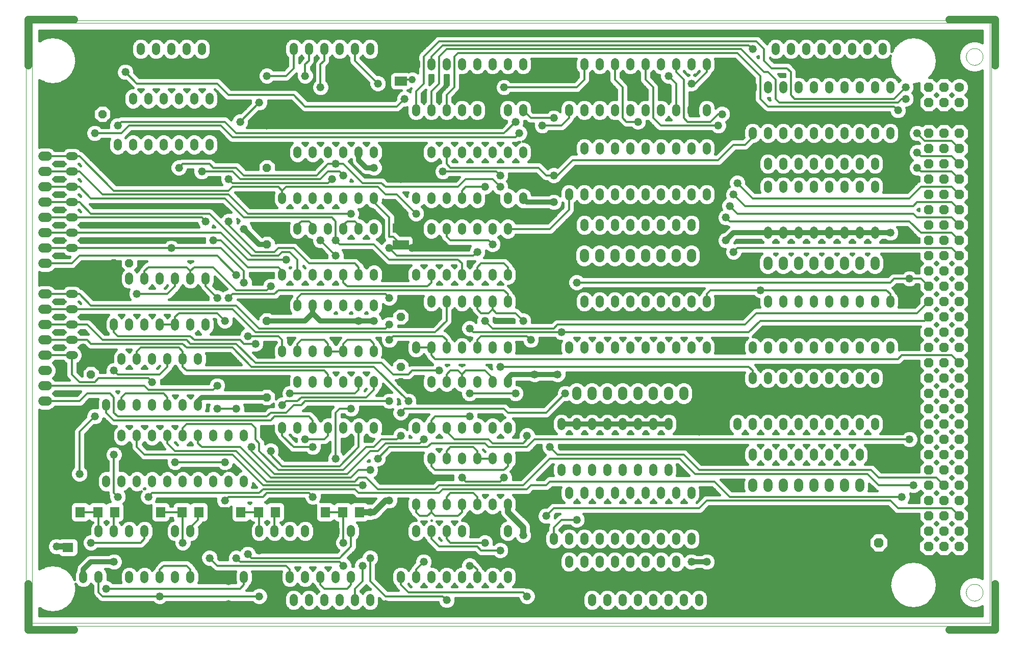
<source format=gtl>
G75*
G70*
%OFA0B0*%
%FSLAX24Y24*%
%IPPOS*%
%LPD*%
%AMOC8*
5,1,8,0,0,1.08239X$1,22.5*
%
%ADD10C,0.0000*%
%ADD11C,0.0520*%
%ADD12R,0.0630X0.0709*%
%ADD13R,0.0630X0.0710*%
%ADD14C,0.0500*%
%ADD15C,0.0630*%
%ADD16OC8,0.0630*%
%ADD17C,0.0594*%
%ADD18R,0.0787X0.0591*%
%ADD19R,0.1063X0.0630*%
%ADD20R,0.0709X0.0630*%
%ADD21OC8,0.0520*%
%ADD22C,0.0320*%
%ADD23C,0.0520*%
%ADD24C,0.0120*%
%ADD25C,0.0480*%
%ADD26C,0.0400*%
%ADD27C,0.0160*%
D10*
X005248Y007430D02*
X005248Y046810D01*
X067948Y046810D01*
X067948Y007430D01*
X005248Y007430D01*
X004848Y007620D02*
X004848Y046990D01*
X067840Y046990D01*
X067840Y007620D01*
X004848Y007620D01*
X066298Y009620D02*
X066300Y009667D01*
X066306Y009713D01*
X066316Y009759D01*
X066329Y009803D01*
X066347Y009847D01*
X066368Y009888D01*
X066392Y009928D01*
X066420Y009966D01*
X066451Y010001D01*
X066485Y010033D01*
X066521Y010062D01*
X066560Y010088D01*
X066600Y010111D01*
X066643Y010130D01*
X066687Y010146D01*
X066732Y010158D01*
X066778Y010166D01*
X066825Y010170D01*
X066871Y010170D01*
X066918Y010166D01*
X066964Y010158D01*
X067009Y010146D01*
X067053Y010130D01*
X067096Y010111D01*
X067136Y010088D01*
X067175Y010062D01*
X067211Y010033D01*
X067245Y010001D01*
X067276Y009966D01*
X067304Y009928D01*
X067328Y009888D01*
X067349Y009847D01*
X067367Y009803D01*
X067380Y009759D01*
X067390Y009713D01*
X067396Y009667D01*
X067398Y009620D01*
X067396Y009573D01*
X067390Y009527D01*
X067380Y009481D01*
X067367Y009437D01*
X067349Y009393D01*
X067328Y009352D01*
X067304Y009312D01*
X067276Y009274D01*
X067245Y009239D01*
X067211Y009207D01*
X067175Y009178D01*
X067136Y009152D01*
X067096Y009129D01*
X067053Y009110D01*
X067009Y009094D01*
X066964Y009082D01*
X066918Y009074D01*
X066871Y009070D01*
X066825Y009070D01*
X066778Y009074D01*
X066732Y009082D01*
X066687Y009094D01*
X066643Y009110D01*
X066600Y009129D01*
X066560Y009152D01*
X066521Y009178D01*
X066485Y009207D01*
X066451Y009239D01*
X066420Y009274D01*
X066392Y009312D01*
X066368Y009352D01*
X066347Y009393D01*
X066329Y009437D01*
X066316Y009481D01*
X066306Y009527D01*
X066300Y009573D01*
X066298Y009620D01*
X066298Y044620D02*
X066300Y044667D01*
X066306Y044713D01*
X066316Y044759D01*
X066329Y044803D01*
X066347Y044847D01*
X066368Y044888D01*
X066392Y044928D01*
X066420Y044966D01*
X066451Y045001D01*
X066485Y045033D01*
X066521Y045062D01*
X066560Y045088D01*
X066600Y045111D01*
X066643Y045130D01*
X066687Y045146D01*
X066732Y045158D01*
X066778Y045166D01*
X066825Y045170D01*
X066871Y045170D01*
X066918Y045166D01*
X066964Y045158D01*
X067009Y045146D01*
X067053Y045130D01*
X067096Y045111D01*
X067136Y045088D01*
X067175Y045062D01*
X067211Y045033D01*
X067245Y045001D01*
X067276Y044966D01*
X067304Y044928D01*
X067328Y044888D01*
X067349Y044847D01*
X067367Y044803D01*
X067380Y044759D01*
X067390Y044713D01*
X067396Y044667D01*
X067398Y044620D01*
X067396Y044573D01*
X067390Y044527D01*
X067380Y044481D01*
X067367Y044437D01*
X067349Y044393D01*
X067328Y044352D01*
X067304Y044312D01*
X067276Y044274D01*
X067245Y044239D01*
X067211Y044207D01*
X067175Y044178D01*
X067136Y044152D01*
X067096Y044129D01*
X067053Y044110D01*
X067009Y044094D01*
X066964Y044082D01*
X066918Y044074D01*
X066871Y044070D01*
X066825Y044070D01*
X066778Y044074D01*
X066732Y044082D01*
X066687Y044094D01*
X066643Y044110D01*
X066600Y044129D01*
X066560Y044152D01*
X066521Y044178D01*
X066485Y044207D01*
X066451Y044239D01*
X066420Y044274D01*
X066392Y044312D01*
X066368Y044352D01*
X066347Y044393D01*
X066329Y044437D01*
X066316Y044481D01*
X066306Y044527D01*
X066300Y044573D01*
X066298Y044620D01*
D11*
X061348Y042750D02*
X061348Y042490D01*
X060348Y042490D02*
X060348Y042750D01*
X059348Y042750D02*
X059348Y042490D01*
X058348Y042490D02*
X058348Y042750D01*
X057348Y042750D02*
X057348Y042490D01*
X056348Y042490D02*
X056348Y042750D01*
X055348Y042750D02*
X055348Y042490D01*
X054348Y042490D02*
X054348Y042750D01*
X053348Y042750D02*
X053348Y042490D01*
X052348Y042490D02*
X052348Y042750D01*
X053848Y044990D02*
X053848Y045250D01*
X054848Y045250D02*
X054848Y044990D01*
X055848Y044990D02*
X055848Y045250D01*
X056848Y045250D02*
X056848Y044990D01*
X057848Y044990D02*
X057848Y045250D01*
X058848Y045250D02*
X058848Y044990D01*
X059848Y044990D02*
X059848Y045250D01*
X060848Y045250D02*
X060848Y044990D01*
X060348Y039750D02*
X060348Y039490D01*
X061348Y039490D02*
X061348Y039750D01*
X059348Y039750D02*
X059348Y039490D01*
X058348Y039490D02*
X058348Y039750D01*
X057348Y039750D02*
X057348Y039490D01*
X056348Y039490D02*
X056348Y039750D01*
X055348Y039750D02*
X055348Y039490D01*
X054348Y039490D02*
X054348Y039750D01*
X053348Y039750D02*
X053348Y039490D01*
X052348Y039490D02*
X052348Y039750D01*
X052348Y037750D02*
X052348Y037490D01*
X053348Y037490D02*
X053348Y037750D01*
X054348Y037750D02*
X054348Y037490D01*
X055348Y037490D02*
X055348Y037750D01*
X056348Y037750D02*
X056348Y037490D01*
X057348Y037490D02*
X057348Y037750D01*
X058348Y037750D02*
X058348Y037490D01*
X059348Y037490D02*
X059348Y037750D01*
X060348Y037750D02*
X060348Y037490D01*
X060348Y036250D02*
X060348Y035990D01*
X059348Y035990D02*
X059348Y036250D01*
X058348Y036250D02*
X058348Y035990D01*
X057348Y035990D02*
X057348Y036250D01*
X056348Y036250D02*
X056348Y035990D01*
X055348Y035990D02*
X055348Y036250D01*
X054348Y036250D02*
X054348Y035990D01*
X053348Y035990D02*
X053348Y036250D01*
X053348Y033250D02*
X053348Y032990D01*
X054348Y032990D02*
X054348Y033250D01*
X055348Y033250D02*
X055348Y032990D01*
X056348Y032990D02*
X056348Y033250D01*
X057348Y033250D02*
X057348Y032990D01*
X058348Y032990D02*
X058348Y033250D01*
X059348Y033250D02*
X059348Y032990D01*
X060348Y032990D02*
X060348Y033250D01*
X060348Y028750D02*
X060348Y028490D01*
X061348Y028490D02*
X061348Y028750D01*
X059348Y028750D02*
X059348Y028490D01*
X058348Y028490D02*
X058348Y028750D01*
X057348Y028750D02*
X057348Y028490D01*
X056348Y028490D02*
X056348Y028750D01*
X055348Y028750D02*
X055348Y028490D01*
X054348Y028490D02*
X054348Y028750D01*
X053348Y028750D02*
X053348Y028490D01*
X052348Y028490D02*
X052348Y028750D01*
X049348Y028750D02*
X049348Y028490D01*
X048348Y028490D02*
X048348Y028750D01*
X047348Y028750D02*
X047348Y028490D01*
X046348Y028490D02*
X046348Y028750D01*
X045348Y028750D02*
X045348Y028490D01*
X044348Y028490D02*
X044348Y028750D01*
X043348Y028750D02*
X043348Y028490D01*
X042348Y028490D02*
X042348Y028750D01*
X041348Y028750D02*
X041348Y028490D01*
X040348Y028490D02*
X040348Y028750D01*
X036348Y028750D02*
X036348Y028490D01*
X035348Y028490D02*
X035348Y028750D01*
X034348Y028750D02*
X034348Y028490D01*
X033348Y028490D02*
X033348Y028750D01*
X032348Y028750D02*
X032348Y028490D01*
X031348Y028490D02*
X031348Y028750D01*
X030348Y028750D02*
X030348Y028490D01*
X030348Y030240D02*
X030348Y030500D01*
X031348Y030500D02*
X031348Y030240D01*
X032348Y030240D02*
X032348Y030500D01*
X033348Y030500D02*
X033348Y030240D01*
X034348Y030240D02*
X034348Y030500D01*
X035348Y030500D02*
X035348Y030240D01*
X036348Y030240D02*
X036348Y030500D01*
X036348Y033240D02*
X036348Y033500D01*
X035348Y033500D02*
X035348Y033240D01*
X034348Y033240D02*
X034348Y033500D01*
X033348Y033500D02*
X033348Y033240D01*
X032348Y033240D02*
X032348Y033500D01*
X031348Y033500D02*
X031348Y033240D01*
X030348Y033240D02*
X030348Y033500D01*
X030348Y035240D02*
X030348Y035500D01*
X031348Y035500D02*
X031348Y035240D01*
X032348Y035240D02*
X032348Y035500D01*
X033348Y035500D02*
X033348Y035240D01*
X034348Y035240D02*
X034348Y035500D01*
X035348Y035500D02*
X035348Y035240D01*
X036348Y035240D02*
X036348Y035500D01*
X037348Y035500D02*
X037348Y035240D01*
X040348Y035490D02*
X040348Y035750D01*
X041348Y035750D02*
X041348Y035490D01*
X042348Y035490D02*
X042348Y035750D01*
X043348Y035750D02*
X043348Y035490D01*
X044348Y035490D02*
X044348Y035750D01*
X045348Y035750D02*
X045348Y035490D01*
X046348Y035490D02*
X046348Y035750D01*
X047348Y035750D02*
X047348Y035490D01*
X048348Y035490D02*
X048348Y035750D01*
X049348Y035750D02*
X049348Y035490D01*
X048348Y033750D02*
X048348Y033490D01*
X047348Y033490D02*
X047348Y033750D01*
X046348Y033750D02*
X046348Y033490D01*
X045348Y033490D02*
X045348Y033750D01*
X044348Y033750D02*
X044348Y033490D01*
X043348Y033490D02*
X043348Y033750D01*
X042348Y033750D02*
X042348Y033490D01*
X041348Y033490D02*
X041348Y033750D01*
X040348Y033750D02*
X040348Y033490D01*
X040348Y038490D02*
X040348Y038750D01*
X041348Y038750D02*
X041348Y038490D01*
X042348Y038490D02*
X042348Y038750D01*
X043348Y038750D02*
X043348Y038490D01*
X044348Y038490D02*
X044348Y038750D01*
X045348Y038750D02*
X045348Y038490D01*
X046348Y038490D02*
X046348Y038750D01*
X047348Y038750D02*
X047348Y038490D01*
X048348Y038490D02*
X048348Y038750D01*
X049348Y038750D02*
X049348Y038490D01*
X049348Y040990D02*
X049348Y041250D01*
X048348Y041250D02*
X048348Y040990D01*
X047348Y040990D02*
X047348Y041250D01*
X046348Y041250D02*
X046348Y040990D01*
X045348Y040990D02*
X045348Y041250D01*
X044348Y041250D02*
X044348Y040990D01*
X043348Y040990D02*
X043348Y041250D01*
X042348Y041250D02*
X042348Y040990D01*
X041348Y040990D02*
X041348Y041250D01*
X040348Y041250D02*
X040348Y040990D01*
X037348Y040990D02*
X037348Y041250D01*
X036348Y041250D02*
X036348Y040990D01*
X035348Y040990D02*
X035348Y041250D01*
X034348Y041250D02*
X034348Y040990D01*
X033348Y040990D02*
X033348Y041250D01*
X032348Y041250D02*
X032348Y040990D01*
X031348Y040990D02*
X031348Y041250D01*
X030348Y041250D02*
X030348Y040990D01*
X030348Y038500D02*
X030348Y038240D01*
X031348Y038240D02*
X031348Y038500D01*
X032348Y038500D02*
X032348Y038240D01*
X033348Y038240D02*
X033348Y038500D01*
X034348Y038500D02*
X034348Y038240D01*
X035348Y038240D02*
X035348Y038500D01*
X036348Y038500D02*
X036348Y038240D01*
X037348Y038240D02*
X037348Y038500D01*
X037348Y043990D02*
X037348Y044250D01*
X036348Y044250D02*
X036348Y043990D01*
X035348Y043990D02*
X035348Y044250D01*
X034348Y044250D02*
X034348Y043990D01*
X033348Y043990D02*
X033348Y044250D01*
X032348Y044250D02*
X032348Y043990D01*
X031348Y043990D02*
X031348Y044250D01*
X030348Y044250D02*
X030348Y043990D01*
X027348Y044990D02*
X027348Y045250D01*
X026348Y045250D02*
X026348Y044990D01*
X025348Y044990D02*
X025348Y045250D01*
X024348Y045250D02*
X024348Y044990D01*
X023348Y044990D02*
X023348Y045250D01*
X022348Y045250D02*
X022348Y044990D01*
X016348Y044990D02*
X016348Y045250D01*
X015348Y045250D02*
X015348Y044990D01*
X014348Y044990D02*
X014348Y045250D01*
X013348Y045250D02*
X013348Y044990D01*
X012348Y044990D02*
X012348Y045250D01*
X011348Y045250D02*
X011348Y044990D01*
X011848Y042000D02*
X011848Y041740D01*
X010848Y041740D02*
X010848Y042000D01*
X012848Y042000D02*
X012848Y041740D01*
X013848Y041740D02*
X013848Y042000D01*
X014848Y042000D02*
X014848Y041740D01*
X015848Y041740D02*
X015848Y042000D01*
X016848Y042000D02*
X016848Y041740D01*
X016848Y039000D02*
X016848Y038740D01*
X015848Y038740D02*
X015848Y039000D01*
X014848Y039000D02*
X014848Y038740D01*
X013848Y038740D02*
X013848Y039000D01*
X012848Y039000D02*
X012848Y038740D01*
X011848Y038740D02*
X011848Y039000D01*
X010848Y039000D02*
X010848Y038740D01*
X007978Y039120D02*
X007718Y039120D01*
X007718Y038120D02*
X007978Y038120D01*
X007978Y037120D02*
X007718Y037120D01*
X007718Y036120D02*
X007978Y036120D01*
X007978Y035120D02*
X007718Y035120D01*
X007718Y034120D02*
X007978Y034120D01*
X007978Y033120D02*
X007718Y033120D01*
X007718Y032120D02*
X007978Y032120D01*
X007978Y030120D02*
X007718Y030120D01*
X007718Y029120D02*
X007978Y029120D01*
X007978Y028120D02*
X007718Y028120D01*
X007718Y027120D02*
X007978Y027120D01*
X007978Y026120D02*
X007718Y026120D01*
X007718Y025120D02*
X007978Y025120D01*
X010098Y025000D02*
X010098Y024740D01*
X011098Y024740D02*
X011098Y025000D01*
X012098Y025000D02*
X012098Y024740D01*
X013098Y024740D02*
X013098Y025000D01*
X014098Y025000D02*
X014098Y024740D01*
X015098Y024740D02*
X015098Y025000D01*
X016098Y025000D02*
X016098Y024740D01*
X016598Y026990D02*
X016598Y027250D01*
X015598Y027250D02*
X015598Y026990D01*
X014598Y026990D02*
X014598Y027250D01*
X013598Y027250D02*
X013598Y026990D01*
X012598Y026990D02*
X012598Y027250D01*
X011598Y027250D02*
X011598Y026990D01*
X010598Y026990D02*
X010598Y027250D01*
X010598Y029990D02*
X010598Y030250D01*
X011598Y030250D02*
X011598Y029990D01*
X012598Y029990D02*
X012598Y030250D01*
X013598Y030250D02*
X013598Y029990D01*
X014598Y029990D02*
X014598Y030250D01*
X015598Y030250D02*
X015598Y029990D01*
X016598Y029990D02*
X016598Y030250D01*
X021598Y030240D02*
X021598Y030500D01*
X022598Y030500D02*
X022598Y030240D01*
X023598Y030240D02*
X023598Y030500D01*
X024598Y030500D02*
X024598Y030240D01*
X025598Y030240D02*
X025598Y030500D01*
X026598Y030500D02*
X026598Y030240D01*
X027598Y030240D02*
X027598Y030500D01*
X027598Y028500D02*
X027598Y028240D01*
X026598Y028240D02*
X026598Y028500D01*
X025598Y028500D02*
X025598Y028240D01*
X024598Y028240D02*
X024598Y028500D01*
X023598Y028500D02*
X023598Y028240D01*
X022598Y028240D02*
X022598Y028500D01*
X021598Y028500D02*
X021598Y028240D01*
X021598Y025500D02*
X021598Y025240D01*
X022598Y025240D02*
X022598Y025500D01*
X023598Y025500D02*
X023598Y025240D01*
X024598Y025240D02*
X024598Y025500D01*
X025598Y025500D02*
X025598Y025240D01*
X026598Y025240D02*
X026598Y025500D01*
X027598Y025500D02*
X027598Y025240D01*
X027598Y023500D02*
X027598Y023240D01*
X026598Y023240D02*
X026598Y023500D01*
X025598Y023500D02*
X025598Y023240D01*
X024598Y023240D02*
X024598Y023500D01*
X023598Y023500D02*
X023598Y023240D01*
X022598Y023240D02*
X022598Y023500D01*
X021598Y023500D02*
X021598Y023240D01*
X021598Y020500D02*
X021598Y020240D01*
X022598Y020240D02*
X022598Y020500D01*
X023598Y020500D02*
X023598Y020240D01*
X024598Y020240D02*
X024598Y020500D01*
X025598Y020500D02*
X025598Y020240D01*
X026598Y020240D02*
X026598Y020500D01*
X027598Y020500D02*
X027598Y020240D01*
X030348Y020240D02*
X030348Y020500D01*
X031348Y020500D02*
X031348Y020240D01*
X032348Y020240D02*
X032348Y020500D01*
X033348Y020500D02*
X033348Y020240D01*
X034348Y020240D02*
X034348Y020500D01*
X035348Y020500D02*
X035348Y020240D01*
X036348Y020240D02*
X036348Y020500D01*
X036348Y018500D02*
X036348Y018240D01*
X035348Y018240D02*
X035348Y018500D01*
X034348Y018500D02*
X034348Y018240D01*
X033348Y018240D02*
X033348Y018500D01*
X032348Y018500D02*
X032348Y018240D01*
X031348Y018240D02*
X031348Y018500D01*
X030348Y018500D02*
X030348Y018240D01*
X030348Y015500D02*
X030348Y015240D01*
X031348Y015240D02*
X031348Y015500D01*
X032348Y015500D02*
X032348Y015240D01*
X033348Y015240D02*
X033348Y015500D01*
X034348Y015500D02*
X034348Y015240D01*
X035348Y015240D02*
X035348Y015500D01*
X036348Y015500D02*
X036348Y015240D01*
X036348Y013750D02*
X036348Y013490D01*
X035348Y013490D02*
X035348Y013750D01*
X034348Y013750D02*
X034348Y013490D01*
X033348Y013490D02*
X033348Y013750D01*
X032348Y013750D02*
X032348Y013490D01*
X031348Y013490D02*
X031348Y013750D01*
X030348Y013750D02*
X030348Y013490D01*
X029348Y013490D02*
X029348Y013750D01*
X026098Y013750D02*
X026098Y013490D01*
X025098Y013490D02*
X025098Y013750D01*
X024098Y013750D02*
X024098Y013490D01*
X023098Y013490D02*
X023098Y013750D01*
X022098Y013750D02*
X022098Y013490D01*
X021098Y013490D02*
X021098Y013750D01*
X020098Y013750D02*
X020098Y013490D01*
X019098Y013490D02*
X019098Y013750D01*
X019098Y016740D02*
X019098Y017000D01*
X018098Y017000D02*
X018098Y016740D01*
X017098Y016740D02*
X017098Y017000D01*
X016098Y017000D02*
X016098Y016740D01*
X015098Y016740D02*
X015098Y017000D01*
X014098Y017000D02*
X014098Y016740D01*
X013098Y016740D02*
X013098Y017000D01*
X012098Y017000D02*
X012098Y016740D01*
X011098Y016740D02*
X011098Y017000D01*
X010098Y017000D02*
X010098Y016740D01*
X010598Y013750D02*
X010598Y013490D01*
X009598Y013490D02*
X009598Y013750D01*
X008598Y013750D02*
X008598Y013490D01*
X011598Y013490D02*
X011598Y013750D01*
X012598Y013750D02*
X012598Y013490D01*
X013598Y013490D02*
X013598Y013750D01*
X014598Y013750D02*
X014598Y013490D01*
X015598Y013490D02*
X015598Y013750D01*
X015598Y010750D02*
X015598Y010490D01*
X014598Y010490D02*
X014598Y010750D01*
X013598Y010750D02*
X013598Y010490D01*
X012598Y010490D02*
X012598Y010750D01*
X011598Y010750D02*
X011598Y010490D01*
X010598Y010490D02*
X010598Y010750D01*
X009598Y010750D02*
X009598Y010490D01*
X008598Y010490D02*
X008598Y010750D01*
X019098Y010750D02*
X019098Y010490D01*
X020098Y010490D02*
X020098Y010750D01*
X021098Y010750D02*
X021098Y010490D01*
X022098Y010490D02*
X022098Y010750D01*
X023098Y010750D02*
X023098Y010490D01*
X024098Y010490D02*
X024098Y010750D01*
X025098Y010750D02*
X025098Y010490D01*
X026098Y010490D02*
X026098Y010750D01*
X026348Y009250D02*
X026348Y008990D01*
X027348Y008990D02*
X027348Y009250D01*
X025348Y009250D02*
X025348Y008990D01*
X024348Y008990D02*
X024348Y009250D01*
X023348Y009250D02*
X023348Y008990D01*
X022348Y008990D02*
X022348Y009250D01*
X029348Y010490D02*
X029348Y010750D01*
X030348Y010750D02*
X030348Y010490D01*
X031348Y010490D02*
X031348Y010750D01*
X032348Y010750D02*
X032348Y010490D01*
X033348Y010490D02*
X033348Y010750D01*
X034348Y010750D02*
X034348Y010490D01*
X035348Y010490D02*
X035348Y010750D01*
X036348Y010750D02*
X036348Y010490D01*
X039348Y011490D02*
X039348Y011750D01*
X040348Y011750D02*
X040348Y011490D01*
X041348Y011490D02*
X041348Y011750D01*
X042348Y011750D02*
X042348Y011490D01*
X043348Y011490D02*
X043348Y011750D01*
X044348Y011750D02*
X044348Y011490D01*
X045348Y011490D02*
X045348Y011750D01*
X046348Y011750D02*
X046348Y011490D01*
X047348Y011490D02*
X047348Y011750D01*
X047348Y012990D02*
X047348Y013250D01*
X046348Y013250D02*
X046348Y012990D01*
X045348Y012990D02*
X045348Y013250D01*
X044348Y013250D02*
X044348Y012990D01*
X043348Y012990D02*
X043348Y013250D01*
X042348Y013250D02*
X042348Y012990D01*
X041348Y012990D02*
X041348Y013250D01*
X040348Y013250D02*
X040348Y012990D01*
X039348Y012990D02*
X039348Y013250D01*
X039348Y015990D02*
X039348Y016250D01*
X040348Y016250D02*
X040348Y015990D01*
X041348Y015990D02*
X041348Y016250D01*
X042348Y016250D02*
X042348Y015990D01*
X043348Y015990D02*
X043348Y016250D01*
X044348Y016250D02*
X044348Y015990D01*
X045348Y015990D02*
X045348Y016250D01*
X046348Y016250D02*
X046348Y015990D01*
X047348Y015990D02*
X047348Y016250D01*
X048348Y016250D02*
X048348Y015990D01*
X046848Y017490D02*
X046848Y017750D01*
X045848Y017750D02*
X045848Y017490D01*
X044848Y017490D02*
X044848Y017750D01*
X043848Y017750D02*
X043848Y017490D01*
X042848Y017490D02*
X042848Y017750D01*
X041848Y017750D02*
X041848Y017490D01*
X040848Y017490D02*
X040848Y017750D01*
X039848Y017750D02*
X039848Y017490D01*
X039848Y020490D02*
X039848Y020750D01*
X040848Y020750D02*
X040848Y020490D01*
X041848Y020490D02*
X041848Y020750D01*
X042848Y020750D02*
X042848Y020490D01*
X043848Y020490D02*
X043848Y020750D01*
X044848Y020750D02*
X044848Y020490D01*
X045848Y020490D02*
X045848Y020750D01*
X046848Y020750D02*
X046848Y020490D01*
X051348Y020490D02*
X051348Y020750D01*
X052348Y020750D02*
X052348Y020490D01*
X053348Y020490D02*
X053348Y020750D01*
X054348Y020750D02*
X054348Y020490D01*
X055348Y020490D02*
X055348Y020750D01*
X056348Y020750D02*
X056348Y020490D01*
X057348Y020490D02*
X057348Y020750D01*
X058348Y020750D02*
X058348Y020490D01*
X059348Y020490D02*
X059348Y020750D01*
X060348Y020750D02*
X060348Y020490D01*
X059348Y018750D02*
X059348Y018490D01*
X058348Y018490D02*
X058348Y018750D01*
X057348Y018750D02*
X057348Y018490D01*
X056348Y018490D02*
X056348Y018750D01*
X055348Y018750D02*
X055348Y018490D01*
X054348Y018490D02*
X054348Y018750D01*
X053348Y018750D02*
X053348Y018490D01*
X052348Y018490D02*
X052348Y018750D01*
X051348Y018750D02*
X051348Y018490D01*
X051348Y023490D02*
X051348Y023750D01*
X052348Y023750D02*
X052348Y023490D01*
X053348Y023490D02*
X053348Y023750D01*
X054348Y023750D02*
X054348Y023490D01*
X055348Y023490D02*
X055348Y023750D01*
X056348Y023750D02*
X056348Y023490D01*
X057348Y023490D02*
X057348Y023750D01*
X058348Y023750D02*
X058348Y023490D01*
X059348Y023490D02*
X059348Y023750D01*
X060348Y023750D02*
X060348Y023490D01*
X060348Y025490D02*
X060348Y025750D01*
X061348Y025750D02*
X061348Y025490D01*
X059348Y025490D02*
X059348Y025750D01*
X058348Y025750D02*
X058348Y025490D01*
X057348Y025490D02*
X057348Y025750D01*
X056348Y025750D02*
X056348Y025490D01*
X055348Y025490D02*
X055348Y025750D01*
X054348Y025750D02*
X054348Y025490D01*
X053348Y025490D02*
X053348Y025750D01*
X052348Y025750D02*
X052348Y025490D01*
X049348Y025490D02*
X049348Y025750D01*
X048348Y025750D02*
X048348Y025490D01*
X047348Y025490D02*
X047348Y025750D01*
X046348Y025750D02*
X046348Y025490D01*
X045348Y025490D02*
X045348Y025750D01*
X044348Y025750D02*
X044348Y025490D01*
X043348Y025490D02*
X043348Y025750D01*
X042348Y025750D02*
X042348Y025490D01*
X041348Y025490D02*
X041348Y025750D01*
X040348Y025750D02*
X040348Y025490D01*
X036348Y025490D02*
X036348Y025750D01*
X035348Y025750D02*
X035348Y025490D01*
X034348Y025490D02*
X034348Y025750D01*
X033348Y025750D02*
X033348Y025490D01*
X032348Y025490D02*
X032348Y025750D01*
X031348Y025750D02*
X031348Y025490D01*
X030348Y025490D02*
X030348Y025750D01*
X030348Y023500D02*
X030348Y023240D01*
X031348Y023240D02*
X031348Y023500D01*
X032348Y023500D02*
X032348Y023240D01*
X033348Y023240D02*
X033348Y023500D01*
X034348Y023500D02*
X034348Y023240D01*
X035348Y023240D02*
X035348Y023500D01*
X036348Y023500D02*
X036348Y023240D01*
X048348Y013250D02*
X048348Y012990D01*
X048848Y009250D02*
X048848Y008990D01*
X047848Y008990D02*
X047848Y009250D01*
X046848Y009250D02*
X046848Y008990D01*
X045848Y008990D02*
X045848Y009250D01*
X044848Y009250D02*
X044848Y008990D01*
X043848Y008990D02*
X043848Y009250D01*
X042848Y009250D02*
X042848Y008990D01*
X041848Y008990D02*
X041848Y009250D01*
X019098Y019740D02*
X019098Y020000D01*
X018098Y020000D02*
X018098Y019740D01*
X017098Y019740D02*
X017098Y020000D01*
X016098Y020000D02*
X016098Y019740D01*
X015098Y019740D02*
X015098Y020000D01*
X014098Y020000D02*
X014098Y019740D01*
X013098Y019740D02*
X013098Y020000D01*
X012098Y020000D02*
X012098Y019740D01*
X011098Y019740D02*
X011098Y020000D01*
X010098Y020000D02*
X010098Y019740D01*
X010098Y021740D02*
X010098Y022000D01*
X011098Y022000D02*
X011098Y021740D01*
X012098Y021740D02*
X012098Y022000D01*
X013098Y022000D02*
X013098Y021740D01*
X014098Y021740D02*
X014098Y022000D01*
X015098Y022000D02*
X015098Y021740D01*
X016098Y021740D02*
X016098Y022000D01*
X021598Y033240D02*
X021598Y033500D01*
X022598Y033500D02*
X022598Y033240D01*
X023598Y033240D02*
X023598Y033500D01*
X024598Y033500D02*
X024598Y033240D01*
X025598Y033240D02*
X025598Y033500D01*
X026598Y033500D02*
X026598Y033240D01*
X027598Y033240D02*
X027598Y033500D01*
X027598Y035240D02*
X027598Y035500D01*
X026598Y035500D02*
X026598Y035240D01*
X025598Y035240D02*
X025598Y035500D01*
X024598Y035500D02*
X024598Y035240D01*
X023598Y035240D02*
X023598Y035500D01*
X022598Y035500D02*
X022598Y035240D01*
X021598Y035240D02*
X021598Y035500D01*
X021598Y038240D02*
X021598Y038500D01*
X022598Y038500D02*
X022598Y038240D01*
X023598Y038240D02*
X023598Y038500D01*
X024598Y038500D02*
X024598Y038240D01*
X025598Y038240D02*
X025598Y038500D01*
X026598Y038500D02*
X026598Y038240D01*
X027598Y038240D02*
X027598Y038500D01*
X040348Y043990D02*
X040348Y044250D01*
X041348Y044250D02*
X041348Y043990D01*
X042348Y043990D02*
X042348Y044250D01*
X043348Y044250D02*
X043348Y043990D01*
X044348Y043990D02*
X044348Y044250D01*
X045348Y044250D02*
X045348Y043990D01*
X046348Y043990D02*
X046348Y044250D01*
X047348Y044250D02*
X047348Y043990D01*
X048348Y043990D02*
X048348Y044250D01*
X049348Y044250D02*
X049348Y043990D01*
D12*
X026649Y014870D03*
X025547Y014870D03*
X021149Y014870D03*
X020047Y014870D03*
X018899Y014870D03*
X017797Y014870D03*
X016149Y014870D03*
X015047Y014870D03*
X010649Y014870D03*
X009547Y014870D03*
X008399Y014870D03*
X007297Y014870D03*
D13*
X012538Y014870D03*
X013658Y014870D03*
X023288Y014870D03*
X024408Y014870D03*
D14*
X007998Y007180D02*
X004998Y007180D01*
X004998Y010180D01*
X004998Y044060D02*
X004998Y047060D01*
X007998Y047060D01*
X065198Y047060D02*
X068198Y047060D01*
X068198Y044060D01*
X068198Y010180D02*
X068198Y007180D01*
X065198Y007180D01*
D15*
X061598Y012870D03*
X065848Y042620D03*
D16*
X064848Y042620D03*
X063848Y042620D03*
X063848Y041620D03*
X064848Y041620D03*
X065848Y041620D03*
X065848Y040620D03*
X064848Y040620D03*
X064848Y039620D03*
X065848Y039620D03*
X065848Y038620D03*
X064848Y038620D03*
X063848Y038620D03*
X063848Y039620D03*
X063848Y040620D03*
X063848Y037620D03*
X064848Y037620D03*
X065848Y037620D03*
X065848Y036620D03*
X064848Y036620D03*
X063848Y036620D03*
X063848Y035620D03*
X064848Y035620D03*
X065848Y035620D03*
X065848Y034620D03*
X064848Y034620D03*
X063848Y034620D03*
X063848Y033620D03*
X063848Y032620D03*
X064848Y032620D03*
X064848Y033620D03*
X065848Y033620D03*
X065848Y032620D03*
X065848Y031620D03*
X064848Y031620D03*
X063848Y031620D03*
X063848Y030620D03*
X064848Y030620D03*
X065848Y030620D03*
X065848Y029620D03*
X064848Y029620D03*
X063848Y029620D03*
X063848Y028620D03*
X064848Y028620D03*
X065848Y028620D03*
X065848Y027620D03*
X064848Y027620D03*
X064848Y026620D03*
X065848Y026620D03*
X065848Y025620D03*
X064848Y025620D03*
X063848Y025620D03*
X063848Y026620D03*
X063848Y027620D03*
X063848Y024620D03*
X064848Y024620D03*
X065848Y024620D03*
X065848Y023620D03*
X064848Y023620D03*
X063848Y023620D03*
X063848Y022620D03*
X064848Y022620D03*
X065848Y022620D03*
X065848Y021620D03*
X064848Y021620D03*
X064848Y020620D03*
X065848Y020620D03*
X065848Y019620D03*
X064848Y019620D03*
X063848Y019620D03*
X063848Y020620D03*
X063848Y021620D03*
X063848Y018620D03*
X064848Y018620D03*
X065848Y018620D03*
X065848Y017620D03*
X064848Y017620D03*
X063848Y017620D03*
X063848Y016620D03*
X064848Y016620D03*
X065848Y016620D03*
X065848Y015620D03*
X064848Y015620D03*
X063848Y015620D03*
X063848Y014620D03*
X063848Y013620D03*
X064848Y013620D03*
X064848Y014620D03*
X065848Y014620D03*
X065848Y013620D03*
X065848Y012620D03*
X064848Y012620D03*
X063848Y012620D03*
X063848Y011620D03*
X064848Y011620D03*
X065848Y011620D03*
X060598Y012870D03*
D17*
X059348Y016471D02*
X059348Y016768D01*
X058348Y016768D02*
X058348Y016471D01*
X057348Y016471D02*
X057348Y016768D01*
X056348Y016768D02*
X056348Y016471D01*
X055348Y016471D02*
X055348Y016768D01*
X054348Y016768D02*
X054348Y016471D01*
X053348Y016471D02*
X053348Y016768D01*
X052348Y016768D02*
X052348Y016471D01*
X047848Y022471D02*
X047848Y022768D01*
X046848Y022768D02*
X046848Y022471D01*
X045848Y022471D02*
X045848Y022768D01*
X044848Y022768D02*
X044848Y022471D01*
X043848Y022471D02*
X043848Y022768D01*
X042848Y022768D02*
X042848Y022471D01*
X041848Y022471D02*
X041848Y022768D01*
X040848Y022768D02*
X040848Y022471D01*
X041348Y031471D02*
X041348Y031768D01*
X042348Y031768D02*
X042348Y031471D01*
X043348Y031471D02*
X043348Y031768D01*
X044348Y031768D02*
X044348Y031471D01*
X045348Y031471D02*
X045348Y031768D01*
X046348Y031768D02*
X046348Y031471D01*
X047348Y031471D02*
X047348Y031768D01*
X048348Y031768D02*
X048348Y031471D01*
X053348Y031268D02*
X053348Y030971D01*
X054348Y030971D02*
X054348Y031268D01*
X055348Y031268D02*
X055348Y030971D01*
X056348Y030971D02*
X056348Y031268D01*
X057348Y031268D02*
X057348Y030971D01*
X058348Y030971D02*
X058348Y031268D01*
X059348Y031268D02*
X059348Y030971D01*
X060348Y030971D02*
X060348Y031268D01*
X006246Y031120D02*
X005949Y031120D01*
X005949Y032120D02*
X006246Y032120D01*
X006246Y033120D02*
X005949Y033120D01*
X005949Y034120D02*
X006246Y034120D01*
X006246Y035120D02*
X005949Y035120D01*
X005949Y036120D02*
X006246Y036120D01*
X006246Y037120D02*
X005949Y037120D01*
X005949Y038120D02*
X006246Y038120D01*
X006246Y029120D02*
X005949Y029120D01*
X005949Y028120D02*
X006246Y028120D01*
X006246Y027120D02*
X005949Y027120D01*
X005949Y026120D02*
X006246Y026120D01*
X006246Y025120D02*
X005949Y025120D01*
X005949Y024120D02*
X006246Y024120D01*
X006246Y023120D02*
X005949Y023120D01*
X005949Y022120D02*
X006246Y022120D01*
D18*
X029348Y043029D03*
X029348Y044210D03*
D19*
X029348Y033421D03*
X029348Y032318D03*
D20*
X007598Y013671D03*
X007598Y012568D03*
D21*
X020598Y022370D03*
X020598Y023370D03*
X020598Y027370D03*
X020598Y028370D03*
X020598Y032370D03*
X020598Y033370D03*
X020598Y037370D03*
X020598Y038370D03*
X011598Y031120D03*
X010598Y031120D03*
X009098Y024870D03*
X009098Y023870D03*
X029348Y024370D03*
X029348Y023370D03*
X029348Y027620D03*
X029348Y028620D03*
X009848Y040870D03*
X009848Y041870D03*
D22*
X019098Y033370D02*
X020098Y032370D01*
X020598Y032370D01*
X023598Y028370D02*
X023598Y027870D01*
X024098Y027370D01*
X026598Y027370D01*
X027598Y027370D01*
X023598Y027870D02*
X023098Y027370D01*
X020598Y027370D01*
X020598Y022370D02*
X016348Y022370D01*
X016098Y022120D01*
X016098Y021870D01*
X010598Y011620D02*
X009098Y011620D01*
X008598Y011120D01*
X008598Y010620D01*
X036348Y023370D02*
X036348Y023620D01*
X036598Y023870D01*
X038098Y023870D01*
X039598Y023870D01*
X039848Y020620D02*
X040848Y020620D01*
X041848Y020620D01*
X042848Y020620D01*
X043848Y020620D01*
X044848Y020620D01*
X045848Y020620D01*
X046848Y020620D01*
X048348Y011620D02*
X049348Y011620D01*
X050598Y032620D02*
X051098Y033120D01*
X053348Y033120D01*
X054348Y033120D01*
X055348Y033120D01*
X056348Y033120D01*
X057348Y033120D01*
X058348Y033120D01*
X059348Y033120D01*
X060348Y033120D01*
X061348Y033120D01*
X039348Y035120D02*
X037598Y035120D01*
X037348Y035370D01*
X027598Y037370D02*
X027098Y037370D01*
X026598Y037870D01*
X026598Y038370D01*
D23*
X027598Y037370D03*
X025598Y036870D03*
X024848Y036620D03*
X025098Y037620D03*
X026098Y034370D03*
X025098Y032620D03*
X024098Y032620D03*
X025098Y031620D03*
X021848Y031370D03*
X020848Y029620D03*
X019098Y029870D03*
X018598Y030370D03*
X018098Y028870D03*
X017348Y028870D03*
X017848Y027370D03*
X019348Y026370D03*
X019848Y025870D03*
X017348Y023120D03*
X017348Y021620D03*
X018598Y021620D03*
X019598Y019120D03*
X020848Y018870D03*
X023098Y019620D03*
X023598Y019120D03*
X025098Y018370D03*
X027348Y017620D03*
X027848Y018370D03*
X028598Y017370D03*
X026848Y016620D03*
X027348Y014870D03*
X028598Y015620D03*
X025598Y012870D03*
X027348Y011870D03*
X026848Y011370D03*
X025598Y011370D03*
X028348Y010370D03*
X028348Y008870D03*
X030848Y011620D03*
X033848Y011370D03*
X034848Y012870D03*
X035848Y012370D03*
X037348Y013370D03*
X038848Y014620D03*
X040848Y014370D03*
X036098Y017120D03*
X033348Y017120D03*
X030848Y019620D03*
X029348Y019870D03*
X029348Y021370D03*
X029848Y022120D03*
X028598Y022120D03*
X026098Y021620D03*
X022098Y022620D03*
X021598Y021870D03*
X017848Y018120D03*
X017848Y015620D03*
X016848Y013620D03*
X015098Y012870D03*
X016848Y011870D03*
X018098Y010370D03*
X018598Y011870D03*
X019348Y012120D03*
X020098Y012370D03*
X020098Y009370D03*
X018098Y008870D03*
X013598Y009370D03*
X010098Y009870D03*
X010598Y011620D03*
X009098Y012870D03*
X006848Y012620D03*
X010848Y015870D03*
X012848Y015870D03*
X014598Y018120D03*
X010598Y018620D03*
X008348Y017370D03*
X009348Y021120D03*
X013098Y023370D03*
X010598Y024120D03*
X008598Y025620D03*
X012098Y029120D03*
X009598Y029870D03*
X014348Y032120D03*
X016598Y033870D03*
X017098Y032620D03*
X018098Y033870D03*
X019098Y033370D03*
X018098Y036620D03*
X016348Y037120D03*
X014848Y037370D03*
X010848Y040120D03*
X009348Y039620D03*
X009598Y037870D03*
X011348Y043620D03*
X018848Y040370D03*
X020098Y041620D03*
X020598Y040120D03*
X024098Y042620D03*
X023098Y043370D03*
X020598Y043370D03*
X027848Y042870D03*
X029598Y041870D03*
X032098Y037120D03*
X029348Y036620D03*
X029348Y034370D03*
X030348Y034370D03*
X030098Y032120D03*
X028598Y032120D03*
X029348Y030370D03*
X028598Y028870D03*
X028598Y027120D03*
X028598Y026120D03*
X027598Y027370D03*
X026598Y027370D03*
X031848Y024120D03*
X033848Y022620D03*
X033848Y021120D03*
X036848Y022620D03*
X038098Y023870D03*
X039598Y023870D03*
X040098Y022620D03*
X037598Y019870D03*
X039098Y019120D03*
X035848Y024370D03*
X037848Y026120D03*
X037348Y027370D03*
X034848Y027370D03*
X033848Y026870D03*
X034348Y031870D03*
X035348Y032370D03*
X039348Y032620D03*
X039348Y034370D03*
X039348Y035120D03*
X039348Y036870D03*
X035848Y036870D03*
X035848Y036120D03*
X034848Y036120D03*
X037098Y039620D03*
X036848Y040370D03*
X038598Y040120D03*
X039348Y040620D03*
X036098Y042620D03*
X044848Y040370D03*
X046848Y043370D03*
X048348Y042870D03*
X050348Y040870D03*
X050098Y040120D03*
X051348Y036370D03*
X051098Y035620D03*
X050848Y034870D03*
X050598Y034120D03*
X050598Y032620D03*
X051098Y031870D03*
X052848Y029370D03*
X061348Y033120D03*
X062598Y030120D03*
X063098Y037370D03*
X063098Y038370D03*
X063098Y039620D03*
X061848Y041120D03*
X062348Y041870D03*
X062348Y042620D03*
X052348Y045120D03*
X040848Y029870D03*
X039848Y029870D03*
X039848Y026620D03*
X048848Y020120D03*
X048848Y018870D03*
X049348Y013120D03*
X049348Y011620D03*
X048348Y011620D03*
X037598Y009370D03*
X032348Y009120D03*
X023598Y015870D03*
X062098Y015870D03*
X062848Y016620D03*
X062598Y019620D03*
D24*
X038098Y019620D01*
X037598Y019120D01*
X035098Y019120D01*
X034848Y019370D01*
X031348Y019370D01*
X031098Y019120D01*
X028598Y019120D01*
X027848Y018370D01*
X027848Y018870D02*
X027348Y018870D01*
X025848Y017370D01*
X021098Y017370D01*
X019598Y018870D01*
X019598Y019120D01*
X019848Y019620D02*
X020098Y019370D01*
X020098Y018870D01*
X021348Y017620D01*
X025598Y017620D01*
X027098Y019120D01*
X027598Y019120D01*
X028098Y019620D01*
X029098Y019620D01*
X029348Y019870D01*
X028348Y019370D02*
X027848Y018870D01*
X028348Y019370D02*
X030598Y019370D01*
X030848Y019620D01*
X031348Y020370D02*
X031348Y020870D01*
X031598Y021120D01*
X033848Y021120D01*
X032348Y020370D02*
X032348Y020120D01*
X032848Y019620D01*
X035098Y019620D01*
X035348Y019370D01*
X037348Y019370D01*
X037598Y019620D01*
X037598Y019870D01*
X039098Y019120D02*
X039598Y018620D01*
X047848Y018620D01*
X048848Y017620D01*
X060098Y017620D01*
X060598Y017120D01*
X064348Y017120D01*
X064848Y016620D01*
X065348Y015120D02*
X061848Y015120D01*
X061348Y015620D01*
X049348Y015620D01*
X048848Y015120D01*
X039348Y015120D01*
X038848Y014620D01*
X039348Y013870D02*
X039848Y014370D01*
X040848Y014370D01*
X039348Y013870D02*
X039348Y013120D01*
X035848Y012370D02*
X034598Y012370D01*
X034348Y012620D01*
X031848Y012620D01*
X031348Y013120D01*
X031348Y013620D01*
X032348Y013620D02*
X032348Y013120D01*
X032598Y012870D01*
X034848Y012870D01*
X034098Y011370D02*
X033848Y011370D01*
X034098Y011370D02*
X034348Y011120D01*
X034348Y010620D01*
X032348Y009120D02*
X032098Y009370D01*
X028348Y009370D01*
X027348Y010370D01*
X027348Y011870D01*
X026848Y011370D02*
X026848Y010370D01*
X026348Y009870D01*
X026348Y009120D01*
X025848Y009870D02*
X026098Y010120D01*
X026098Y010620D01*
X025848Y009870D02*
X024348Y009870D01*
X024098Y010120D01*
X024098Y010620D01*
X025348Y011620D02*
X018848Y011620D01*
X018598Y011870D01*
X019348Y012120D02*
X019598Y011870D01*
X025348Y011870D01*
X026098Y012620D01*
X026098Y013620D01*
X025598Y012870D02*
X025598Y014818D01*
X025547Y014870D01*
X024408Y014870D01*
X023598Y015870D02*
X023348Y016120D01*
X020598Y016120D01*
X020348Y015870D01*
X018098Y015870D01*
X017848Y015620D01*
X017797Y014870D02*
X017848Y014818D01*
X018899Y014870D02*
X020047Y014870D01*
X020047Y014671D01*
X020098Y014620D01*
X020098Y013620D01*
X021098Y013620D02*
X021098Y014818D01*
X021149Y014870D01*
X020098Y016120D02*
X020348Y016370D01*
X026348Y016370D01*
X026598Y016120D01*
X031848Y016120D01*
X032098Y016370D01*
X037598Y016370D01*
X037848Y016620D01*
X038848Y016620D01*
X039098Y016870D01*
X049848Y016870D01*
X050848Y015870D01*
X062098Y015870D01*
X062848Y016620D02*
X060598Y016620D01*
X059848Y017370D01*
X048598Y017370D01*
X047598Y018370D01*
X039098Y018370D01*
X037348Y016620D01*
X031848Y016620D01*
X031598Y016370D01*
X027848Y016370D01*
X027098Y017120D01*
X026598Y017120D01*
X026348Y016870D01*
X020598Y016870D01*
X018598Y018870D01*
X014598Y018870D01*
X014098Y019370D01*
X014098Y019870D01*
X015098Y019870D02*
X015098Y020370D01*
X015348Y020620D01*
X019598Y020620D01*
X019848Y020370D01*
X019848Y019620D01*
X018848Y019120D02*
X016348Y019120D01*
X016098Y019370D01*
X016098Y019870D01*
X017348Y021620D02*
X018598Y021620D01*
X017098Y022870D02*
X017348Y023120D01*
X017098Y022870D02*
X012848Y022870D01*
X012598Y023120D01*
X006098Y023120D01*
X006098Y022120D02*
X008348Y022120D01*
X008848Y022620D01*
X010348Y022620D01*
X010598Y022370D01*
X010598Y021370D01*
X010848Y021120D01*
X020598Y021120D01*
X020848Y021370D01*
X021848Y021370D01*
X022348Y021870D01*
X022848Y021870D01*
X023098Y022120D01*
X028598Y022120D01*
X029348Y021370D02*
X029598Y021620D01*
X036098Y021620D01*
X036348Y021370D01*
X038848Y021370D01*
X040098Y022620D01*
X036848Y022620D02*
X033848Y022620D01*
X033348Y023370D02*
X033348Y023870D01*
X033098Y024120D01*
X032598Y024120D01*
X032348Y023870D01*
X032348Y023370D01*
X031848Y024120D02*
X030098Y024120D01*
X029848Y023870D01*
X028848Y023870D01*
X028098Y024620D01*
X019848Y024620D01*
X018598Y025870D01*
X015598Y025870D01*
X015348Y026120D01*
X009848Y026120D01*
X008848Y027120D01*
X007848Y027120D01*
X006098Y027120D01*
X006098Y028120D02*
X007848Y028120D01*
X018348Y028120D01*
X019848Y026620D01*
X031598Y026620D01*
X032348Y027370D01*
X032348Y028620D01*
X031098Y029620D02*
X031348Y029870D01*
X031348Y030370D01*
X031098Y029620D02*
X025848Y029620D01*
X025598Y029870D01*
X025598Y030370D01*
X026598Y030370D02*
X026598Y030870D01*
X026348Y031120D01*
X023348Y031120D01*
X022348Y032120D01*
X021348Y032120D01*
X021098Y031870D01*
X019848Y031870D01*
X018098Y033620D01*
X018098Y033870D01*
X017598Y033120D02*
X019348Y031370D01*
X021848Y031370D01*
X021598Y031870D02*
X022098Y031870D01*
X022598Y031370D01*
X022598Y030370D01*
X021598Y030370D02*
X021598Y030620D01*
X021348Y030870D01*
X019348Y030870D01*
X017598Y032620D01*
X017098Y032620D01*
X017598Y033120D02*
X007848Y033120D01*
X006098Y033120D01*
X006098Y034120D02*
X007848Y034120D01*
X016348Y034120D01*
X016598Y033870D01*
X016848Y034370D02*
X019598Y031620D01*
X021348Y031620D01*
X021598Y031870D01*
X022598Y033370D02*
X022598Y033620D01*
X022848Y033870D01*
X023348Y033870D01*
X023598Y033620D01*
X023598Y033370D01*
X024098Y032620D02*
X025098Y031620D01*
X025348Y032370D02*
X025098Y032620D01*
X025098Y033870D01*
X024848Y034120D01*
X019098Y034120D01*
X017848Y035370D01*
X009098Y035370D01*
X008348Y036120D01*
X007848Y036120D01*
X006098Y036120D01*
X006098Y037120D02*
X007848Y037120D01*
X008348Y037120D01*
X009848Y035620D01*
X018098Y035620D01*
X019348Y034370D01*
X026098Y034370D01*
X025848Y033870D02*
X026348Y033870D01*
X026598Y033620D01*
X026598Y033370D01*
X025848Y033870D02*
X025598Y033620D01*
X025598Y033370D01*
X025348Y032370D02*
X027598Y032370D01*
X028598Y031370D01*
X033098Y031370D01*
X033348Y031120D01*
X033348Y030370D01*
X034348Y030370D02*
X034348Y030870D01*
X034598Y031120D01*
X036098Y031120D01*
X036348Y030870D01*
X036348Y030370D01*
X036098Y029370D02*
X021348Y029370D01*
X021098Y029120D01*
X018348Y029120D01*
X018098Y028870D01*
X018598Y029370D02*
X020598Y029370D01*
X020848Y029620D01*
X022598Y028870D02*
X022598Y028370D01*
X022598Y028870D02*
X022848Y029120D01*
X028348Y029120D01*
X028598Y028870D01*
X028598Y027120D02*
X028348Y026870D01*
X020098Y026870D01*
X018598Y028370D01*
X009098Y028370D01*
X008348Y029120D01*
X007848Y029120D01*
X006098Y029120D01*
X006098Y031120D02*
X007848Y031120D01*
X008348Y031620D01*
X017348Y031620D01*
X018598Y030370D01*
X019098Y030620D02*
X019098Y029870D01*
X018598Y029370D02*
X017098Y030870D01*
X015848Y030870D01*
X015598Y030620D01*
X015598Y030120D01*
X015598Y030620D02*
X015348Y030870D01*
X012848Y030870D01*
X012598Y030620D01*
X012598Y030120D01*
X012098Y029120D02*
X014098Y029120D01*
X014598Y029620D01*
X014598Y030120D01*
X016598Y030120D02*
X016598Y029620D01*
X017348Y028870D01*
X017348Y027870D02*
X017848Y027370D01*
X017348Y027870D02*
X014848Y027870D01*
X014598Y027620D01*
X014598Y027120D01*
X013598Y027120D01*
X015598Y026370D02*
X015848Y026120D01*
X018848Y026120D01*
X019098Y025870D01*
X019848Y025870D01*
X019348Y026370D02*
X021348Y026370D01*
X021598Y026120D01*
X021598Y025370D01*
X022598Y025370D02*
X022598Y025870D01*
X022848Y026120D01*
X024348Y026120D01*
X024598Y025870D01*
X024598Y025370D01*
X025598Y025370D01*
X025598Y025870D01*
X025848Y026120D01*
X027348Y026120D01*
X027598Y025870D01*
X027598Y025370D01*
X027598Y024370D02*
X029848Y022120D01*
X027598Y022870D02*
X027098Y022370D01*
X022848Y022370D01*
X022598Y022120D01*
X021848Y022120D01*
X021598Y021870D01*
X022098Y022620D02*
X026348Y022620D01*
X026598Y022870D01*
X026598Y023370D01*
X027598Y023370D02*
X027598Y022870D01*
X027598Y024370D02*
X019598Y024370D01*
X018348Y025620D01*
X015348Y025620D01*
X015098Y025870D01*
X009098Y025870D01*
X008848Y026120D01*
X007848Y026120D01*
X006098Y026120D01*
X006098Y025120D02*
X007848Y025120D01*
X007848Y023870D01*
X008348Y023370D01*
X009348Y023370D01*
X009598Y023620D01*
X012848Y023620D01*
X013098Y023370D01*
X013598Y023870D02*
X014098Y024370D01*
X014098Y024870D01*
X013598Y023870D02*
X010848Y023870D01*
X010598Y024120D01*
X012098Y024870D02*
X012098Y025370D01*
X012348Y025620D01*
X014848Y025620D01*
X015098Y025370D01*
X015098Y024870D01*
X015098Y024370D01*
X015348Y024120D01*
X024348Y024120D01*
X024598Y023870D01*
X024598Y023370D01*
X025348Y021620D02*
X026098Y021620D01*
X025348Y021620D02*
X025098Y021370D01*
X025098Y018370D01*
X025348Y017870D02*
X026598Y019120D01*
X026598Y020370D01*
X024598Y020370D02*
X024598Y019870D01*
X024348Y019620D01*
X023098Y019620D01*
X023598Y019120D02*
X022348Y019120D01*
X021598Y019870D01*
X021598Y020370D01*
X021098Y021120D02*
X023348Y021120D01*
X023598Y020870D01*
X023598Y020370D01*
X021098Y021120D02*
X020848Y020870D01*
X010598Y020870D01*
X010098Y021370D01*
X010098Y021870D01*
X011098Y021870D02*
X011098Y022370D01*
X011348Y022620D01*
X013848Y022620D01*
X014098Y022370D01*
X014098Y021870D01*
X012098Y019870D02*
X012098Y019120D01*
X012598Y018620D01*
X018348Y018620D01*
X020348Y016620D01*
X026848Y016620D01*
X026098Y017120D02*
X020848Y017120D01*
X018848Y019120D01*
X017848Y018120D02*
X014598Y018120D01*
X013098Y016120D02*
X020098Y016120D01*
X021598Y017870D02*
X025348Y017870D01*
X026098Y017120D02*
X026598Y017620D01*
X027348Y017620D01*
X030348Y015370D02*
X030348Y014870D01*
X030598Y014620D01*
X031098Y014620D01*
X031348Y014870D01*
X031348Y015370D01*
X031348Y014870D02*
X031598Y014620D01*
X033098Y014620D01*
X033348Y014870D01*
X033348Y015370D01*
X032348Y015370D02*
X032348Y015870D01*
X032598Y016120D01*
X034098Y016120D01*
X034348Y015870D01*
X034348Y015370D01*
X033598Y016870D02*
X033348Y017120D01*
X033598Y016870D02*
X035848Y016870D01*
X036098Y017120D01*
X036098Y017620D02*
X036348Y017870D01*
X036348Y018370D01*
X036098Y017620D02*
X031598Y017620D01*
X031348Y017870D01*
X031348Y018370D01*
X032348Y018370D02*
X032348Y018870D01*
X032598Y019120D01*
X034098Y019120D01*
X034348Y018870D01*
X034348Y018370D01*
X035348Y018370D01*
X035348Y023370D02*
X035348Y023620D01*
X034848Y024120D01*
X033598Y024120D01*
X033348Y023870D01*
X031598Y024870D02*
X031348Y025120D01*
X031348Y025620D01*
X030348Y025620D01*
X031598Y024870D02*
X061848Y024870D01*
X062098Y025120D01*
X065348Y025120D01*
X065848Y024620D01*
X063598Y027370D02*
X052848Y027370D01*
X052098Y026620D01*
X039848Y026620D01*
X034098Y026620D01*
X033848Y026870D01*
X034598Y026370D02*
X037598Y026370D01*
X037848Y026120D01*
X037348Y027370D02*
X036848Y027870D01*
X035598Y027870D01*
X035348Y028120D01*
X035098Y027870D01*
X034598Y027870D01*
X034348Y028120D01*
X034348Y028620D01*
X035348Y028620D02*
X035348Y028120D01*
X034848Y027370D02*
X035348Y026870D01*
X039348Y026870D01*
X039598Y027120D01*
X051848Y027120D01*
X052598Y027870D01*
X063098Y027870D01*
X063848Y028620D01*
X063848Y029620D02*
X063348Y030120D01*
X062598Y030120D01*
X061598Y030120D01*
X061348Y029870D01*
X040848Y029870D01*
X039098Y033370D02*
X036348Y033370D01*
X035348Y032370D02*
X035098Y032620D01*
X032598Y032620D01*
X032348Y032870D01*
X032348Y033370D01*
X030348Y034370D02*
X029098Y035620D01*
X028348Y035620D01*
X027848Y036120D01*
X021848Y036120D01*
X021598Y035870D01*
X021348Y036120D01*
X018348Y036120D01*
X018098Y035870D01*
X010598Y035870D01*
X008348Y038120D01*
X007848Y038120D01*
X006098Y038120D01*
X009348Y039620D02*
X011098Y039620D01*
X011598Y040120D01*
X017598Y040120D01*
X018348Y039370D01*
X036848Y039370D01*
X037098Y039620D01*
X036848Y040370D02*
X036098Y039620D01*
X018598Y039620D01*
X017848Y040370D01*
X011098Y040370D01*
X010848Y040120D01*
X014848Y037370D02*
X015098Y037620D01*
X016848Y037620D01*
X017098Y037370D01*
X018598Y037370D01*
X019098Y036870D01*
X023848Y036870D01*
X024598Y037620D01*
X025098Y037620D01*
X025598Y037620D01*
X026848Y036370D01*
X028098Y036370D01*
X028348Y036120D01*
X033098Y036120D01*
X033598Y036620D01*
X035348Y036620D01*
X035848Y036120D01*
X035848Y036870D02*
X035598Y037120D01*
X032098Y037120D01*
X032598Y037370D02*
X032348Y037620D01*
X032348Y038370D01*
X032598Y037370D02*
X038348Y037370D01*
X038848Y036870D01*
X039348Y036870D01*
X039598Y036870D01*
X040598Y037870D01*
X050098Y037870D01*
X051098Y038870D01*
X051848Y038870D01*
X052348Y039370D01*
X052348Y039620D01*
X053348Y041370D02*
X061598Y041370D01*
X061848Y041120D01*
X061848Y041620D02*
X062098Y041870D01*
X062348Y041870D01*
X061848Y041620D02*
X054098Y041620D01*
X053848Y041870D01*
X053848Y043120D01*
X053348Y043620D01*
X053098Y043620D01*
X051598Y045120D01*
X032348Y045120D01*
X031848Y044620D01*
X031848Y042870D01*
X031348Y042370D01*
X031348Y041120D01*
X032348Y041120D02*
X032348Y042120D01*
X032848Y042620D01*
X032848Y044620D01*
X033098Y044870D01*
X051348Y044870D01*
X052848Y043370D01*
X052848Y041870D01*
X053348Y041370D01*
X054848Y042120D02*
X055098Y041870D01*
X061598Y041870D01*
X062348Y042620D01*
X063098Y039620D02*
X063598Y039120D01*
X065348Y039120D01*
X065848Y038620D01*
X065348Y038120D02*
X063348Y038120D01*
X063098Y038370D01*
X063098Y037370D02*
X063348Y037120D01*
X065348Y037120D01*
X065848Y036620D01*
X065348Y036120D02*
X063348Y036120D01*
X062598Y035370D01*
X052348Y035370D01*
X051348Y036370D01*
X051098Y035620D02*
X051848Y034870D01*
X062848Y034870D01*
X063098Y035120D01*
X065348Y035120D01*
X065848Y034620D01*
X065348Y034120D02*
X063098Y034120D01*
X062848Y034370D01*
X051348Y034370D01*
X050848Y034870D01*
X050598Y034120D02*
X050848Y033870D01*
X062598Y033870D01*
X063348Y033120D01*
X065348Y033120D01*
X065848Y032620D01*
X065348Y032120D02*
X051348Y032120D01*
X051098Y031870D01*
X049598Y029370D02*
X052848Y029370D01*
X061098Y029370D01*
X061348Y029120D01*
X061348Y028620D01*
X063598Y027370D02*
X063848Y027620D01*
X065848Y031620D02*
X065348Y032120D01*
X065848Y033620D02*
X065348Y034120D01*
X065848Y035620D02*
X065348Y036120D01*
X065848Y037620D02*
X065348Y038120D01*
X054848Y042120D02*
X054848Y043620D01*
X054598Y043870D01*
X053598Y043870D01*
X053098Y044370D01*
X053098Y045120D01*
X052598Y045620D01*
X031848Y045620D01*
X030848Y044620D01*
X030848Y042870D01*
X030348Y042370D01*
X030348Y041120D01*
X029598Y041870D02*
X029098Y041370D01*
X023098Y041370D01*
X022348Y042120D01*
X018098Y042120D01*
X017348Y042870D01*
X012098Y042870D01*
X011348Y043620D01*
X018848Y040370D02*
X020098Y041620D01*
X020598Y043370D02*
X021848Y043370D01*
X022348Y043870D01*
X022348Y045120D01*
X023348Y045120D02*
X023348Y044370D01*
X023098Y044120D01*
X023098Y043370D01*
X024098Y042620D02*
X024098Y044120D01*
X024348Y044370D01*
X024348Y045120D01*
X026348Y045120D02*
X026348Y044370D01*
X027848Y042870D01*
X029348Y043029D02*
X029348Y043120D01*
X030098Y043120D01*
X031348Y044120D02*
X031348Y044620D01*
X032098Y045370D01*
X052098Y045370D01*
X052348Y045120D01*
X049348Y044120D02*
X049348Y043620D01*
X048598Y042870D01*
X048348Y042870D01*
X047848Y043120D02*
X047348Y043620D01*
X047348Y044120D01*
X046848Y043370D02*
X047348Y042870D01*
X047348Y041120D01*
X047848Y040620D02*
X047848Y043120D01*
X045848Y042620D02*
X045348Y043120D01*
X045348Y044120D01*
X043348Y044120D02*
X043348Y043120D01*
X043848Y042620D01*
X043848Y040620D01*
X044098Y040370D01*
X044848Y040370D01*
X045848Y040620D02*
X045848Y042620D01*
X045848Y040620D02*
X046348Y040120D01*
X050098Y040120D01*
X049598Y040370D02*
X050098Y040870D01*
X050348Y040870D01*
X049598Y040370D02*
X048098Y040370D01*
X047848Y040620D01*
X041348Y043120D02*
X040848Y042620D01*
X036098Y042620D01*
X037348Y041120D02*
X037848Y040620D01*
X039348Y040620D01*
X039848Y040120D02*
X038598Y040120D01*
X039848Y040120D02*
X040348Y040620D01*
X040348Y041120D01*
X041348Y043120D02*
X041348Y044120D01*
X034848Y036120D02*
X033598Y036120D01*
X033348Y035870D01*
X033348Y035370D01*
X028598Y034120D02*
X028598Y032870D01*
X028848Y032870D01*
X029348Y032370D01*
X029348Y032318D01*
X029098Y031620D02*
X028598Y032120D01*
X029098Y031620D02*
X034098Y031620D01*
X034348Y031870D01*
X036098Y029370D02*
X036348Y029120D01*
X036348Y028620D01*
X034598Y026370D02*
X034348Y026120D01*
X034348Y025620D01*
X035848Y024370D02*
X052098Y024370D01*
X052348Y024120D01*
X052348Y023620D01*
X049348Y028620D02*
X049348Y029120D01*
X049598Y029370D01*
X040348Y034620D02*
X040348Y035620D01*
X040348Y034620D02*
X039098Y033370D01*
X032098Y026370D02*
X032348Y026120D01*
X032348Y025620D01*
X032098Y026370D02*
X028848Y026370D01*
X028598Y026120D01*
X028598Y034120D02*
X027598Y035120D01*
X027598Y035370D01*
X025598Y036870D02*
X025348Y037120D01*
X024598Y037120D01*
X024098Y036620D01*
X018848Y036620D01*
X018348Y037120D01*
X016348Y037120D01*
X018098Y036620D02*
X018348Y036370D01*
X024598Y036370D01*
X024848Y036620D01*
X021598Y035870D02*
X021598Y035370D01*
X017598Y032120D02*
X019098Y030620D01*
X017598Y032120D02*
X014348Y032120D01*
X007848Y032120D01*
X006098Y032120D01*
X008348Y035120D02*
X009098Y034370D01*
X016848Y034370D01*
X008348Y035120D02*
X007848Y035120D01*
X006098Y035120D01*
X010598Y027120D02*
X010598Y026620D01*
X010848Y026370D01*
X015598Y026370D01*
X009348Y021120D02*
X008348Y020120D01*
X008348Y017370D01*
X010598Y016120D02*
X010598Y018620D01*
X010598Y016120D02*
X010848Y015870D01*
X010649Y014870D02*
X010598Y014870D01*
X010598Y013620D01*
X009598Y013620D02*
X009598Y014620D01*
X009547Y014671D01*
X009547Y014870D01*
X008399Y014870D01*
X009098Y012870D02*
X012348Y012870D01*
X012598Y013120D01*
X012598Y013620D01*
X013658Y014870D02*
X015047Y014870D01*
X015098Y014818D01*
X015098Y012870D01*
X015598Y013620D02*
X015598Y013870D01*
X016098Y014370D01*
X016098Y014818D01*
X016149Y014870D01*
X017848Y013671D02*
X017899Y013620D01*
X019098Y013620D01*
X017348Y011370D02*
X016848Y011870D01*
X017348Y011370D02*
X021848Y011370D01*
X022098Y011120D01*
X022098Y010620D01*
X020098Y009370D02*
X013598Y009370D01*
X009848Y009370D01*
X009598Y009620D01*
X009598Y010620D01*
X010098Y009870D02*
X018848Y009870D01*
X019098Y010120D01*
X019098Y010620D01*
X015598Y010620D02*
X015598Y011120D01*
X015348Y011370D01*
X013848Y011370D01*
X013598Y011120D01*
X013598Y010620D01*
X012848Y015870D02*
X013098Y016120D01*
X020848Y018620D02*
X021598Y017870D01*
X020848Y018620D02*
X020848Y018870D01*
X025348Y011620D02*
X025598Y011370D01*
X029348Y010620D02*
X029348Y010120D01*
X029848Y009620D01*
X037348Y009620D01*
X037598Y009370D01*
X030848Y011620D02*
X030348Y011120D01*
X030348Y010620D01*
X065348Y015120D02*
X065848Y014620D01*
D25*
X030098Y043120D03*
D26*
X028598Y015620D02*
X028348Y015620D01*
X027598Y014870D01*
X027450Y014870D01*
X027348Y014870D02*
X026649Y014870D01*
X036348Y014870D02*
X037348Y013870D01*
X037348Y013370D01*
X036348Y014870D02*
X036348Y015370D01*
X007598Y012568D02*
X007547Y012620D01*
X006848Y012620D01*
D27*
X007067Y013156D02*
X006963Y013199D01*
X006732Y013199D01*
X006519Y013111D01*
X006356Y012948D01*
X006268Y012735D01*
X006268Y012504D01*
X006356Y012291D01*
X006519Y012128D01*
X006732Y012040D01*
X006963Y012040D01*
X006993Y012052D01*
X007062Y011982D01*
X007180Y011933D01*
X008016Y011933D01*
X008133Y011982D01*
X008223Y012072D01*
X008272Y012190D01*
X008272Y012947D01*
X008223Y013065D01*
X008133Y013155D01*
X008016Y013203D01*
X007180Y013203D01*
X007067Y013156D01*
X007038Y013169D02*
X007096Y013169D01*
X006658Y013169D02*
X005728Y013169D01*
X005728Y013327D02*
X008735Y013327D01*
X008769Y013361D02*
X008606Y013198D01*
X008518Y012985D01*
X008518Y012754D01*
X008606Y012541D01*
X008769Y012378D01*
X008982Y012290D01*
X009213Y012290D01*
X009426Y012378D01*
X009538Y012490D01*
X012423Y012490D01*
X012563Y012547D01*
X012670Y012654D01*
X012920Y012904D01*
X012978Y013044D01*
X012978Y013049D01*
X013090Y013161D01*
X013178Y013374D01*
X013178Y013865D01*
X013090Y014078D01*
X012926Y014241D01*
X012713Y014329D01*
X012482Y014329D01*
X012269Y014241D01*
X012106Y014078D01*
X012098Y014058D01*
X012090Y014078D01*
X011926Y014241D01*
X011713Y014329D01*
X011482Y014329D01*
X011269Y014241D01*
X011106Y014078D01*
X011098Y014058D01*
X011090Y014078D01*
X010978Y014190D01*
X010978Y014195D01*
X011028Y014195D01*
X011145Y014244D01*
X011235Y014334D01*
X011284Y014451D01*
X011284Y015288D01*
X011235Y015405D01*
X011219Y015421D01*
X011340Y015541D01*
X011428Y015754D01*
X011428Y015985D01*
X011340Y016198D01*
X011330Y016208D01*
X011426Y016248D01*
X011590Y016411D01*
X011598Y016431D01*
X011606Y016411D01*
X011769Y016248D01*
X011982Y016160D01*
X012213Y016160D01*
X012392Y016233D01*
X012356Y016198D01*
X012268Y015985D01*
X012268Y015754D01*
X012356Y015541D01*
X012519Y015378D01*
X012732Y015290D01*
X012963Y015290D01*
X013036Y015320D01*
X013023Y015288D01*
X013023Y014451D01*
X013071Y014333D01*
X013161Y014243D01*
X013279Y014195D01*
X014036Y014195D01*
X014154Y014243D01*
X014244Y014333D01*
X014293Y014451D01*
X014293Y014490D01*
X014412Y014490D01*
X014412Y014451D01*
X014460Y014334D01*
X014470Y014324D01*
X014269Y014241D01*
X014106Y014078D01*
X014018Y013865D01*
X014018Y013374D01*
X014106Y013161D01*
X014269Y012998D01*
X014482Y012910D01*
X014518Y012910D01*
X014518Y012754D01*
X014606Y012541D01*
X014769Y012378D01*
X014982Y012290D01*
X015213Y012290D01*
X015426Y012378D01*
X015590Y012541D01*
X015678Y012754D01*
X015678Y012910D01*
X015713Y012910D01*
X015926Y012998D01*
X016090Y013161D01*
X016178Y013374D01*
X016178Y013865D01*
X016164Y013898D01*
X016313Y014047D01*
X016420Y014154D01*
X016437Y014195D01*
X016528Y014195D01*
X016645Y014244D01*
X016735Y014334D01*
X016784Y014451D01*
X016784Y015288D01*
X016735Y015405D01*
X016645Y015495D01*
X016528Y015544D01*
X015770Y015544D01*
X015653Y015495D01*
X015598Y015440D01*
X015543Y015495D01*
X015425Y015544D01*
X014668Y015544D01*
X014550Y015495D01*
X014460Y015405D01*
X014412Y015288D01*
X014412Y015249D01*
X014293Y015249D01*
X014293Y015288D01*
X014244Y015406D01*
X014154Y015496D01*
X014036Y015544D01*
X013341Y015544D01*
X013422Y015740D01*
X017270Y015740D01*
X017268Y015735D01*
X017268Y015504D01*
X017356Y015291D01*
X017519Y015128D01*
X017732Y015040D01*
X017963Y015040D01*
X018176Y015128D01*
X018264Y015216D01*
X018264Y014451D01*
X018313Y014334D01*
X018403Y014244D01*
X018520Y014195D01*
X019278Y014195D01*
X019395Y014244D01*
X019473Y014321D01*
X019550Y014244D01*
X019668Y014195D01*
X019718Y014195D01*
X019718Y014190D01*
X019606Y014078D01*
X019518Y013865D01*
X019518Y013374D01*
X019606Y013161D01*
X019769Y012998D01*
X019982Y012910D01*
X020213Y012910D01*
X020426Y012998D01*
X020590Y013161D01*
X020598Y013181D01*
X020606Y013161D01*
X020769Y012998D01*
X020982Y012910D01*
X021213Y012910D01*
X021426Y012998D01*
X021590Y013161D01*
X021598Y013181D01*
X021606Y013161D01*
X021769Y012998D01*
X021982Y012910D01*
X022213Y012910D01*
X022426Y012998D01*
X022590Y013161D01*
X022598Y013181D01*
X022606Y013161D01*
X022769Y012998D01*
X022982Y012910D01*
X023213Y012910D01*
X023426Y012998D01*
X023590Y013161D01*
X023678Y013374D01*
X023678Y013865D01*
X023590Y014078D01*
X023426Y014241D01*
X023213Y014329D01*
X022982Y014329D01*
X022769Y014241D01*
X022606Y014078D01*
X022598Y014058D01*
X022590Y014078D01*
X022426Y014241D01*
X022213Y014329D01*
X021982Y014329D01*
X021769Y014241D01*
X021606Y014078D01*
X021598Y014058D01*
X021590Y014078D01*
X021478Y014190D01*
X021478Y014195D01*
X021528Y014195D01*
X021645Y014244D01*
X021735Y014334D01*
X021784Y014451D01*
X021784Y015288D01*
X021735Y015405D01*
X021645Y015495D01*
X021528Y015544D01*
X020770Y015544D01*
X020653Y015495D01*
X020598Y015440D01*
X020543Y015495D01*
X020490Y015517D01*
X020563Y015547D01*
X020670Y015654D01*
X020755Y015740D01*
X023024Y015740D01*
X023106Y015541D01*
X023269Y015378D01*
X023482Y015290D01*
X023713Y015290D01*
X023786Y015320D01*
X023773Y015288D01*
X023773Y014451D01*
X023821Y014333D01*
X023911Y014243D01*
X024029Y014195D01*
X024786Y014195D01*
X024904Y014243D01*
X024977Y014317D01*
X025050Y014244D01*
X025168Y014195D01*
X025218Y014195D01*
X025218Y013310D01*
X025106Y013198D01*
X025018Y012985D01*
X025018Y012754D01*
X025106Y012541D01*
X025269Y012378D01*
X025304Y012363D01*
X025190Y012249D01*
X019922Y012249D01*
X019840Y012448D01*
X019676Y012611D01*
X019463Y012699D01*
X019232Y012699D01*
X019019Y012611D01*
X018856Y012448D01*
X018836Y012399D01*
X018713Y012449D01*
X018482Y012449D01*
X018269Y012361D01*
X018106Y012198D01*
X018018Y011985D01*
X018018Y011754D01*
X018020Y011749D01*
X017505Y011749D01*
X017428Y011827D01*
X017428Y011985D01*
X017340Y012198D01*
X017176Y012361D01*
X016963Y012449D01*
X016732Y012449D01*
X016519Y012361D01*
X016356Y012198D01*
X016268Y011985D01*
X016268Y011754D01*
X016356Y011541D01*
X016519Y011378D01*
X016732Y011290D01*
X016890Y011290D01*
X017026Y011154D01*
X017133Y011047D01*
X017272Y010990D01*
X018570Y010990D01*
X018518Y010865D01*
X018518Y010374D01*
X018570Y010249D01*
X016126Y010249D01*
X016178Y010374D01*
X016178Y010865D01*
X016090Y011078D01*
X015978Y011190D01*
X015978Y011195D01*
X015920Y011335D01*
X015813Y011442D01*
X015563Y011692D01*
X015423Y011749D01*
X015272Y011749D01*
X013772Y011749D01*
X013633Y011692D01*
X013526Y011585D01*
X013276Y011335D01*
X013218Y011195D01*
X013218Y011190D01*
X013106Y011078D01*
X013098Y011058D01*
X013090Y011078D01*
X012926Y011241D01*
X012713Y011329D01*
X012482Y011329D01*
X012269Y011241D01*
X012106Y011078D01*
X012098Y011058D01*
X012090Y011078D01*
X011926Y011241D01*
X011713Y011329D01*
X011482Y011329D01*
X011269Y011241D01*
X011106Y011078D01*
X011018Y010865D01*
X011018Y010374D01*
X011070Y010249D01*
X010538Y010249D01*
X010426Y010361D01*
X010213Y010449D01*
X010178Y010449D01*
X010178Y010865D01*
X010090Y011078D01*
X010028Y011140D01*
X010258Y011140D01*
X010269Y011128D01*
X010482Y011040D01*
X010713Y011040D01*
X010926Y011128D01*
X011090Y011291D01*
X011178Y011504D01*
X011178Y011735D01*
X011090Y011948D01*
X010926Y012111D01*
X010713Y012199D01*
X010482Y012199D01*
X010269Y012111D01*
X010258Y012099D01*
X009002Y012099D01*
X008826Y012026D01*
X008691Y011891D01*
X008191Y011391D01*
X008118Y011215D01*
X008118Y011090D01*
X008106Y011078D01*
X008018Y010865D01*
X008018Y010444D01*
X007848Y010778D01*
X007506Y011119D01*
X007075Y011339D01*
X006598Y011414D01*
X006120Y011339D01*
X005728Y011139D01*
X005728Y021544D01*
X005827Y021503D01*
X006369Y021503D01*
X006596Y021597D01*
X006739Y021740D01*
X008272Y021740D01*
X008423Y021740D01*
X008563Y021797D01*
X009005Y022240D01*
X009570Y022240D01*
X009518Y022115D01*
X009518Y021677D01*
X009463Y021699D01*
X009232Y021699D01*
X009019Y021611D01*
X008856Y021448D01*
X008768Y021235D01*
X008768Y021077D01*
X008026Y020335D01*
X007968Y020195D01*
X007968Y020044D01*
X007968Y017810D01*
X007856Y017698D01*
X007768Y017485D01*
X007768Y017254D01*
X007856Y017041D01*
X008019Y016878D01*
X008232Y016790D01*
X008463Y016790D01*
X008676Y016878D01*
X008840Y017041D01*
X008928Y017254D01*
X008928Y017485D01*
X008840Y017698D01*
X008728Y017810D01*
X008728Y019962D01*
X009305Y020540D01*
X009463Y020540D01*
X009676Y020628D01*
X009840Y020791D01*
X009927Y021003D01*
X010276Y020654D01*
X010383Y020547D01*
X010522Y020490D01*
X010768Y020490D01*
X010606Y020328D01*
X010518Y020115D01*
X010518Y019624D01*
X010606Y019411D01*
X010769Y019248D01*
X010982Y019160D01*
X011213Y019160D01*
X011426Y019248D01*
X011590Y019411D01*
X011598Y019431D01*
X011606Y019411D01*
X011718Y019299D01*
X011718Y019195D01*
X011718Y019044D01*
X011776Y018904D01*
X012276Y018404D01*
X012383Y018297D01*
X012522Y018240D01*
X014020Y018240D01*
X014018Y018235D01*
X014018Y018004D01*
X014106Y017791D01*
X014269Y017628D01*
X014482Y017540D01*
X014713Y017540D01*
X014926Y017628D01*
X015038Y017740D01*
X017408Y017740D01*
X017519Y017628D01*
X017732Y017540D01*
X017886Y017540D01*
X017769Y017491D01*
X017606Y017328D01*
X017598Y017308D01*
X017590Y017328D01*
X017426Y017491D01*
X017213Y017579D01*
X016982Y017579D01*
X016769Y017491D01*
X016606Y017328D01*
X016598Y017308D01*
X016590Y017328D01*
X016426Y017491D01*
X016213Y017579D01*
X015982Y017579D01*
X015769Y017491D01*
X015606Y017328D01*
X015598Y017308D01*
X015590Y017328D01*
X015426Y017491D01*
X015213Y017579D01*
X014982Y017579D01*
X014769Y017491D01*
X014606Y017328D01*
X014598Y017308D01*
X014590Y017328D01*
X014426Y017491D01*
X014213Y017579D01*
X013982Y017579D01*
X013769Y017491D01*
X013606Y017328D01*
X013598Y017308D01*
X013590Y017328D01*
X013426Y017491D01*
X013213Y017579D01*
X012982Y017579D01*
X012769Y017491D01*
X012606Y017328D01*
X012598Y017308D01*
X012590Y017328D01*
X012426Y017491D01*
X012213Y017579D01*
X011982Y017579D01*
X011769Y017491D01*
X011606Y017328D01*
X011598Y017308D01*
X011590Y017328D01*
X011426Y017491D01*
X011213Y017579D01*
X010982Y017579D01*
X010978Y017578D01*
X010978Y018179D01*
X011090Y018291D01*
X011178Y018504D01*
X011178Y018735D01*
X011090Y018948D01*
X010926Y019111D01*
X010713Y019199D01*
X010482Y019199D01*
X010269Y019111D01*
X010106Y018948D01*
X010018Y018735D01*
X010018Y018504D01*
X010106Y018291D01*
X010218Y018179D01*
X010218Y017578D01*
X010213Y017579D01*
X009982Y017579D01*
X009769Y017491D01*
X009606Y017328D01*
X009518Y017115D01*
X009518Y016624D01*
X009606Y016411D01*
X009769Y016248D01*
X009982Y016160D01*
X010213Y016160D01*
X010218Y016161D01*
X010218Y016044D01*
X010268Y015923D01*
X010268Y015754D01*
X010355Y015544D01*
X010270Y015544D01*
X010153Y015495D01*
X010098Y015440D01*
X010043Y015495D01*
X009925Y015544D01*
X009168Y015544D01*
X009050Y015495D01*
X008973Y015418D01*
X008895Y015495D01*
X008778Y015544D01*
X008020Y015544D01*
X007903Y015495D01*
X007813Y015405D01*
X007764Y015288D01*
X007764Y014451D01*
X007813Y014334D01*
X007903Y014244D01*
X008020Y014195D01*
X008778Y014195D01*
X008895Y014244D01*
X008973Y014321D01*
X009050Y014244D01*
X009168Y014195D01*
X009218Y014195D01*
X009218Y014190D01*
X009106Y014078D01*
X009018Y013865D01*
X009018Y013449D01*
X008982Y013449D01*
X008769Y013361D01*
X008594Y013169D02*
X008100Y013169D01*
X008246Y013010D02*
X008528Y013010D01*
X008518Y012851D02*
X008272Y012851D01*
X008272Y012693D02*
X008543Y012693D01*
X008613Y012534D02*
X008272Y012534D01*
X008272Y012376D02*
X008774Y012376D01*
X008904Y012059D02*
X008210Y012059D01*
X008272Y012217D02*
X016375Y012217D01*
X016299Y012059D02*
X010979Y012059D01*
X011109Y011900D02*
X016268Y011900D01*
X016273Y011742D02*
X015442Y011742D01*
X015672Y011583D02*
X016339Y011583D01*
X016473Y011425D02*
X015830Y011425D01*
X015949Y011266D02*
X016914Y011266D01*
X017072Y011107D02*
X016060Y011107D01*
X016143Y010949D02*
X018553Y010949D01*
X018518Y010790D02*
X016178Y010790D01*
X016178Y010632D02*
X018518Y010632D01*
X018518Y010473D02*
X016178Y010473D01*
X016153Y010315D02*
X018542Y010315D01*
X019265Y009749D02*
X019313Y009797D01*
X019420Y009904D01*
X019478Y010044D01*
X019478Y010049D01*
X019590Y010161D01*
X019678Y010374D01*
X019678Y010865D01*
X019626Y010990D01*
X021570Y010990D01*
X021518Y010865D01*
X021518Y010374D01*
X021606Y010161D01*
X021769Y009998D01*
X021982Y009910D01*
X022213Y009910D01*
X022426Y009998D01*
X022770Y009998D01*
X022769Y009998D02*
X022982Y009910D01*
X023213Y009910D01*
X023426Y009998D01*
X023737Y009998D01*
X023718Y010044D02*
X023776Y009904D01*
X023979Y009701D01*
X023856Y009578D01*
X023848Y009558D01*
X023840Y009578D01*
X023676Y009741D01*
X023463Y009829D01*
X023232Y009829D01*
X023019Y009741D01*
X022856Y009578D01*
X022848Y009558D01*
X022840Y009578D01*
X022676Y009741D01*
X022463Y009829D01*
X022232Y009829D01*
X022019Y009741D01*
X021856Y009578D01*
X021768Y009365D01*
X021768Y008874D01*
X021856Y008661D01*
X022019Y008498D01*
X022232Y008410D01*
X022463Y008410D01*
X022676Y008498D01*
X022840Y008661D01*
X022848Y008681D01*
X022856Y008661D01*
X023019Y008498D01*
X023232Y008410D01*
X023463Y008410D01*
X023676Y008498D01*
X023840Y008661D01*
X023848Y008681D01*
X023856Y008661D01*
X024019Y008498D01*
X024232Y008410D01*
X024463Y008410D01*
X024676Y008498D01*
X024840Y008661D01*
X024848Y008681D01*
X024856Y008661D01*
X025019Y008498D01*
X025232Y008410D01*
X025463Y008410D01*
X025676Y008498D01*
X025840Y008661D01*
X025848Y008681D01*
X025856Y008661D01*
X026019Y008498D01*
X026232Y008410D01*
X026463Y008410D01*
X026676Y008498D01*
X026840Y008661D01*
X026848Y008681D01*
X026856Y008661D01*
X027019Y008498D01*
X027232Y008410D01*
X027463Y008410D01*
X027676Y008498D01*
X027840Y008661D01*
X027928Y008874D01*
X027928Y009252D01*
X028026Y009154D01*
X028133Y009047D01*
X028272Y008990D01*
X031774Y008990D01*
X031856Y008791D01*
X032019Y008628D01*
X032232Y008540D01*
X032463Y008540D01*
X032676Y008628D01*
X032840Y008791D01*
X032928Y009004D01*
X032928Y009235D01*
X032926Y009240D01*
X037024Y009240D01*
X037106Y009041D01*
X037269Y008878D01*
X037482Y008790D01*
X037713Y008790D01*
X037926Y008878D01*
X038090Y009041D01*
X038178Y009254D01*
X038178Y009485D01*
X038090Y009698D01*
X037926Y009861D01*
X037713Y009949D01*
X037544Y009949D01*
X037423Y009999D01*
X037272Y009999D01*
X036678Y009999D01*
X036840Y010161D01*
X036928Y010374D01*
X036928Y010865D01*
X036840Y011078D01*
X036676Y011241D01*
X036463Y011329D01*
X036232Y011329D01*
X036019Y011241D01*
X035856Y011078D01*
X035848Y011058D01*
X035840Y011078D01*
X035676Y011241D01*
X035463Y011329D01*
X035232Y011329D01*
X035019Y011241D01*
X034856Y011078D01*
X034848Y011058D01*
X034840Y011078D01*
X034728Y011190D01*
X034728Y011195D01*
X034670Y011335D01*
X034420Y011585D01*
X034363Y011642D01*
X034340Y011698D01*
X034176Y011861D01*
X033963Y011949D01*
X033732Y011949D01*
X033519Y011861D01*
X033356Y011698D01*
X033268Y011485D01*
X033268Y011329D01*
X033232Y011329D01*
X033019Y011241D01*
X032856Y011078D01*
X032848Y011058D01*
X032840Y011078D01*
X032676Y011241D01*
X032463Y011329D01*
X032232Y011329D01*
X032019Y011241D01*
X031856Y011078D01*
X031848Y011058D01*
X031840Y011078D01*
X031676Y011241D01*
X031463Y011329D01*
X031355Y011329D01*
X031428Y011504D01*
X031428Y011735D01*
X031340Y011948D01*
X031176Y012111D01*
X030963Y012199D01*
X030732Y012199D01*
X030519Y012111D01*
X030356Y011948D01*
X030268Y011735D01*
X030268Y011577D01*
X030026Y011335D01*
X029968Y011195D01*
X029968Y011190D01*
X029856Y011078D01*
X029848Y011058D01*
X029840Y011078D01*
X029676Y011241D01*
X029463Y011329D01*
X029232Y011329D01*
X029019Y011241D01*
X028856Y011078D01*
X028768Y010865D01*
X028768Y010374D01*
X028856Y010161D01*
X028968Y010049D01*
X028968Y010044D01*
X029026Y009904D01*
X029133Y009797D01*
X029181Y009749D01*
X028505Y009749D01*
X027728Y010527D01*
X027728Y011429D01*
X027840Y011541D01*
X027928Y011754D01*
X027928Y011985D01*
X027840Y012198D01*
X027676Y012361D01*
X027463Y012449D01*
X027232Y012449D01*
X027019Y012361D01*
X026856Y012198D01*
X026768Y011985D01*
X026768Y011949D01*
X026732Y011949D01*
X026519Y011861D01*
X026356Y011698D01*
X026268Y011485D01*
X026268Y011307D01*
X026213Y011329D01*
X026178Y011329D01*
X026178Y011485D01*
X026090Y011698D01*
X025926Y011861D01*
X025891Y011876D01*
X026313Y012297D01*
X026420Y012404D01*
X026478Y012544D01*
X026478Y013049D01*
X026590Y013161D01*
X026678Y013374D01*
X026678Y013865D01*
X026590Y014078D01*
X026472Y014195D01*
X027028Y014195D01*
X027145Y014244D01*
X027203Y014302D01*
X027232Y014290D01*
X027463Y014290D01*
X027608Y014350D01*
X027701Y014350D01*
X027892Y014429D01*
X028503Y015040D01*
X028713Y015040D01*
X028926Y015128D01*
X029090Y015291D01*
X029178Y015504D01*
X029178Y015735D01*
X029176Y015740D01*
X029820Y015740D01*
X029768Y015615D01*
X029768Y015124D01*
X029856Y014911D01*
X029968Y014799D01*
X029968Y014794D01*
X030026Y014654D01*
X030276Y014404D01*
X030351Y014329D01*
X030232Y014329D01*
X030019Y014241D01*
X029856Y014078D01*
X029768Y013865D01*
X029768Y013374D01*
X029856Y013161D01*
X030019Y012998D01*
X030232Y012910D01*
X030463Y012910D01*
X030676Y012998D01*
X030840Y013161D01*
X030848Y013181D01*
X030856Y013161D01*
X030968Y013049D01*
X030968Y013044D01*
X031026Y012904D01*
X031526Y012404D01*
X031633Y012297D01*
X031772Y012240D01*
X034190Y012240D01*
X034276Y012154D01*
X034383Y012047D01*
X034522Y011990D01*
X035408Y011990D01*
X035519Y011878D01*
X035732Y011790D01*
X035963Y011790D01*
X036176Y011878D01*
X036340Y012041D01*
X036428Y012254D01*
X036428Y012485D01*
X036340Y012698D01*
X036176Y012861D01*
X035963Y012949D01*
X035732Y012949D01*
X035519Y012861D01*
X035428Y012770D01*
X035428Y012985D01*
X035340Y013198D01*
X035176Y013361D01*
X034963Y013449D01*
X034732Y013449D01*
X034519Y013361D01*
X034408Y013249D01*
X033876Y013249D01*
X033928Y013374D01*
X033928Y013865D01*
X033840Y014078D01*
X033676Y014241D01*
X033463Y014329D01*
X033345Y014329D01*
X033420Y014404D01*
X033670Y014654D01*
X033728Y014794D01*
X033728Y014799D01*
X033840Y014911D01*
X033848Y014931D01*
X033856Y014911D01*
X034019Y014748D01*
X034232Y014660D01*
X034463Y014660D01*
X034676Y014748D01*
X034840Y014911D01*
X034848Y014931D01*
X034856Y014911D01*
X035019Y014748D01*
X035232Y014660D01*
X035463Y014660D01*
X035676Y014748D01*
X035828Y014899D01*
X035828Y014766D01*
X035907Y014575D01*
X036176Y014306D01*
X036019Y014241D01*
X035856Y014078D01*
X035768Y013865D01*
X035768Y013374D01*
X035856Y013161D01*
X036019Y012998D01*
X036232Y012910D01*
X036463Y012910D01*
X036676Y012998D01*
X036816Y013138D01*
X036856Y013041D01*
X037019Y012878D01*
X037232Y012790D01*
X037463Y012790D01*
X037676Y012878D01*
X037840Y013041D01*
X037928Y013254D01*
X037928Y013485D01*
X037868Y013630D01*
X037868Y013973D01*
X037789Y014164D01*
X037642Y014310D01*
X036899Y015054D01*
X036928Y015124D01*
X036928Y015615D01*
X036840Y015828D01*
X036678Y015990D01*
X037522Y015990D01*
X037673Y015990D01*
X037813Y016047D01*
X038005Y016240D01*
X038772Y016240D01*
X038923Y016240D01*
X039063Y016297D01*
X039255Y016490D01*
X039820Y016490D01*
X039768Y016365D01*
X039768Y015874D01*
X039856Y015661D01*
X040018Y015499D01*
X039272Y015499D01*
X039133Y015442D01*
X039026Y015335D01*
X038890Y015199D01*
X038732Y015199D01*
X038519Y015111D01*
X038356Y014948D01*
X038268Y014735D01*
X038268Y014504D01*
X038356Y014291D01*
X038519Y014128D01*
X038732Y014040D01*
X038963Y014040D01*
X039016Y014061D01*
X038968Y013945D01*
X038968Y013794D01*
X038968Y013690D01*
X038856Y013578D01*
X038768Y013365D01*
X038768Y012874D01*
X038856Y012661D01*
X039019Y012498D01*
X039232Y012410D01*
X039463Y012410D01*
X039676Y012498D01*
X039840Y012661D01*
X039848Y012681D01*
X039856Y012661D01*
X040019Y012498D01*
X040232Y012410D01*
X040463Y012410D01*
X040676Y012498D01*
X040840Y012661D01*
X040848Y012681D01*
X040856Y012661D01*
X041019Y012498D01*
X041232Y012410D01*
X041463Y012410D01*
X041676Y012498D01*
X041840Y012661D01*
X041848Y012681D01*
X041856Y012661D01*
X042019Y012498D01*
X042232Y012410D01*
X042463Y012410D01*
X042676Y012498D01*
X042840Y012661D01*
X042848Y012681D01*
X042856Y012661D01*
X043019Y012498D01*
X043232Y012410D01*
X043463Y012410D01*
X043676Y012498D01*
X043840Y012661D01*
X043848Y012681D01*
X043856Y012661D01*
X044019Y012498D01*
X044232Y012410D01*
X044463Y012410D01*
X044676Y012498D01*
X044840Y012661D01*
X044848Y012681D01*
X044856Y012661D01*
X045019Y012498D01*
X045232Y012410D01*
X045463Y012410D01*
X045676Y012498D01*
X045840Y012661D01*
X045848Y012681D01*
X045856Y012661D01*
X046019Y012498D01*
X046232Y012410D01*
X046463Y012410D01*
X046676Y012498D01*
X046840Y012661D01*
X046848Y012681D01*
X046856Y012661D01*
X047019Y012498D01*
X047232Y012410D01*
X047463Y012410D01*
X047676Y012498D01*
X047840Y012661D01*
X047848Y012681D01*
X047856Y012661D01*
X048019Y012498D01*
X048232Y012410D01*
X048463Y012410D01*
X048676Y012498D01*
X048840Y012661D01*
X048928Y012874D01*
X048928Y013365D01*
X048840Y013578D01*
X048676Y013741D01*
X048463Y013829D01*
X048232Y013829D01*
X048019Y013741D01*
X047856Y013578D01*
X047848Y013558D01*
X047840Y013578D01*
X047676Y013741D01*
X047463Y013829D01*
X047232Y013829D01*
X047019Y013741D01*
X046856Y013578D01*
X046848Y013558D01*
X046840Y013578D01*
X046676Y013741D01*
X046463Y013829D01*
X046232Y013829D01*
X046019Y013741D01*
X045856Y013578D01*
X045848Y013558D01*
X045840Y013578D01*
X045676Y013741D01*
X045463Y013829D01*
X045232Y013829D01*
X045019Y013741D01*
X044856Y013578D01*
X044848Y013558D01*
X044840Y013578D01*
X044676Y013741D01*
X044463Y013829D01*
X044232Y013829D01*
X044019Y013741D01*
X043856Y013578D01*
X043848Y013558D01*
X043840Y013578D01*
X043676Y013741D01*
X043463Y013829D01*
X043232Y013829D01*
X043019Y013741D01*
X042856Y013578D01*
X042848Y013558D01*
X042840Y013578D01*
X042676Y013741D01*
X042463Y013829D01*
X042232Y013829D01*
X042019Y013741D01*
X041856Y013578D01*
X041848Y013558D01*
X041840Y013578D01*
X041676Y013741D01*
X041463Y013829D01*
X041232Y013829D01*
X041019Y013741D01*
X040856Y013578D01*
X040848Y013558D01*
X040840Y013578D01*
X040676Y013741D01*
X040463Y013829D01*
X040232Y013829D01*
X040019Y013741D01*
X039856Y013578D01*
X039848Y013558D01*
X039840Y013578D01*
X039728Y013690D01*
X039728Y013712D01*
X040005Y013990D01*
X040408Y013990D01*
X040519Y013878D01*
X040732Y013790D01*
X040963Y013790D01*
X041176Y013878D01*
X041340Y014041D01*
X041428Y014254D01*
X041428Y014485D01*
X041340Y014698D01*
X041298Y014740D01*
X048772Y014740D01*
X048923Y014740D01*
X049063Y014797D01*
X049505Y015240D01*
X061190Y015240D01*
X061526Y014904D01*
X061633Y014797D01*
X061772Y014740D01*
X063213Y014740D01*
X063213Y014356D01*
X063450Y014120D01*
X041372Y014120D01*
X041428Y014278D02*
X063291Y014278D01*
X063213Y014437D02*
X041428Y014437D01*
X041382Y014595D02*
X063213Y014595D01*
X063450Y014120D02*
X063213Y013883D01*
X063213Y013356D01*
X063443Y013127D01*
X063203Y012887D01*
X063203Y012352D01*
X063581Y011975D01*
X064115Y011975D01*
X064348Y012207D01*
X064581Y011975D01*
X065115Y011975D01*
X065348Y012207D01*
X065581Y011975D01*
X066115Y011975D01*
X066493Y012352D01*
X066493Y012887D01*
X066253Y013127D01*
X066483Y013356D01*
X066483Y013883D01*
X066246Y014120D01*
X067360Y014120D01*
X067360Y014278D02*
X066405Y014278D01*
X066483Y014356D02*
X066483Y014883D01*
X066246Y015120D01*
X066483Y015356D01*
X066483Y015883D01*
X066246Y016120D01*
X066483Y016356D01*
X066483Y016883D01*
X066246Y017120D01*
X066483Y017356D01*
X066483Y017883D01*
X066246Y018120D01*
X066483Y018356D01*
X066483Y018883D01*
X066246Y019120D01*
X066483Y019356D01*
X066483Y019883D01*
X066246Y020120D01*
X066483Y020356D01*
X066483Y020883D01*
X066246Y021120D01*
X066483Y021356D01*
X066483Y021883D01*
X066246Y022120D01*
X066483Y022356D01*
X066483Y022883D01*
X066246Y023120D01*
X066483Y023356D01*
X066483Y023883D01*
X066246Y024120D01*
X066483Y024356D01*
X066483Y024883D01*
X066246Y025120D01*
X066483Y025356D01*
X066483Y025883D01*
X066246Y026120D01*
X066483Y026356D01*
X066483Y026883D01*
X066246Y027120D01*
X066483Y027356D01*
X066483Y027883D01*
X066246Y028120D01*
X066483Y028356D01*
X066483Y028883D01*
X066246Y029120D01*
X066483Y029356D01*
X066483Y029883D01*
X066246Y030120D01*
X066483Y030356D01*
X066483Y030883D01*
X066246Y031120D01*
X066483Y031356D01*
X066483Y031883D01*
X066246Y032120D01*
X066483Y032356D01*
X066483Y032883D01*
X066246Y033120D01*
X066483Y033356D01*
X066483Y033883D01*
X066246Y034120D01*
X066483Y034356D01*
X066483Y034883D01*
X066246Y035120D01*
X066483Y035356D01*
X066483Y035883D01*
X066246Y036120D01*
X066483Y036356D01*
X066483Y036883D01*
X066246Y037120D01*
X066483Y037356D01*
X066483Y037883D01*
X066246Y038120D01*
X066483Y038356D01*
X066483Y038883D01*
X066246Y039120D01*
X066483Y039356D01*
X066483Y039883D01*
X066111Y040254D01*
X065585Y040254D01*
X065348Y040017D01*
X065111Y040254D01*
X064585Y040254D01*
X064348Y040017D01*
X064111Y040254D01*
X063585Y040254D01*
X063434Y040104D01*
X063426Y040111D01*
X063213Y040199D01*
X062982Y040199D01*
X062769Y040111D01*
X062606Y039948D01*
X062518Y039735D01*
X062518Y039504D01*
X062606Y039291D01*
X062769Y039128D01*
X062982Y039040D01*
X063140Y039040D01*
X063243Y038937D01*
X063213Y038949D01*
X062982Y038949D01*
X062769Y038861D01*
X062606Y038698D01*
X062518Y038485D01*
X062518Y038254D01*
X062606Y038041D01*
X062769Y037878D01*
X062789Y037869D01*
X062769Y037861D01*
X062606Y037698D01*
X062518Y037485D01*
X062518Y037254D01*
X062606Y037041D01*
X062769Y036878D01*
X062982Y036790D01*
X063151Y036790D01*
X063213Y036764D01*
X063213Y036475D01*
X063133Y036442D01*
X062440Y035749D01*
X060876Y035749D01*
X060928Y035874D01*
X060928Y036365D01*
X060840Y036578D01*
X060676Y036741D01*
X060463Y036829D01*
X060232Y036829D01*
X060019Y036741D01*
X059856Y036578D01*
X059848Y036558D01*
X059840Y036578D01*
X059676Y036741D01*
X059463Y036829D01*
X059232Y036829D01*
X059019Y036741D01*
X058856Y036578D01*
X058848Y036558D01*
X058840Y036578D01*
X058676Y036741D01*
X058463Y036829D01*
X058232Y036829D01*
X058019Y036741D01*
X057856Y036578D01*
X057848Y036558D01*
X057840Y036578D01*
X057676Y036741D01*
X057463Y036829D01*
X057232Y036829D01*
X057019Y036741D01*
X056856Y036578D01*
X056848Y036558D01*
X056840Y036578D01*
X056676Y036741D01*
X056463Y036829D01*
X056232Y036829D01*
X056019Y036741D01*
X055856Y036578D01*
X055848Y036558D01*
X055840Y036578D01*
X055676Y036741D01*
X055463Y036829D01*
X055232Y036829D01*
X055019Y036741D01*
X054856Y036578D01*
X054848Y036558D01*
X054840Y036578D01*
X054676Y036741D01*
X054463Y036829D01*
X054232Y036829D01*
X054019Y036741D01*
X053856Y036578D01*
X053848Y036558D01*
X053840Y036578D01*
X053676Y036741D01*
X053463Y036829D01*
X053232Y036829D01*
X053019Y036741D01*
X052856Y036578D01*
X052768Y036365D01*
X052768Y035874D01*
X052820Y035749D01*
X052505Y035749D01*
X051928Y036327D01*
X051928Y036485D01*
X051840Y036698D01*
X051676Y036861D01*
X051463Y036949D01*
X051232Y036949D01*
X051019Y036861D01*
X050856Y036698D01*
X050768Y036485D01*
X050768Y036254D01*
X050819Y036132D01*
X050769Y036111D01*
X050606Y035948D01*
X050518Y035735D01*
X050518Y035504D01*
X050569Y035382D01*
X050519Y035361D01*
X050356Y035198D01*
X050268Y034985D01*
X050268Y034754D01*
X050319Y034632D01*
X050269Y034611D01*
X050106Y034448D01*
X050018Y034235D01*
X050018Y034004D01*
X050106Y033791D01*
X050269Y033628D01*
X050482Y033540D01*
X050652Y033540D01*
X050772Y033490D01*
X050789Y033490D01*
X050691Y033391D01*
X050499Y033199D01*
X050482Y033199D01*
X050269Y033111D01*
X050106Y032948D01*
X050018Y032735D01*
X050018Y032504D01*
X050106Y032291D01*
X050269Y032128D01*
X050482Y032040D01*
X050541Y032040D01*
X050518Y031985D01*
X050518Y031754D01*
X050606Y031541D01*
X050769Y031378D01*
X050982Y031290D01*
X051213Y031290D01*
X051426Y031378D01*
X051590Y031541D01*
X051672Y031740D01*
X052947Y031740D01*
X052825Y031617D01*
X052731Y031391D01*
X052731Y030848D01*
X052825Y030622D01*
X052998Y030448D01*
X053225Y030354D01*
X053471Y030354D01*
X053697Y030448D01*
X053848Y030599D01*
X053998Y030448D01*
X054225Y030354D01*
X054471Y030354D01*
X054697Y030448D01*
X054848Y030599D01*
X054998Y030448D01*
X055225Y030354D01*
X055471Y030354D01*
X055697Y030448D01*
X055848Y030599D01*
X055998Y030448D01*
X056225Y030354D01*
X056471Y030354D01*
X056697Y030448D01*
X056848Y030599D01*
X056998Y030448D01*
X057225Y030354D01*
X057471Y030354D01*
X057697Y030448D01*
X057848Y030599D01*
X057998Y030448D01*
X058225Y030354D01*
X058471Y030354D01*
X058697Y030448D01*
X058848Y030599D01*
X058998Y030448D01*
X059225Y030354D01*
X059471Y030354D01*
X059697Y030448D01*
X059848Y030599D01*
X059998Y030448D01*
X060225Y030354D01*
X060471Y030354D01*
X060697Y030448D01*
X060871Y030622D01*
X060965Y030848D01*
X060965Y031391D01*
X060871Y031617D01*
X060749Y031740D01*
X063213Y031740D01*
X063213Y031356D01*
X063450Y031120D01*
X063213Y030883D01*
X063213Y030499D01*
X063038Y030499D01*
X062926Y030611D01*
X062713Y030699D01*
X062482Y030699D01*
X062269Y030611D01*
X062158Y030499D01*
X061673Y030499D01*
X061522Y030499D01*
X061383Y030442D01*
X061190Y030249D01*
X041288Y030249D01*
X041176Y030361D01*
X040963Y030449D01*
X040732Y030449D01*
X040519Y030361D01*
X040356Y030198D01*
X040268Y029985D01*
X040268Y029754D01*
X040356Y029541D01*
X040519Y029378D01*
X040732Y029290D01*
X040963Y029290D01*
X041176Y029378D01*
X041288Y029490D01*
X049181Y029490D01*
X049026Y029335D01*
X048968Y029195D01*
X048968Y029190D01*
X048856Y029078D01*
X048848Y029058D01*
X048840Y029078D01*
X048676Y029241D01*
X048463Y029329D01*
X048232Y029329D01*
X048019Y029241D01*
X047856Y029078D01*
X047848Y029058D01*
X047840Y029078D01*
X047676Y029241D01*
X047463Y029329D01*
X047232Y029329D01*
X047019Y029241D01*
X046856Y029078D01*
X046848Y029058D01*
X046840Y029078D01*
X046676Y029241D01*
X046463Y029329D01*
X046232Y029329D01*
X046019Y029241D01*
X045856Y029078D01*
X045848Y029058D01*
X045840Y029078D01*
X045676Y029241D01*
X045463Y029329D01*
X045232Y029329D01*
X045019Y029241D01*
X044856Y029078D01*
X044848Y029058D01*
X044840Y029078D01*
X044676Y029241D01*
X044463Y029329D01*
X044232Y029329D01*
X044019Y029241D01*
X043856Y029078D01*
X043848Y029058D01*
X043840Y029078D01*
X043676Y029241D01*
X043463Y029329D01*
X043232Y029329D01*
X043019Y029241D01*
X042856Y029078D01*
X042848Y029058D01*
X042840Y029078D01*
X042676Y029241D01*
X042463Y029329D01*
X042232Y029329D01*
X042019Y029241D01*
X041856Y029078D01*
X041848Y029058D01*
X041840Y029078D01*
X041676Y029241D01*
X041463Y029329D01*
X041232Y029329D01*
X041019Y029241D01*
X040856Y029078D01*
X040768Y028865D01*
X040768Y028374D01*
X040856Y028161D01*
X041019Y027998D01*
X041232Y027910D01*
X041463Y027910D01*
X041676Y027998D01*
X041840Y028161D01*
X041848Y028181D01*
X041856Y028161D01*
X042019Y027998D01*
X042232Y027910D01*
X042463Y027910D01*
X042676Y027998D01*
X042840Y028161D01*
X042848Y028181D01*
X042856Y028161D01*
X043019Y027998D01*
X043232Y027910D01*
X043463Y027910D01*
X043676Y027998D01*
X043840Y028161D01*
X043848Y028181D01*
X043856Y028161D01*
X044019Y027998D01*
X044232Y027910D01*
X044463Y027910D01*
X044676Y027998D01*
X044840Y028161D01*
X044848Y028181D01*
X044856Y028161D01*
X045019Y027998D01*
X045232Y027910D01*
X045463Y027910D01*
X045676Y027998D01*
X045840Y028161D01*
X045848Y028181D01*
X045856Y028161D01*
X046019Y027998D01*
X046232Y027910D01*
X046463Y027910D01*
X046676Y027998D01*
X046840Y028161D01*
X046848Y028181D01*
X046856Y028161D01*
X047019Y027998D01*
X047232Y027910D01*
X047463Y027910D01*
X047676Y027998D01*
X047840Y028161D01*
X047848Y028181D01*
X047856Y028161D01*
X048019Y027998D01*
X048232Y027910D01*
X048463Y027910D01*
X048676Y027998D01*
X048840Y028161D01*
X048848Y028181D01*
X048856Y028161D01*
X049019Y027998D01*
X049232Y027910D01*
X049463Y027910D01*
X049676Y027998D01*
X049840Y028161D01*
X049928Y028374D01*
X049928Y028865D01*
X049876Y028990D01*
X052408Y028990D01*
X052519Y028878D01*
X052732Y028790D01*
X052768Y028790D01*
X052768Y028374D01*
X052820Y028249D01*
X052673Y028249D01*
X052522Y028249D01*
X052383Y028192D01*
X051690Y027499D01*
X039673Y027499D01*
X039522Y027499D01*
X039383Y027442D01*
X039190Y027249D01*
X037926Y027249D01*
X037928Y027254D01*
X037928Y027485D01*
X037840Y027698D01*
X037676Y027861D01*
X037463Y027949D01*
X037305Y027949D01*
X037170Y028085D01*
X037063Y028192D01*
X036923Y028249D01*
X036876Y028249D01*
X036928Y028374D01*
X036928Y028865D01*
X036840Y029078D01*
X036728Y029190D01*
X036728Y029195D01*
X036670Y029335D01*
X036420Y029585D01*
X036345Y029660D01*
X036463Y029660D01*
X036676Y029748D01*
X036840Y029911D01*
X036928Y030124D01*
X036928Y030615D01*
X036840Y030828D01*
X036728Y030940D01*
X036728Y030945D01*
X036670Y031085D01*
X036563Y031192D01*
X036313Y031442D01*
X036173Y031499D01*
X036022Y031499D01*
X034798Y031499D01*
X034840Y031541D01*
X034928Y031754D01*
X034928Y031969D01*
X035019Y031878D01*
X035232Y031790D01*
X035463Y031790D01*
X035676Y031878D01*
X035840Y032041D01*
X035928Y032254D01*
X035928Y032485D01*
X035840Y032698D01*
X035733Y032804D01*
X035840Y032911D01*
X035848Y032931D01*
X035856Y032911D01*
X036019Y032748D01*
X036232Y032660D01*
X036463Y032660D01*
X036676Y032748D01*
X036840Y032911D01*
X036872Y032990D01*
X039022Y032990D01*
X039173Y032990D01*
X039313Y033047D01*
X040563Y034297D01*
X040670Y034404D01*
X040728Y034544D01*
X040728Y035049D01*
X040840Y035161D01*
X040848Y035181D01*
X040856Y035161D01*
X041019Y034998D01*
X041232Y034910D01*
X041463Y034910D01*
X041676Y034998D01*
X041840Y035161D01*
X041848Y035181D01*
X041856Y035161D01*
X042019Y034998D01*
X042232Y034910D01*
X042463Y034910D01*
X042676Y034998D01*
X042840Y035161D01*
X042848Y035181D01*
X042856Y035161D01*
X043019Y034998D01*
X043232Y034910D01*
X043463Y034910D01*
X043676Y034998D01*
X043840Y035161D01*
X043848Y035181D01*
X043856Y035161D01*
X044019Y034998D01*
X044232Y034910D01*
X044463Y034910D01*
X044676Y034998D01*
X044840Y035161D01*
X044848Y035181D01*
X044856Y035161D01*
X045019Y034998D01*
X045232Y034910D01*
X045463Y034910D01*
X045676Y034998D01*
X045840Y035161D01*
X045848Y035181D01*
X045856Y035161D01*
X046019Y034998D01*
X046232Y034910D01*
X046463Y034910D01*
X046676Y034998D01*
X046840Y035161D01*
X046848Y035181D01*
X046856Y035161D01*
X047019Y034998D01*
X047232Y034910D01*
X047463Y034910D01*
X047676Y034998D01*
X047840Y035161D01*
X047848Y035181D01*
X047856Y035161D01*
X048019Y034998D01*
X048232Y034910D01*
X048463Y034910D01*
X048676Y034998D01*
X048840Y035161D01*
X048848Y035181D01*
X048856Y035161D01*
X049019Y034998D01*
X049232Y034910D01*
X049463Y034910D01*
X049676Y034998D01*
X049840Y035161D01*
X049928Y035374D01*
X049928Y035865D01*
X049840Y036078D01*
X049676Y036241D01*
X049463Y036329D01*
X049232Y036329D01*
X049019Y036241D01*
X048856Y036078D01*
X048848Y036058D01*
X048840Y036078D01*
X048676Y036241D01*
X048463Y036329D01*
X048232Y036329D01*
X048019Y036241D01*
X047856Y036078D01*
X047848Y036058D01*
X047840Y036078D01*
X047676Y036241D01*
X047463Y036329D01*
X047232Y036329D01*
X047019Y036241D01*
X046856Y036078D01*
X046848Y036058D01*
X046840Y036078D01*
X046676Y036241D01*
X046463Y036329D01*
X046232Y036329D01*
X046019Y036241D01*
X045856Y036078D01*
X045848Y036058D01*
X045840Y036078D01*
X045676Y036241D01*
X045463Y036329D01*
X045232Y036329D01*
X045019Y036241D01*
X044856Y036078D01*
X044848Y036058D01*
X044840Y036078D01*
X044676Y036241D01*
X044463Y036329D01*
X044232Y036329D01*
X044019Y036241D01*
X043856Y036078D01*
X043848Y036058D01*
X043840Y036078D01*
X043676Y036241D01*
X043463Y036329D01*
X043232Y036329D01*
X043019Y036241D01*
X042856Y036078D01*
X042848Y036058D01*
X042840Y036078D01*
X042676Y036241D01*
X042463Y036329D01*
X042232Y036329D01*
X042019Y036241D01*
X041856Y036078D01*
X041848Y036058D01*
X041840Y036078D01*
X041676Y036241D01*
X041463Y036329D01*
X041232Y036329D01*
X041019Y036241D01*
X040856Y036078D01*
X040848Y036058D01*
X040840Y036078D01*
X040676Y036241D01*
X040463Y036329D01*
X040232Y036329D01*
X040019Y036241D01*
X039856Y036078D01*
X039768Y035865D01*
X039768Y035520D01*
X039676Y035611D01*
X039463Y035699D01*
X039232Y035699D01*
X039019Y035611D01*
X039008Y035599D01*
X037928Y035599D01*
X037928Y035615D01*
X037840Y035828D01*
X037676Y035991D01*
X037463Y036079D01*
X037232Y036079D01*
X037019Y035991D01*
X036856Y035828D01*
X036848Y035808D01*
X036840Y035828D01*
X036676Y035991D01*
X036463Y036079D01*
X036428Y036079D01*
X036428Y036235D01*
X036340Y036448D01*
X036293Y036494D01*
X036340Y036541D01*
X036428Y036754D01*
X036428Y036985D01*
X036426Y036990D01*
X038190Y036990D01*
X038633Y036547D01*
X038772Y036490D01*
X038908Y036490D01*
X039019Y036378D01*
X039232Y036290D01*
X039463Y036290D01*
X039676Y036378D01*
X039840Y036541D01*
X039863Y036597D01*
X040755Y037490D01*
X050022Y037490D01*
X050173Y037490D01*
X050313Y037547D01*
X051255Y038490D01*
X051772Y038490D01*
X051923Y038490D01*
X052063Y038547D01*
X052425Y038910D01*
X052463Y038910D01*
X052676Y038998D01*
X052840Y039161D01*
X052848Y039181D01*
X052856Y039161D01*
X053019Y038998D01*
X053232Y038910D01*
X053463Y038910D01*
X053676Y038998D01*
X053840Y039161D01*
X053848Y039181D01*
X053856Y039161D01*
X054019Y038998D01*
X054232Y038910D01*
X054463Y038910D01*
X054676Y038998D01*
X054840Y039161D01*
X054848Y039181D01*
X054856Y039161D01*
X055019Y038998D01*
X055232Y038910D01*
X055463Y038910D01*
X055676Y038998D01*
X055840Y039161D01*
X055848Y039181D01*
X055856Y039161D01*
X056019Y038998D01*
X056232Y038910D01*
X056463Y038910D01*
X056676Y038998D01*
X056840Y039161D01*
X056848Y039181D01*
X056856Y039161D01*
X057019Y038998D01*
X057232Y038910D01*
X057463Y038910D01*
X057676Y038998D01*
X057840Y039161D01*
X057848Y039181D01*
X057856Y039161D01*
X058019Y038998D01*
X058232Y038910D01*
X058463Y038910D01*
X058676Y038998D01*
X058840Y039161D01*
X058848Y039181D01*
X058856Y039161D01*
X059019Y038998D01*
X059232Y038910D01*
X059463Y038910D01*
X059676Y038998D01*
X059840Y039161D01*
X059848Y039181D01*
X059856Y039161D01*
X060019Y038998D01*
X060232Y038910D01*
X060463Y038910D01*
X060676Y038998D01*
X060840Y039161D01*
X060848Y039181D01*
X060856Y039161D01*
X061019Y038998D01*
X061232Y038910D01*
X061463Y038910D01*
X061676Y038998D01*
X061840Y039161D01*
X061928Y039374D01*
X061928Y039865D01*
X061840Y040078D01*
X061676Y040241D01*
X061463Y040329D01*
X061232Y040329D01*
X061019Y040241D01*
X060856Y040078D01*
X060848Y040058D01*
X060840Y040078D01*
X060676Y040241D01*
X060463Y040329D01*
X060232Y040329D01*
X060019Y040241D01*
X059856Y040078D01*
X059848Y040058D01*
X059840Y040078D01*
X059676Y040241D01*
X059463Y040329D01*
X059232Y040329D01*
X059019Y040241D01*
X058856Y040078D01*
X058848Y040058D01*
X058840Y040078D01*
X058676Y040241D01*
X058463Y040329D01*
X058232Y040329D01*
X058019Y040241D01*
X057856Y040078D01*
X057848Y040058D01*
X057840Y040078D01*
X057676Y040241D01*
X057463Y040329D01*
X057232Y040329D01*
X057019Y040241D01*
X056856Y040078D01*
X056848Y040058D01*
X056840Y040078D01*
X056676Y040241D01*
X056463Y040329D01*
X056232Y040329D01*
X056019Y040241D01*
X055856Y040078D01*
X055848Y040058D01*
X055840Y040078D01*
X055676Y040241D01*
X055463Y040329D01*
X055232Y040329D01*
X055019Y040241D01*
X054856Y040078D01*
X054848Y040058D01*
X054840Y040078D01*
X054676Y040241D01*
X054463Y040329D01*
X054232Y040329D01*
X054019Y040241D01*
X053856Y040078D01*
X053848Y040058D01*
X053840Y040078D01*
X053676Y040241D01*
X053463Y040329D01*
X053232Y040329D01*
X053019Y040241D01*
X052856Y040078D01*
X052848Y040058D01*
X052840Y040078D01*
X052676Y040241D01*
X052463Y040329D01*
X052232Y040329D01*
X052019Y040241D01*
X051856Y040078D01*
X051768Y039865D01*
X051768Y039374D01*
X051782Y039341D01*
X051690Y039249D01*
X051022Y039249D01*
X050883Y039192D01*
X050776Y039085D01*
X049940Y038249D01*
X049876Y038249D01*
X049928Y038374D01*
X049928Y038865D01*
X049840Y039078D01*
X049676Y039241D01*
X049463Y039329D01*
X049232Y039329D01*
X049019Y039241D01*
X048856Y039078D01*
X048848Y039058D01*
X048840Y039078D01*
X048676Y039241D01*
X048463Y039329D01*
X048232Y039329D01*
X048019Y039241D01*
X047856Y039078D01*
X047848Y039058D01*
X047840Y039078D01*
X047676Y039241D01*
X047463Y039329D01*
X047232Y039329D01*
X047019Y039241D01*
X046856Y039078D01*
X046848Y039058D01*
X046840Y039078D01*
X046676Y039241D01*
X046463Y039329D01*
X046232Y039329D01*
X046019Y039241D01*
X045856Y039078D01*
X045848Y039058D01*
X045840Y039078D01*
X045676Y039241D01*
X045463Y039329D01*
X045232Y039329D01*
X045019Y039241D01*
X044856Y039078D01*
X044848Y039058D01*
X044840Y039078D01*
X044676Y039241D01*
X044463Y039329D01*
X044232Y039329D01*
X044019Y039241D01*
X043856Y039078D01*
X043848Y039058D01*
X043840Y039078D01*
X043676Y039241D01*
X043463Y039329D01*
X043232Y039329D01*
X043019Y039241D01*
X042856Y039078D01*
X042848Y039058D01*
X042840Y039078D01*
X042676Y039241D01*
X042463Y039329D01*
X042232Y039329D01*
X042019Y039241D01*
X041856Y039078D01*
X041848Y039058D01*
X041840Y039078D01*
X041676Y039241D01*
X041463Y039329D01*
X041232Y039329D01*
X041019Y039241D01*
X040856Y039078D01*
X040768Y038865D01*
X040768Y038374D01*
X040820Y038249D01*
X040522Y038249D01*
X040383Y038192D01*
X040276Y038085D01*
X039589Y037398D01*
X039463Y037449D01*
X039232Y037449D01*
X039019Y037361D01*
X038956Y037298D01*
X038670Y037585D01*
X038563Y037692D01*
X038423Y037749D01*
X037678Y037749D01*
X037840Y037911D01*
X037928Y038124D01*
X037928Y038615D01*
X037840Y038828D01*
X037676Y038991D01*
X037463Y039079D01*
X037310Y039079D01*
X037426Y039128D01*
X037590Y039291D01*
X037678Y039504D01*
X037678Y039735D01*
X037590Y039948D01*
X037426Y040111D01*
X037377Y040132D01*
X037428Y040254D01*
X037428Y040410D01*
X037463Y040410D01*
X037504Y040426D01*
X037526Y040404D01*
X037633Y040297D01*
X037772Y040240D01*
X038020Y040240D01*
X038018Y040235D01*
X038018Y040004D01*
X038106Y039791D01*
X038269Y039628D01*
X038482Y039540D01*
X038713Y039540D01*
X038926Y039628D01*
X039038Y039740D01*
X039772Y039740D01*
X039923Y039740D01*
X040063Y039797D01*
X040563Y040297D01*
X040670Y040404D01*
X040728Y040544D01*
X040728Y040549D01*
X040840Y040661D01*
X040848Y040681D01*
X040856Y040661D01*
X041019Y040498D01*
X041232Y040410D01*
X041463Y040410D01*
X041676Y040498D01*
X041840Y040661D01*
X041848Y040681D01*
X041856Y040661D01*
X042019Y040498D01*
X042232Y040410D01*
X042463Y040410D01*
X042676Y040498D01*
X042840Y040661D01*
X042848Y040681D01*
X042856Y040661D01*
X043019Y040498D01*
X043232Y040410D01*
X043463Y040410D01*
X043515Y040431D01*
X043526Y040404D01*
X043776Y040154D01*
X043883Y040047D01*
X044022Y039990D01*
X044408Y039990D01*
X044519Y039878D01*
X044732Y039790D01*
X044963Y039790D01*
X045176Y039878D01*
X045340Y040041D01*
X045428Y040254D01*
X045428Y040410D01*
X045463Y040410D01*
X045515Y040431D01*
X045526Y040404D01*
X045633Y040297D01*
X046133Y039797D01*
X046272Y039740D01*
X046423Y039740D01*
X049658Y039740D01*
X049769Y039628D01*
X049982Y039540D01*
X050213Y039540D01*
X050426Y039628D01*
X050590Y039791D01*
X050678Y040004D01*
X050678Y040235D01*
X050627Y040357D01*
X050676Y040378D01*
X050840Y040541D01*
X050928Y040754D01*
X050928Y040985D01*
X050840Y041198D01*
X050676Y041361D01*
X050463Y041449D01*
X050232Y041449D01*
X050019Y041361D01*
X049928Y041270D01*
X049928Y041365D01*
X049840Y041578D01*
X049676Y041741D01*
X049463Y041829D01*
X049232Y041829D01*
X049019Y041741D01*
X048856Y041578D01*
X048768Y041365D01*
X048768Y040874D01*
X048820Y040749D01*
X048255Y040749D01*
X048228Y040777D01*
X048228Y042291D01*
X048232Y042290D01*
X048463Y042290D01*
X048676Y042378D01*
X048840Y042541D01*
X048863Y042597D01*
X049563Y043297D01*
X049670Y043404D01*
X049728Y043544D01*
X049728Y043549D01*
X049840Y043661D01*
X049928Y043874D01*
X049928Y044365D01*
X049876Y044490D01*
X051190Y044490D01*
X052468Y043212D01*
X052468Y041945D01*
X052468Y041794D01*
X052526Y041654D01*
X053026Y041154D01*
X053133Y041047D01*
X053272Y040990D01*
X061274Y040990D01*
X061356Y040791D01*
X061519Y040628D01*
X061732Y040540D01*
X061963Y040540D01*
X062176Y040628D01*
X062340Y040791D01*
X062428Y041004D01*
X062428Y041235D01*
X062405Y041290D01*
X062463Y041290D01*
X062676Y041378D01*
X062840Y041541D01*
X062928Y041754D01*
X062928Y041985D01*
X062840Y042198D01*
X062793Y042245D01*
X062840Y042291D01*
X062928Y042504D01*
X062928Y042735D01*
X062888Y042831D01*
X063213Y042882D01*
X063213Y042356D01*
X063450Y042120D01*
X063213Y041883D01*
X063213Y041356D01*
X063585Y040985D01*
X064111Y040985D01*
X064348Y041222D01*
X064585Y040985D01*
X065111Y040985D01*
X065348Y041222D01*
X065585Y040985D01*
X066111Y040985D01*
X066483Y041356D01*
X066483Y041883D01*
X066246Y042119D01*
X066386Y042260D01*
X066483Y042493D01*
X066483Y042746D01*
X066386Y042979D01*
X066208Y043158D01*
X065974Y043254D01*
X065722Y043254D01*
X065488Y043158D01*
X065348Y043017D01*
X065111Y043254D01*
X064585Y043254D01*
X064348Y043017D01*
X064111Y043254D01*
X063891Y043254D01*
X064098Y043461D01*
X064317Y043892D01*
X064393Y044370D01*
X064317Y044847D01*
X064098Y045278D01*
X063756Y045619D01*
X063325Y045839D01*
X062848Y045914D01*
X062370Y045839D01*
X061940Y045619D01*
X061598Y045278D01*
X061428Y044944D01*
X061428Y045365D01*
X061340Y045578D01*
X061176Y045741D01*
X060963Y045829D01*
X060732Y045829D01*
X060519Y045741D01*
X060356Y045578D01*
X060348Y045558D01*
X060340Y045578D01*
X060176Y045741D01*
X059963Y045829D01*
X059732Y045829D01*
X059519Y045741D01*
X059356Y045578D01*
X059348Y045558D01*
X059340Y045578D01*
X059176Y045741D01*
X058963Y045829D01*
X058732Y045829D01*
X058519Y045741D01*
X058356Y045578D01*
X058348Y045558D01*
X058340Y045578D01*
X058176Y045741D01*
X057963Y045829D01*
X057732Y045829D01*
X057519Y045741D01*
X057356Y045578D01*
X057348Y045558D01*
X057340Y045578D01*
X057176Y045741D01*
X056963Y045829D01*
X056732Y045829D01*
X056519Y045741D01*
X056356Y045578D01*
X056348Y045558D01*
X056340Y045578D01*
X056176Y045741D01*
X055963Y045829D01*
X055732Y045829D01*
X055519Y045741D01*
X055356Y045578D01*
X055348Y045558D01*
X055340Y045578D01*
X055176Y045741D01*
X054963Y045829D01*
X054732Y045829D01*
X054519Y045741D01*
X054356Y045578D01*
X054348Y045558D01*
X054340Y045578D01*
X054176Y045741D01*
X053963Y045829D01*
X053732Y045829D01*
X053519Y045741D01*
X053356Y045578D01*
X053304Y045451D01*
X052813Y045942D01*
X052673Y045999D01*
X052522Y045999D01*
X031772Y045999D01*
X031633Y045942D01*
X031526Y045835D01*
X030633Y044942D01*
X030526Y044835D01*
X030468Y044695D01*
X030468Y043541D01*
X030415Y043594D01*
X030209Y043679D01*
X029986Y043679D01*
X029853Y043624D01*
X029805Y043644D01*
X028890Y043644D01*
X028773Y043596D01*
X028683Y043506D01*
X028634Y043388D01*
X028634Y042670D01*
X028683Y042552D01*
X028773Y042462D01*
X028890Y042414D01*
X029396Y042414D01*
X029269Y042361D01*
X029106Y042198D01*
X029018Y041985D01*
X029018Y041827D01*
X028940Y041749D01*
X023255Y041749D01*
X022563Y042442D01*
X022423Y042499D01*
X022272Y042499D01*
X018255Y042499D01*
X017670Y043085D01*
X017563Y043192D01*
X017423Y043249D01*
X012255Y043249D01*
X011928Y043577D01*
X011928Y043735D01*
X011840Y043948D01*
X011676Y044111D01*
X011463Y044199D01*
X011232Y044199D01*
X011019Y044111D01*
X010856Y043948D01*
X010768Y043735D01*
X010768Y043504D01*
X010856Y043291D01*
X011019Y043128D01*
X011232Y043040D01*
X011390Y043040D01*
X011851Y042579D01*
X011732Y042579D01*
X011519Y042491D01*
X011356Y042328D01*
X011268Y042115D01*
X011268Y041624D01*
X011356Y041411D01*
X011519Y041248D01*
X011732Y041160D01*
X011963Y041160D01*
X012176Y041248D01*
X012340Y041411D01*
X012348Y041431D01*
X012356Y041411D01*
X012519Y041248D01*
X012732Y041160D01*
X012963Y041160D01*
X013176Y041248D01*
X013340Y041411D01*
X013348Y041431D01*
X013356Y041411D01*
X013519Y041248D01*
X013732Y041160D01*
X013963Y041160D01*
X014176Y041248D01*
X014340Y041411D01*
X014348Y041431D01*
X014356Y041411D01*
X014519Y041248D01*
X014732Y041160D01*
X014963Y041160D01*
X015176Y041248D01*
X015340Y041411D01*
X015348Y041431D01*
X015356Y041411D01*
X015519Y041248D01*
X015732Y041160D01*
X015963Y041160D01*
X016176Y041248D01*
X016340Y041411D01*
X016348Y041431D01*
X016356Y041411D01*
X016519Y041248D01*
X016732Y041160D01*
X016963Y041160D01*
X017176Y041248D01*
X017340Y041411D01*
X017428Y041624D01*
X017428Y042115D01*
X017340Y042328D01*
X017178Y042490D01*
X017190Y042490D01*
X017883Y041797D01*
X018022Y041740D01*
X018173Y041740D01*
X019520Y041740D01*
X019518Y041735D01*
X019518Y041577D01*
X018890Y040949D01*
X018732Y040949D01*
X018519Y040861D01*
X018356Y040698D01*
X018268Y040486D01*
X018170Y040585D01*
X018063Y040692D01*
X017923Y040749D01*
X011022Y040749D01*
X010902Y040699D01*
X010732Y040699D01*
X010519Y040611D01*
X010356Y040448D01*
X010268Y040235D01*
X010268Y040004D01*
X010270Y039999D01*
X009788Y039999D01*
X009676Y040111D01*
X009463Y040199D01*
X009232Y040199D01*
X009019Y040111D01*
X008856Y039948D01*
X008768Y039735D01*
X008768Y039504D01*
X008856Y039291D01*
X009019Y039128D01*
X009232Y039040D01*
X009463Y039040D01*
X009676Y039128D01*
X009788Y039240D01*
X010320Y039240D01*
X010268Y039115D01*
X010268Y038624D01*
X010356Y038411D01*
X010519Y038248D01*
X010732Y038160D01*
X010963Y038160D01*
X011176Y038248D01*
X011340Y038411D01*
X011348Y038431D01*
X011356Y038411D01*
X011519Y038248D01*
X011732Y038160D01*
X011963Y038160D01*
X012176Y038248D01*
X012340Y038411D01*
X012348Y038431D01*
X012356Y038411D01*
X012519Y038248D01*
X012732Y038160D01*
X012963Y038160D01*
X013176Y038248D01*
X013340Y038411D01*
X013348Y038431D01*
X013356Y038411D01*
X013519Y038248D01*
X013732Y038160D01*
X013963Y038160D01*
X014176Y038248D01*
X014340Y038411D01*
X014348Y038431D01*
X014356Y038411D01*
X014519Y038248D01*
X014732Y038160D01*
X014963Y038160D01*
X015176Y038248D01*
X015340Y038411D01*
X015348Y038431D01*
X015356Y038411D01*
X015519Y038248D01*
X015732Y038160D01*
X015963Y038160D01*
X016176Y038248D01*
X016340Y038411D01*
X016348Y038431D01*
X016356Y038411D01*
X016519Y038248D01*
X016732Y038160D01*
X016963Y038160D01*
X017176Y038248D01*
X017340Y038411D01*
X017428Y038624D01*
X017428Y039115D01*
X017340Y039328D01*
X017176Y039491D01*
X016963Y039579D01*
X016732Y039579D01*
X016519Y039491D01*
X016356Y039328D01*
X016348Y039308D01*
X016340Y039328D01*
X016176Y039491D01*
X015963Y039579D01*
X015732Y039579D01*
X015519Y039491D01*
X015356Y039328D01*
X015348Y039308D01*
X015340Y039328D01*
X015176Y039491D01*
X014963Y039579D01*
X014732Y039579D01*
X014519Y039491D01*
X014356Y039328D01*
X014348Y039308D01*
X014340Y039328D01*
X014176Y039491D01*
X013963Y039579D01*
X013732Y039579D01*
X013519Y039491D01*
X013356Y039328D01*
X013348Y039308D01*
X013340Y039328D01*
X013176Y039491D01*
X012963Y039579D01*
X012732Y039579D01*
X012519Y039491D01*
X012356Y039328D01*
X012348Y039308D01*
X012340Y039328D01*
X012176Y039491D01*
X011963Y039579D01*
X011732Y039579D01*
X011519Y039491D01*
X011356Y039328D01*
X011348Y039308D01*
X011341Y039325D01*
X011420Y039404D01*
X011755Y039740D01*
X017440Y039740D01*
X018133Y039047D01*
X018272Y038990D01*
X018423Y038990D01*
X022268Y038990D01*
X022106Y038828D01*
X022018Y038615D01*
X022018Y038124D01*
X022106Y037911D01*
X022269Y037748D01*
X022482Y037660D01*
X022713Y037660D01*
X022926Y037748D01*
X023090Y037911D01*
X023098Y037931D01*
X023106Y037911D01*
X023269Y037748D01*
X023482Y037660D01*
X023713Y037660D01*
X023926Y037748D01*
X024090Y037911D01*
X024098Y037931D01*
X024106Y037911D01*
X024229Y037788D01*
X023690Y037249D01*
X021178Y037249D01*
X021178Y037610D01*
X020838Y037949D01*
X020358Y037949D01*
X020018Y037610D01*
X020018Y037249D01*
X019255Y037249D01*
X018813Y037692D01*
X018673Y037749D01*
X018522Y037749D01*
X017255Y037749D01*
X017063Y037942D01*
X016923Y037999D01*
X016772Y037999D01*
X015022Y037999D01*
X014902Y037949D01*
X014732Y037949D01*
X014519Y037861D01*
X014356Y037698D01*
X014268Y037485D01*
X014268Y037254D01*
X014356Y037041D01*
X014519Y036878D01*
X014732Y036790D01*
X014963Y036790D01*
X015176Y036878D01*
X015340Y037041D01*
X015422Y037240D01*
X015770Y037240D01*
X015768Y037235D01*
X015768Y037004D01*
X015856Y036791D01*
X016019Y036628D01*
X016232Y036540D01*
X016463Y036540D01*
X016676Y036628D01*
X016788Y036740D01*
X017520Y036740D01*
X017518Y036735D01*
X017518Y036504D01*
X017606Y036291D01*
X017648Y036249D01*
X010755Y036249D01*
X008563Y038442D01*
X008423Y038499D01*
X008418Y038499D01*
X008306Y038611D01*
X008093Y038699D01*
X007602Y038699D01*
X007389Y038611D01*
X007278Y038499D01*
X006739Y038499D01*
X006596Y038642D01*
X006369Y038736D01*
X005827Y038736D01*
X005728Y038695D01*
X005728Y043100D01*
X006120Y042900D01*
X006598Y042825D01*
X007075Y042900D01*
X007506Y043120D01*
X007848Y043461D01*
X008067Y043892D01*
X008143Y044370D01*
X008067Y044847D01*
X007848Y045278D01*
X007506Y045619D01*
X007075Y045839D01*
X006598Y045914D01*
X006120Y045839D01*
X005728Y045639D01*
X005728Y046330D01*
X067360Y046330D01*
X067360Y045513D01*
X067245Y045579D01*
X066983Y045649D01*
X066712Y045649D01*
X066450Y045579D01*
X066215Y045444D01*
X066024Y045252D01*
X065888Y045017D01*
X065818Y044755D01*
X065818Y044484D01*
X065888Y044222D01*
X066024Y043987D01*
X066215Y043795D01*
X066450Y043660D01*
X066712Y043590D01*
X066983Y043590D01*
X067245Y043660D01*
X067360Y043726D01*
X067360Y010513D01*
X067245Y010579D01*
X066983Y010649D01*
X066712Y010649D01*
X066450Y010579D01*
X066215Y010444D01*
X066024Y010252D01*
X065888Y010017D01*
X065818Y009755D01*
X065818Y009484D01*
X065888Y009222D01*
X066024Y008987D01*
X066215Y008795D01*
X066450Y008660D01*
X066712Y008590D01*
X066983Y008590D01*
X067245Y008660D01*
X067360Y008726D01*
X067360Y008099D01*
X005728Y008099D01*
X005728Y008600D01*
X006120Y008400D01*
X006598Y008325D01*
X007075Y008400D01*
X007506Y008620D01*
X007848Y008961D01*
X008067Y009392D01*
X008143Y009870D01*
X008091Y010198D01*
X008106Y010161D01*
X008269Y009998D01*
X008482Y009910D01*
X008713Y009910D01*
X008926Y009998D01*
X009218Y009998D01*
X009218Y010049D02*
X009218Y009544D01*
X009276Y009404D01*
X009383Y009297D01*
X009526Y009154D01*
X009633Y009047D01*
X009772Y008990D01*
X013158Y008990D01*
X013269Y008878D01*
X013482Y008790D01*
X013713Y008790D01*
X013926Y008878D01*
X014038Y008990D01*
X019658Y008990D01*
X019769Y008878D01*
X019982Y008790D01*
X020213Y008790D01*
X020426Y008878D01*
X020590Y009041D01*
X020678Y009254D01*
X020678Y009485D01*
X020590Y009698D01*
X020426Y009861D01*
X020213Y009949D01*
X019982Y009949D01*
X019769Y009861D01*
X019658Y009749D01*
X019265Y009749D01*
X019355Y009839D02*
X019747Y009839D01*
X019459Y009998D02*
X021770Y009998D01*
X021611Y010156D02*
X019585Y010156D01*
X019653Y010315D02*
X021542Y010315D01*
X021518Y010473D02*
X019678Y010473D01*
X019678Y010632D02*
X021518Y010632D01*
X021518Y010790D02*
X019678Y010790D01*
X019643Y010949D02*
X021553Y010949D01*
X022459Y011240D02*
X022768Y011240D01*
X022606Y011078D01*
X022598Y011058D01*
X022590Y011078D01*
X022478Y011190D01*
X022478Y011195D01*
X022459Y011240D01*
X022560Y011107D02*
X022636Y011107D01*
X023428Y011240D02*
X023768Y011240D01*
X023606Y011078D01*
X023598Y011058D01*
X023590Y011078D01*
X023428Y011240D01*
X023560Y011107D02*
X023636Y011107D01*
X024428Y011240D02*
X024768Y011240D01*
X024606Y011078D01*
X024598Y011058D01*
X024590Y011078D01*
X024428Y011240D01*
X024560Y011107D02*
X024636Y011107D01*
X023598Y010181D02*
X023606Y010161D01*
X023718Y010049D01*
X023718Y010044D01*
X023611Y010156D02*
X023585Y010156D01*
X023590Y010161D02*
X023598Y010181D01*
X023590Y010161D02*
X023426Y009998D01*
X023841Y009839D02*
X020448Y009839D01*
X020597Y009681D02*
X021959Y009681D01*
X021833Y009522D02*
X020662Y009522D01*
X020678Y009364D02*
X021768Y009364D01*
X021768Y009205D02*
X020657Y009205D01*
X020592Y009046D02*
X021768Y009046D01*
X021768Y008888D02*
X020436Y008888D01*
X019759Y008888D02*
X013936Y008888D01*
X013259Y008888D02*
X007774Y008888D01*
X007891Y009046D02*
X009635Y009046D01*
X009475Y009205D02*
X007972Y009205D01*
X008053Y009364D02*
X009316Y009364D01*
X009227Y009522D02*
X008088Y009522D01*
X008113Y009681D02*
X009218Y009681D01*
X009218Y009839D02*
X008138Y009839D01*
X008123Y009998D02*
X008270Y009998D01*
X008111Y010156D02*
X008097Y010156D01*
X008018Y010473D02*
X008003Y010473D01*
X008018Y010632D02*
X007922Y010632D01*
X007835Y010790D02*
X008018Y010790D01*
X008053Y010949D02*
X007676Y010949D01*
X007518Y011107D02*
X008118Y011107D01*
X008139Y011266D02*
X007218Y011266D01*
X008224Y011425D02*
X005728Y011425D01*
X005728Y011583D02*
X008383Y011583D01*
X008541Y011742D02*
X005728Y011742D01*
X005728Y011900D02*
X008700Y011900D01*
X009421Y012376D02*
X014774Y012376D01*
X014613Y012534D02*
X012532Y012534D01*
X012709Y012693D02*
X014543Y012693D01*
X014518Y012851D02*
X012867Y012851D01*
X012964Y013010D02*
X014257Y013010D01*
X014103Y013169D02*
X013093Y013169D01*
X013158Y013327D02*
X014037Y013327D01*
X014018Y013486D02*
X013178Y013486D01*
X013178Y013644D02*
X014018Y013644D01*
X014018Y013803D02*
X013178Y013803D01*
X013138Y013961D02*
X014058Y013961D01*
X014148Y014120D02*
X013048Y014120D01*
X013126Y014278D02*
X012837Y014278D01*
X013029Y014437D02*
X011278Y014437D01*
X011284Y014595D02*
X013023Y014595D01*
X013023Y014754D02*
X011284Y014754D01*
X011284Y014913D02*
X013023Y014913D01*
X013023Y015071D02*
X011284Y015071D01*
X011284Y015230D02*
X013023Y015230D01*
X013342Y015547D02*
X017268Y015547D01*
X017268Y015705D02*
X013408Y015705D01*
X012509Y015388D02*
X011242Y015388D01*
X011342Y015547D02*
X012354Y015547D01*
X012288Y015705D02*
X011408Y015705D01*
X011428Y015864D02*
X012268Y015864D01*
X012283Y016022D02*
X011412Y016022D01*
X011347Y016181D02*
X011931Y016181D01*
X011678Y016339D02*
X011518Y016339D01*
X012265Y016181D02*
X012349Y016181D01*
X012554Y016376D02*
X012590Y016411D01*
X012598Y016431D01*
X012606Y016411D01*
X012616Y016401D01*
X012554Y016376D01*
X012468Y017449D02*
X012727Y017449D01*
X013468Y017449D02*
X013727Y017449D01*
X014131Y017766D02*
X010978Y017766D01*
X010978Y017608D02*
X014318Y017608D01*
X014468Y017449D02*
X014727Y017449D01*
X014878Y017608D02*
X017568Y017608D01*
X017468Y017449D02*
X017727Y017449D01*
X018060Y017579D02*
X018176Y017628D01*
X018340Y017791D01*
X018427Y018003D01*
X018889Y017541D01*
X018769Y017491D01*
X018606Y017328D01*
X018598Y017308D01*
X018590Y017328D01*
X018426Y017491D01*
X018213Y017579D01*
X018060Y017579D01*
X018128Y017608D02*
X018822Y017608D01*
X018727Y017449D02*
X018468Y017449D01*
X018315Y017766D02*
X018664Y017766D01*
X018505Y017925D02*
X018395Y017925D01*
X016727Y017449D02*
X016468Y017449D01*
X015727Y017449D02*
X015468Y017449D01*
X014051Y017925D02*
X010978Y017925D01*
X010978Y018083D02*
X014018Y018083D01*
X013931Y018999D02*
X012755Y018999D01*
X012478Y019277D01*
X012478Y019299D01*
X012590Y019411D01*
X012598Y019431D01*
X012606Y019411D01*
X012769Y019248D01*
X012982Y019160D01*
X013213Y019160D01*
X013426Y019248D01*
X013590Y019411D01*
X013598Y019431D01*
X013606Y019411D01*
X013718Y019299D01*
X013718Y019294D01*
X013776Y019154D01*
X013931Y018999D01*
X013895Y019035D02*
X012720Y019035D01*
X012562Y019193D02*
X012901Y019193D01*
X012665Y019352D02*
X012530Y019352D01*
X013294Y019193D02*
X013760Y019193D01*
X013665Y019352D02*
X013530Y019352D01*
X014591Y019414D02*
X014755Y019249D01*
X014768Y019249D01*
X014606Y019411D01*
X014598Y019431D01*
X014591Y019414D01*
X014653Y019352D02*
X014665Y019352D01*
X015428Y019249D02*
X015590Y019411D01*
X015598Y019431D01*
X015606Y019411D01*
X015718Y019299D01*
X015718Y019294D01*
X015736Y019249D01*
X015428Y019249D01*
X015530Y019352D02*
X015665Y019352D01*
X014598Y020308D02*
X014590Y020328D01*
X014428Y020490D01*
X014736Y020490D01*
X014718Y020445D01*
X014718Y020440D01*
X014606Y020328D01*
X014598Y020308D01*
X014725Y020462D02*
X014456Y020462D01*
X013768Y020490D02*
X013606Y020328D01*
X013598Y020308D01*
X013590Y020328D01*
X013428Y020490D01*
X013768Y020490D01*
X013740Y020462D02*
X013456Y020462D01*
X012768Y020490D02*
X012606Y020328D01*
X012598Y020308D01*
X012590Y020328D01*
X012428Y020490D01*
X012768Y020490D01*
X012740Y020462D02*
X012456Y020462D01*
X011768Y020490D02*
X011606Y020328D01*
X011598Y020308D01*
X011590Y020328D01*
X011428Y020490D01*
X011768Y020490D01*
X011740Y020462D02*
X011456Y020462D01*
X010740Y020462D02*
X009227Y020462D01*
X009069Y020303D02*
X010596Y020303D01*
X010530Y020144D02*
X008910Y020144D01*
X008752Y019986D02*
X010518Y019986D01*
X010518Y019827D02*
X008728Y019827D01*
X008728Y019669D02*
X010518Y019669D01*
X010565Y019510D02*
X008728Y019510D01*
X008728Y019352D02*
X010665Y019352D01*
X010728Y019193D02*
X010901Y019193D01*
X011003Y019035D02*
X011722Y019035D01*
X011718Y019193D02*
X011294Y019193D01*
X011530Y019352D02*
X011665Y019352D01*
X011804Y018876D02*
X011119Y018876D01*
X011178Y018718D02*
X011962Y018718D01*
X012121Y018559D02*
X011178Y018559D01*
X011135Y018400D02*
X012279Y018400D01*
X012516Y018242D02*
X011040Y018242D01*
X010218Y018083D02*
X008728Y018083D01*
X008728Y017925D02*
X010218Y017925D01*
X010218Y017766D02*
X008771Y017766D01*
X008877Y017608D02*
X010218Y017608D01*
X009727Y017449D02*
X008928Y017449D01*
X008928Y017291D02*
X009591Y017291D01*
X009525Y017132D02*
X008877Y017132D01*
X008772Y016974D02*
X009518Y016974D01*
X009518Y016815D02*
X008525Y016815D01*
X008171Y016815D02*
X005728Y016815D01*
X005728Y016656D02*
X009518Y016656D01*
X009570Y016498D02*
X005728Y016498D01*
X005728Y016339D02*
X009678Y016339D01*
X009931Y016181D02*
X005728Y016181D01*
X005728Y016022D02*
X010227Y016022D01*
X010268Y015864D02*
X005728Y015864D01*
X005728Y015705D02*
X010288Y015705D01*
X010354Y015547D02*
X005728Y015547D01*
X005728Y015388D02*
X007806Y015388D01*
X007764Y015230D02*
X005728Y015230D01*
X005728Y015071D02*
X007764Y015071D01*
X007764Y014913D02*
X005728Y014913D01*
X005728Y014754D02*
X007764Y014754D01*
X007764Y014595D02*
X005728Y014595D01*
X005728Y014437D02*
X007770Y014437D01*
X007868Y014278D02*
X005728Y014278D01*
X005728Y014120D02*
X009148Y014120D01*
X009058Y013961D02*
X005728Y013961D01*
X005728Y013803D02*
X009018Y013803D01*
X009018Y013644D02*
X005728Y013644D01*
X005728Y013486D02*
X009018Y013486D01*
X009016Y014278D02*
X008930Y014278D01*
X009978Y014217D02*
X010043Y014244D01*
X010098Y014299D01*
X010153Y014244D01*
X010218Y014217D01*
X010218Y014190D01*
X010106Y014078D01*
X010098Y014058D01*
X010090Y014078D01*
X009978Y014190D01*
X009978Y014217D01*
X010077Y014278D02*
X010118Y014278D01*
X010148Y014120D02*
X010048Y014120D01*
X011048Y014120D02*
X011148Y014120D01*
X011180Y014278D02*
X011359Y014278D01*
X011837Y014278D02*
X012359Y014278D01*
X012148Y014120D02*
X012048Y014120D01*
X014189Y014278D02*
X014359Y014278D01*
X014418Y014437D02*
X014287Y014437D01*
X014251Y015388D02*
X014453Y015388D01*
X016227Y013961D02*
X019558Y013961D01*
X019518Y013803D02*
X016178Y013803D01*
X016178Y013644D02*
X019518Y013644D01*
X019518Y013486D02*
X016178Y013486D01*
X016158Y013327D02*
X019537Y013327D01*
X019603Y013169D02*
X016093Y013169D01*
X015939Y013010D02*
X019757Y013010D01*
X019479Y012693D02*
X025043Y012693D01*
X025018Y012851D02*
X015678Y012851D01*
X015652Y012693D02*
X019217Y012693D01*
X018943Y012534D02*
X015583Y012534D01*
X015421Y012376D02*
X016555Y012376D01*
X017141Y012376D02*
X018305Y012376D01*
X018125Y012217D02*
X017320Y012217D01*
X017397Y012059D02*
X018049Y012059D01*
X018018Y011900D02*
X017428Y011900D01*
X019753Y012534D02*
X025113Y012534D01*
X025274Y012376D02*
X019869Y012376D01*
X020439Y013010D02*
X020757Y013010D01*
X020603Y013169D02*
X020593Y013169D01*
X021439Y013010D02*
X021757Y013010D01*
X021603Y013169D02*
X021593Y013169D01*
X022439Y013010D02*
X022757Y013010D01*
X022603Y013169D02*
X022593Y013169D01*
X023439Y013010D02*
X025028Y013010D01*
X025094Y013169D02*
X023593Y013169D01*
X023658Y013327D02*
X025218Y013327D01*
X025218Y013486D02*
X023678Y013486D01*
X023678Y013644D02*
X025218Y013644D01*
X025218Y013803D02*
X023678Y013803D01*
X023638Y013961D02*
X025218Y013961D01*
X025218Y014120D02*
X023548Y014120D01*
X023337Y014278D02*
X023876Y014278D01*
X023779Y014437D02*
X021778Y014437D01*
X021784Y014595D02*
X023773Y014595D01*
X023773Y014754D02*
X021784Y014754D01*
X021784Y014913D02*
X023773Y014913D01*
X023773Y015071D02*
X021784Y015071D01*
X021784Y015230D02*
X023773Y015230D01*
X024091Y015544D02*
X024178Y015754D01*
X024178Y015985D01*
X024176Y015990D01*
X026190Y015990D01*
X026276Y015904D01*
X026383Y015797D01*
X026522Y015740D01*
X027733Y015740D01*
X027443Y015449D01*
X027232Y015449D01*
X027203Y015437D01*
X027145Y015495D01*
X027028Y015544D01*
X026270Y015544D01*
X026153Y015495D01*
X026098Y015440D01*
X026043Y015495D01*
X025925Y015544D01*
X025168Y015544D01*
X025050Y015495D01*
X024977Y015422D01*
X024904Y015496D01*
X024786Y015544D01*
X024091Y015544D01*
X024092Y015547D02*
X027540Y015547D01*
X027698Y015705D02*
X024158Y015705D01*
X024178Y015864D02*
X026316Y015864D01*
X027641Y017113D02*
X027676Y017128D01*
X027840Y017291D01*
X027928Y017504D01*
X027928Y017735D01*
X027905Y017790D01*
X027963Y017790D01*
X028176Y017878D01*
X028340Y018041D01*
X028428Y018254D01*
X028428Y018412D01*
X028755Y018740D01*
X030820Y018740D01*
X030768Y018615D01*
X030768Y018124D01*
X030856Y017911D01*
X030968Y017799D01*
X030968Y017794D01*
X031026Y017654D01*
X031133Y017547D01*
X031276Y017404D01*
X031383Y017297D01*
X031522Y017240D01*
X032770Y017240D01*
X032768Y017235D01*
X032768Y017004D01*
X032770Y016999D01*
X031772Y016999D01*
X031633Y016942D01*
X031526Y016835D01*
X031440Y016749D01*
X028005Y016749D01*
X027641Y017113D01*
X027681Y017132D02*
X032768Y017132D01*
X031710Y016974D02*
X027781Y016974D01*
X027940Y016815D02*
X031506Y016815D01*
X031526Y016835D02*
X031526Y016835D01*
X031399Y017291D02*
X027839Y017291D01*
X027905Y017449D02*
X031231Y017449D01*
X031276Y017404D02*
X031276Y017404D01*
X031133Y017547D02*
X031133Y017547D01*
X031072Y017608D02*
X027928Y017608D01*
X027915Y017766D02*
X030979Y017766D01*
X030850Y017925D02*
X028223Y017925D01*
X028357Y018083D02*
X030785Y018083D01*
X030768Y018242D02*
X028423Y018242D01*
X028428Y018400D02*
X030768Y018400D01*
X030768Y018559D02*
X028575Y018559D01*
X028733Y018718D02*
X030810Y018718D01*
X031678Y018990D02*
X031986Y018990D01*
X031968Y018945D01*
X031968Y018940D01*
X031856Y018828D01*
X031848Y018808D01*
X031840Y018828D01*
X031678Y018990D01*
X031791Y018876D02*
X031904Y018876D01*
X032018Y019749D02*
X031678Y019749D01*
X031840Y019911D01*
X031848Y019931D01*
X031856Y019911D01*
X032018Y019749D01*
X031940Y019827D02*
X031756Y019827D01*
X030848Y020808D02*
X030840Y020828D01*
X030676Y020991D01*
X030463Y021079D01*
X030232Y021079D01*
X030019Y020991D01*
X029856Y020828D01*
X029768Y020615D01*
X029768Y020270D01*
X029676Y020361D01*
X029463Y020449D01*
X029232Y020449D01*
X029019Y020361D01*
X028856Y020198D01*
X028774Y019999D01*
X028126Y019999D01*
X028178Y020124D01*
X028178Y020615D01*
X028090Y020828D01*
X027926Y020991D01*
X027713Y021079D01*
X027482Y021079D01*
X027269Y020991D01*
X027106Y020828D01*
X027098Y020808D01*
X027090Y020828D01*
X026926Y020991D01*
X026713Y021079D01*
X026482Y021079D01*
X026269Y020991D01*
X026106Y020828D01*
X026098Y020808D01*
X026090Y020828D01*
X025926Y020991D01*
X025713Y021079D01*
X025482Y021079D01*
X025478Y021078D01*
X025478Y021212D01*
X025505Y021240D01*
X025658Y021240D01*
X025769Y021128D01*
X025982Y021040D01*
X026213Y021040D01*
X026426Y021128D01*
X026590Y021291D01*
X026678Y021504D01*
X026678Y021735D01*
X026676Y021740D01*
X028158Y021740D01*
X028269Y021628D01*
X028482Y021540D01*
X028713Y021540D01*
X028807Y021578D01*
X028768Y021485D01*
X028768Y021254D01*
X028856Y021041D01*
X029019Y020878D01*
X029232Y020790D01*
X029463Y020790D01*
X029676Y020878D01*
X029840Y021041D01*
X029922Y021240D01*
X031181Y021240D01*
X031026Y021085D01*
X030968Y020945D01*
X030968Y020940D01*
X030856Y020828D01*
X030848Y020808D01*
X030730Y020937D02*
X030965Y020937D01*
X031037Y021096D02*
X029862Y021096D01*
X029965Y020937D02*
X029736Y020937D01*
X029836Y020779D02*
X028110Y020779D01*
X028176Y020620D02*
X029770Y020620D01*
X029768Y020462D02*
X028178Y020462D01*
X028178Y020303D02*
X028961Y020303D01*
X028834Y020144D02*
X028178Y020144D01*
X027601Y019660D02*
X027440Y019499D01*
X027022Y019499D01*
X026978Y019481D01*
X026978Y019799D01*
X027090Y019911D01*
X027098Y019931D01*
X027106Y019911D01*
X027269Y019748D01*
X027482Y019660D01*
X027601Y019660D01*
X027460Y019669D02*
X026978Y019669D01*
X026978Y019510D02*
X027451Y019510D01*
X027190Y019827D02*
X027006Y019827D01*
X026218Y019799D02*
X026218Y019277D01*
X025604Y018663D01*
X025590Y018698D01*
X025478Y018810D01*
X025478Y019661D01*
X025482Y019660D01*
X025713Y019660D01*
X025926Y019748D01*
X026090Y019911D01*
X026098Y019931D01*
X026106Y019911D01*
X026218Y019799D01*
X026190Y019827D02*
X026006Y019827D01*
X026218Y019669D02*
X025736Y019669D01*
X025478Y019510D02*
X026218Y019510D01*
X026218Y019352D02*
X025478Y019352D01*
X025478Y019193D02*
X026134Y019193D01*
X025976Y019035D02*
X025478Y019035D01*
X025478Y018876D02*
X025817Y018876D01*
X025659Y018718D02*
X025570Y018718D01*
X024718Y018810D02*
X024606Y018698D01*
X024518Y018485D01*
X024518Y018254D01*
X024520Y018249D01*
X021755Y018249D01*
X021376Y018629D01*
X021428Y018754D01*
X021428Y018985D01*
X021340Y019198D01*
X021176Y019361D01*
X020963Y019449D01*
X020732Y019449D01*
X020519Y019361D01*
X020478Y019320D01*
X020478Y019445D01*
X020420Y019585D01*
X020313Y019692D01*
X020228Y019777D01*
X020228Y020445D01*
X020209Y020490D01*
X020772Y020490D01*
X020923Y020490D01*
X021018Y020529D01*
X021018Y020124D01*
X021106Y019911D01*
X021218Y019799D01*
X021218Y019794D01*
X021276Y019654D01*
X022026Y018904D01*
X022133Y018797D01*
X022272Y018740D01*
X023158Y018740D01*
X023269Y018628D01*
X023482Y018540D01*
X023713Y018540D01*
X023926Y018628D01*
X024090Y018791D01*
X024178Y019004D01*
X024178Y019235D01*
X024176Y019240D01*
X024272Y019240D01*
X024423Y019240D01*
X024563Y019297D01*
X024718Y019452D01*
X024718Y018810D01*
X024718Y018876D02*
X024125Y018876D01*
X024178Y019035D02*
X024718Y019035D01*
X024718Y019193D02*
X024178Y019193D01*
X024617Y019352D02*
X024718Y019352D01*
X024626Y018718D02*
X024016Y018718D01*
X023760Y018559D02*
X024549Y018559D01*
X024518Y018400D02*
X021604Y018400D01*
X021446Y018559D02*
X023435Y018559D01*
X023180Y018718D02*
X021413Y018718D01*
X021428Y018876D02*
X022054Y018876D01*
X021895Y019035D02*
X021407Y019035D01*
X021342Y019193D02*
X021737Y019193D01*
X021578Y019352D02*
X021186Y019352D01*
X021420Y019510D02*
X020451Y019510D01*
X020478Y019352D02*
X020510Y019352D01*
X020336Y019669D02*
X021270Y019669D01*
X021190Y019827D02*
X020228Y019827D01*
X020228Y019986D02*
X021075Y019986D01*
X021018Y020144D02*
X020228Y020144D01*
X020228Y020303D02*
X021018Y020303D01*
X021018Y020462D02*
X020221Y020462D01*
X020440Y021499D02*
X019176Y021499D01*
X019178Y021504D01*
X019178Y021735D01*
X019114Y021890D01*
X020258Y021890D01*
X020358Y021790D01*
X020838Y021790D01*
X021018Y021969D01*
X021018Y021754D01*
X021020Y021749D01*
X020772Y021749D01*
X020633Y021692D01*
X020526Y021585D01*
X020440Y021499D01*
X020512Y021571D02*
X019178Y021571D01*
X019178Y021730D02*
X020725Y021730D01*
X020526Y021585D02*
X020526Y021585D01*
X020259Y021888D02*
X019114Y021888D01*
X020258Y022849D02*
X017864Y022849D01*
X017928Y023004D01*
X017928Y023235D01*
X017840Y023448D01*
X017676Y023611D01*
X017463Y023699D01*
X017232Y023699D01*
X017019Y023611D01*
X016856Y023448D01*
X016774Y023249D01*
X013676Y023249D01*
X013678Y023254D01*
X013678Y023485D01*
X013676Y023490D01*
X013813Y023547D01*
X014313Y024047D01*
X014420Y024154D01*
X014478Y024294D01*
X014478Y024299D01*
X014590Y024411D01*
X014598Y024431D01*
X014606Y024411D01*
X014718Y024299D01*
X014718Y024294D01*
X014776Y024154D01*
X014883Y024047D01*
X015133Y023797D01*
X015272Y023740D01*
X015423Y023740D01*
X022070Y023740D01*
X022018Y023615D01*
X022018Y023199D01*
X021982Y023199D01*
X021769Y023111D01*
X021606Y022948D01*
X021518Y022735D01*
X021518Y022504D01*
X021541Y022449D01*
X021482Y022449D01*
X021269Y022361D01*
X021178Y022270D01*
X021178Y022610D01*
X020838Y022949D01*
X020358Y022949D01*
X020258Y022849D01*
X020948Y022840D02*
X021561Y022840D01*
X021518Y022681D02*
X021106Y022681D01*
X021178Y022523D02*
X021518Y022523D01*
X021276Y022364D02*
X021178Y022364D01*
X021018Y021888D02*
X020937Y021888D01*
X021656Y022998D02*
X017925Y022998D01*
X017928Y023157D02*
X021879Y023157D01*
X022018Y023315D02*
X017895Y023315D01*
X017814Y023474D02*
X022018Y023474D01*
X022025Y023632D02*
X017625Y023632D01*
X017071Y023632D02*
X013898Y023632D01*
X014057Y023791D02*
X015148Y023791D01*
X014980Y023949D02*
X014215Y023949D01*
X014374Y024108D02*
X014822Y024108D01*
X014729Y024267D02*
X014466Y024267D01*
X014595Y024425D02*
X014600Y024425D01*
X013605Y024414D02*
X013440Y024249D01*
X013428Y024249D01*
X013590Y024411D01*
X013598Y024431D01*
X013605Y024414D01*
X013600Y024425D02*
X013595Y024425D01*
X013458Y024267D02*
X013445Y024267D01*
X012768Y024249D02*
X012606Y024411D01*
X012598Y024431D01*
X012590Y024411D01*
X012428Y024249D01*
X012768Y024249D01*
X012751Y024267D02*
X012445Y024267D01*
X012595Y024425D02*
X012600Y024425D01*
X011768Y024249D02*
X011428Y024249D01*
X011590Y024411D01*
X011598Y024431D01*
X011606Y024411D01*
X011768Y024249D01*
X011751Y024267D02*
X011445Y024267D01*
X011595Y024425D02*
X011600Y024425D01*
X011598Y025308D02*
X011590Y025328D01*
X011428Y025490D01*
X011736Y025490D01*
X011718Y025445D01*
X011718Y025440D01*
X011606Y025328D01*
X011598Y025308D01*
X011541Y025376D02*
X011655Y025376D01*
X010768Y025490D02*
X010606Y025328D01*
X010518Y025115D01*
X010518Y024699D01*
X010482Y024699D01*
X010269Y024611D01*
X010106Y024448D01*
X010018Y024235D01*
X010018Y024004D01*
X010020Y023999D01*
X009678Y023999D01*
X009678Y024110D01*
X009338Y024449D01*
X008858Y024449D01*
X008518Y024110D01*
X008518Y023749D01*
X008505Y023749D01*
X008228Y024027D01*
X008228Y024595D01*
X008306Y024628D01*
X008470Y024791D01*
X008558Y025004D01*
X008558Y025235D01*
X008470Y025448D01*
X008306Y025611D01*
X008286Y025620D01*
X008306Y025628D01*
X008418Y025740D01*
X008690Y025740D01*
X008776Y025654D01*
X008883Y025547D01*
X009022Y025490D01*
X010768Y025490D01*
X010655Y025376D02*
X008499Y025376D01*
X008558Y025218D02*
X010561Y025218D01*
X010518Y025059D02*
X008558Y025059D01*
X008515Y024901D02*
X010518Y024901D01*
X010518Y024742D02*
X008421Y024742D01*
X008228Y024584D02*
X010242Y024584D01*
X010097Y024425D02*
X009362Y024425D01*
X009521Y024267D02*
X010031Y024267D01*
X010018Y024108D02*
X009678Y024108D01*
X008833Y024425D02*
X008228Y024425D01*
X008228Y024267D02*
X008675Y024267D01*
X008518Y024108D02*
X008228Y024108D01*
X008305Y023949D02*
X008518Y023949D01*
X008518Y023791D02*
X008464Y023791D01*
X007681Y023499D02*
X006739Y023499D01*
X006619Y023620D01*
X006769Y023770D01*
X006863Y023997D01*
X006863Y024242D01*
X006769Y024469D01*
X006619Y024620D01*
X006739Y024740D01*
X007278Y024740D01*
X007389Y024628D01*
X007468Y024595D01*
X007468Y023945D01*
X007468Y023794D01*
X007526Y023654D01*
X007681Y023499D01*
X007548Y023632D02*
X006631Y023632D01*
X006778Y023791D02*
X007469Y023791D01*
X007468Y023949D02*
X006844Y023949D01*
X006863Y024108D02*
X007468Y024108D01*
X007468Y024267D02*
X006853Y024267D01*
X006787Y024425D02*
X007468Y024425D01*
X007468Y024584D02*
X006654Y024584D01*
X006739Y025499D02*
X006619Y025620D01*
X006739Y025740D01*
X007278Y025740D01*
X007389Y025628D01*
X007409Y025620D01*
X007389Y025611D01*
X007278Y025499D01*
X006739Y025499D01*
X006703Y025535D02*
X007313Y025535D01*
X007324Y025693D02*
X006693Y025693D01*
X006739Y026499D02*
X006619Y026620D01*
X006739Y026740D01*
X007278Y026740D01*
X007389Y026628D01*
X007409Y026620D01*
X007389Y026611D01*
X007278Y026499D01*
X006739Y026499D01*
X006644Y026645D02*
X007372Y026645D01*
X007278Y027499D02*
X006739Y027499D01*
X006619Y027620D01*
X006739Y027740D01*
X007278Y027740D01*
X007389Y027628D01*
X007409Y027620D01*
X007389Y027611D01*
X007278Y027499D01*
X007374Y027596D02*
X006642Y027596D01*
X006739Y028499D02*
X006619Y028620D01*
X006739Y028740D01*
X007278Y028740D01*
X007389Y028628D01*
X007409Y028620D01*
X007389Y028611D01*
X007278Y028499D01*
X006739Y028499D01*
X006691Y028547D02*
X007325Y028547D01*
X007311Y028706D02*
X006705Y028706D01*
X006739Y029499D02*
X006596Y029642D01*
X006369Y029736D01*
X005827Y029736D01*
X005728Y029695D01*
X005728Y030544D01*
X005827Y030503D01*
X006369Y030503D01*
X006596Y030597D01*
X006739Y030740D01*
X007923Y030740D01*
X008063Y030797D01*
X008170Y030904D01*
X008505Y031240D01*
X011018Y031240D01*
X011018Y030879D01*
X011213Y030684D01*
X011106Y030578D01*
X011018Y030365D01*
X011018Y029874D01*
X011106Y029661D01*
X011269Y029498D01*
X011482Y029410D01*
X011590Y029410D01*
X011518Y029235D01*
X011518Y029004D01*
X011606Y028791D01*
X011648Y028749D01*
X009255Y028749D01*
X008563Y029442D01*
X008423Y029499D01*
X008418Y029499D01*
X008306Y029611D01*
X008093Y029699D01*
X007602Y029699D01*
X007389Y029611D01*
X007278Y029499D01*
X006739Y029499D01*
X006560Y029657D02*
X007500Y029657D01*
X008196Y029657D02*
X011110Y029657D01*
X011042Y029816D02*
X005728Y029816D01*
X005728Y029974D02*
X011018Y029974D01*
X011018Y030133D02*
X005728Y030133D01*
X005728Y030291D02*
X011018Y030291D01*
X011053Y030450D02*
X005728Y030450D01*
X006607Y030608D02*
X011136Y030608D01*
X011130Y030767D02*
X007989Y030767D01*
X008191Y030925D02*
X011018Y030925D01*
X011018Y031084D02*
X008350Y031084D01*
X007731Y031540D02*
X007690Y031499D01*
X006739Y031499D01*
X006619Y031620D01*
X006739Y031740D01*
X007278Y031740D01*
X007389Y031628D01*
X007602Y031540D01*
X007731Y031540D01*
X007554Y031560D02*
X006679Y031560D01*
X006717Y031718D02*
X007299Y031718D01*
X007278Y032499D02*
X006739Y032499D01*
X006619Y032620D01*
X006739Y032740D01*
X007278Y032740D01*
X007389Y032628D01*
X007409Y032620D01*
X007389Y032611D01*
X007278Y032499D01*
X007289Y032511D02*
X006727Y032511D01*
X006668Y032669D02*
X007348Y032669D01*
X007278Y033499D02*
X006739Y033499D01*
X006619Y033620D01*
X006739Y033740D01*
X007278Y033740D01*
X007389Y033628D01*
X007409Y033620D01*
X007389Y033611D01*
X007278Y033499D01*
X007407Y033621D02*
X006620Y033621D01*
X006739Y034499D02*
X006619Y034620D01*
X006739Y034740D01*
X007278Y034740D01*
X007389Y034628D01*
X007409Y034620D01*
X007389Y034611D01*
X007278Y034499D01*
X006739Y034499D01*
X006666Y034572D02*
X007350Y034572D01*
X007287Y034730D02*
X006730Y034730D01*
X006739Y035499D02*
X006619Y035620D01*
X006739Y035740D01*
X007278Y035740D01*
X007389Y035628D01*
X007409Y035620D01*
X007389Y035611D01*
X007278Y035499D01*
X006739Y035499D01*
X006715Y035523D02*
X007301Y035523D01*
X007335Y035682D02*
X006681Y035682D01*
X006739Y036499D02*
X006619Y036620D01*
X006739Y036740D01*
X007278Y036740D01*
X007389Y036628D01*
X007409Y036620D01*
X007389Y036611D01*
X007278Y036499D01*
X006739Y036499D01*
X006632Y036633D02*
X007384Y036633D01*
X008286Y036620D02*
X008303Y036627D01*
X008436Y036494D01*
X008423Y036499D01*
X008418Y036499D01*
X008306Y036611D01*
X008286Y036620D01*
X008436Y037494D02*
X008423Y037499D01*
X008418Y037499D01*
X008306Y037611D01*
X008286Y037620D01*
X008303Y037627D01*
X008436Y037494D01*
X008346Y037584D02*
X008333Y037584D01*
X008945Y038060D02*
X022044Y038060D01*
X022018Y038218D02*
X017105Y038218D01*
X017305Y038377D02*
X022018Y038377D01*
X022018Y038535D02*
X017391Y038535D01*
X017428Y038694D02*
X022051Y038694D01*
X022131Y038853D02*
X017428Y038853D01*
X017428Y039011D02*
X018220Y039011D01*
X018010Y039170D02*
X017405Y039170D01*
X017339Y039328D02*
X017852Y039328D01*
X017693Y039487D02*
X017181Y039487D01*
X017535Y039645D02*
X011661Y039645D01*
X011515Y039487D02*
X011502Y039487D01*
X011356Y039328D02*
X011344Y039328D01*
X010291Y039170D02*
X009718Y039170D01*
X010268Y039011D02*
X005728Y039011D01*
X005728Y038853D02*
X010268Y038853D01*
X010268Y038694D02*
X008106Y038694D01*
X008382Y038535D02*
X010305Y038535D01*
X010390Y038377D02*
X008628Y038377D01*
X008786Y038218D02*
X010590Y038218D01*
X011105Y038218D02*
X011590Y038218D01*
X011390Y038377D02*
X011305Y038377D01*
X012105Y038218D02*
X012590Y038218D01*
X012390Y038377D02*
X012305Y038377D01*
X013105Y038218D02*
X013590Y038218D01*
X013390Y038377D02*
X013305Y038377D01*
X014105Y038218D02*
X014590Y038218D01*
X014390Y038377D02*
X014305Y038377D01*
X014616Y037901D02*
X009103Y037901D01*
X009262Y037743D02*
X014401Y037743D01*
X014309Y037584D02*
X009421Y037584D01*
X009579Y037426D02*
X014268Y037426D01*
X014268Y037267D02*
X009738Y037267D01*
X009896Y037109D02*
X014328Y037109D01*
X014447Y036950D02*
X010055Y036950D01*
X010213Y036791D02*
X014728Y036791D01*
X014968Y036791D02*
X015856Y036791D01*
X015790Y036950D02*
X015249Y036950D01*
X015368Y037109D02*
X015768Y037109D01*
X016014Y036633D02*
X010372Y036633D01*
X010530Y036474D02*
X017530Y036474D01*
X017518Y036633D02*
X016681Y036633D01*
X017596Y036316D02*
X010689Y036316D01*
X009255Y034749D02*
X016772Y034749D01*
X016923Y034749D01*
X017063Y034692D01*
X017592Y034163D01*
X017606Y034198D01*
X017769Y034361D01*
X017982Y034449D01*
X018213Y034449D01*
X018243Y034437D01*
X017690Y034990D01*
X009022Y034990D01*
X009010Y034995D01*
X009255Y034749D01*
X009116Y034889D02*
X017791Y034889D01*
X017950Y034730D02*
X016969Y034730D01*
X017183Y034572D02*
X018108Y034572D01*
X017895Y034413D02*
X017341Y034413D01*
X017500Y034255D02*
X017663Y034255D01*
X017104Y033576D02*
X017181Y033499D01*
X017048Y033499D01*
X017090Y033541D01*
X017104Y033576D01*
X016520Y032740D02*
X016518Y032735D01*
X016518Y032504D01*
X016520Y032499D01*
X014788Y032499D01*
X014676Y032611D01*
X014463Y032699D01*
X014232Y032699D01*
X014019Y032611D01*
X013908Y032499D01*
X008418Y032499D01*
X008306Y032611D01*
X008286Y032620D01*
X008306Y032628D01*
X008418Y032740D01*
X016520Y032740D01*
X016518Y032669D02*
X014536Y032669D01*
X014777Y032511D02*
X016518Y032511D01*
X016148Y033499D02*
X008418Y033499D01*
X008306Y033611D01*
X008286Y033620D01*
X008306Y033628D01*
X008418Y033740D01*
X016024Y033740D01*
X016106Y033541D01*
X016148Y033499D01*
X016073Y033621D02*
X008289Y033621D01*
X008348Y032669D02*
X014160Y032669D01*
X013919Y032511D02*
X008407Y032511D01*
X008418Y034499D02*
X008306Y034611D01*
X008286Y034620D01*
X008303Y034627D01*
X008431Y034499D01*
X008418Y034499D01*
X008358Y034572D02*
X008346Y034572D01*
X008436Y035494D02*
X008423Y035499D01*
X008418Y035499D01*
X008306Y035611D01*
X008286Y035620D01*
X008303Y035627D01*
X008436Y035494D01*
X008407Y035523D02*
X008394Y035523D01*
X007278Y037499D02*
X006739Y037499D01*
X006619Y037620D01*
X006739Y037740D01*
X007278Y037740D01*
X007389Y037628D01*
X007409Y037620D01*
X007389Y037611D01*
X007278Y037499D01*
X007362Y037584D02*
X006654Y037584D01*
X006703Y038535D02*
X007314Y038535D01*
X007589Y038694D02*
X006471Y038694D01*
X005728Y039170D02*
X008978Y039170D01*
X008841Y039328D02*
X005728Y039328D01*
X005728Y039487D02*
X008775Y039487D01*
X008768Y039645D02*
X005728Y039645D01*
X005728Y039804D02*
X008796Y039804D01*
X008871Y039962D02*
X005728Y039962D01*
X005728Y040121D02*
X009043Y040121D01*
X009459Y040438D02*
X005728Y040438D01*
X005728Y040597D02*
X009301Y040597D01*
X009268Y040629D02*
X009608Y040290D01*
X010088Y040290D01*
X010428Y040629D01*
X010428Y041110D01*
X010088Y041449D01*
X009608Y041449D01*
X009268Y041110D01*
X009268Y040629D01*
X009268Y040755D02*
X005728Y040755D01*
X005728Y040914D02*
X009268Y040914D01*
X009268Y041072D02*
X005728Y041072D01*
X005728Y041231D02*
X009389Y041231D01*
X009547Y041389D02*
X005728Y041389D01*
X005728Y041548D02*
X011299Y041548D01*
X011268Y041706D02*
X005728Y041706D01*
X005728Y041865D02*
X011268Y041865D01*
X011268Y042023D02*
X005728Y042023D01*
X005728Y042182D02*
X011296Y042182D01*
X011369Y042341D02*
X005728Y042341D01*
X005728Y042499D02*
X011538Y042499D01*
X011772Y042658D02*
X005728Y042658D01*
X005728Y042816D02*
X011614Y042816D01*
X011455Y042975D02*
X007222Y042975D01*
X007520Y043133D02*
X011014Y043133D01*
X010856Y043292D02*
X007678Y043292D01*
X007837Y043450D02*
X010790Y043450D01*
X010768Y043609D02*
X007923Y043609D01*
X008004Y043767D02*
X010781Y043767D01*
X010847Y043926D02*
X008073Y043926D01*
X008098Y044084D02*
X010993Y044084D01*
X011703Y044084D02*
X021968Y044084D01*
X021968Y044027D02*
X021690Y043749D01*
X021038Y043749D01*
X020926Y043861D01*
X020713Y043949D01*
X020482Y043949D01*
X020269Y043861D01*
X020106Y043698D01*
X020018Y043485D01*
X020018Y043254D01*
X020106Y043041D01*
X020269Y042878D01*
X020482Y042790D01*
X020713Y042790D01*
X020926Y042878D01*
X021038Y042990D01*
X021772Y042990D01*
X021923Y042990D01*
X022063Y043047D01*
X022530Y043514D01*
X022518Y043485D01*
X022518Y043254D01*
X022606Y043041D01*
X022769Y042878D01*
X022982Y042790D01*
X023213Y042790D01*
X023426Y042878D01*
X023590Y043041D01*
X023678Y043254D01*
X023678Y043485D01*
X023590Y043698D01*
X023478Y043810D01*
X023478Y043962D01*
X023670Y044154D01*
X023728Y044294D01*
X023728Y044445D01*
X023728Y044549D01*
X023840Y044661D01*
X023848Y044681D01*
X023856Y044661D01*
X023968Y044549D01*
X023968Y044527D01*
X023883Y044442D01*
X023776Y044335D01*
X023718Y044195D01*
X023718Y043060D01*
X023606Y042948D01*
X023518Y042735D01*
X023518Y042504D01*
X023606Y042291D01*
X023769Y042128D01*
X023982Y042040D01*
X024213Y042040D01*
X024426Y042128D01*
X024590Y042291D01*
X024678Y042504D01*
X024678Y042735D01*
X024590Y042948D01*
X024478Y043060D01*
X024478Y043962D01*
X024563Y044047D01*
X024670Y044154D01*
X024728Y044294D01*
X024728Y044549D01*
X024840Y044661D01*
X024848Y044681D01*
X024856Y044661D01*
X025019Y044498D01*
X025232Y044410D01*
X025463Y044410D01*
X025676Y044498D01*
X025840Y044661D01*
X025848Y044681D01*
X025856Y044661D01*
X025968Y044549D01*
X025968Y044294D01*
X026026Y044154D01*
X026133Y044047D01*
X027268Y042912D01*
X027268Y042754D01*
X027356Y042541D01*
X027519Y042378D01*
X027732Y042290D01*
X027963Y042290D01*
X028176Y042378D01*
X028340Y042541D01*
X028428Y042754D01*
X028428Y042985D01*
X028340Y043198D01*
X028176Y043361D01*
X027963Y043449D01*
X027805Y043449D01*
X026728Y044527D01*
X026728Y044549D01*
X026840Y044661D01*
X026848Y044681D01*
X026856Y044661D01*
X027019Y044498D01*
X027232Y044410D01*
X027463Y044410D01*
X027676Y044498D01*
X027840Y044661D01*
X027928Y044874D01*
X027928Y045365D01*
X027840Y045578D01*
X027676Y045741D01*
X027463Y045829D01*
X027232Y045829D01*
X027019Y045741D01*
X026856Y045578D01*
X026848Y045558D01*
X026840Y045578D01*
X026676Y045741D01*
X026463Y045829D01*
X026232Y045829D01*
X026019Y045741D01*
X025856Y045578D01*
X025848Y045558D01*
X025840Y045578D01*
X025676Y045741D01*
X025463Y045829D01*
X025232Y045829D01*
X025019Y045741D01*
X024856Y045578D01*
X024848Y045558D01*
X024840Y045578D01*
X024676Y045741D01*
X024463Y045829D01*
X024232Y045829D01*
X024019Y045741D01*
X023856Y045578D01*
X023848Y045558D01*
X023840Y045578D01*
X023676Y045741D01*
X023463Y045829D01*
X023232Y045829D01*
X023019Y045741D01*
X022856Y045578D01*
X022848Y045558D01*
X022840Y045578D01*
X022676Y045741D01*
X022463Y045829D01*
X022232Y045829D01*
X022019Y045741D01*
X021856Y045578D01*
X021768Y045365D01*
X021768Y044874D01*
X021856Y044661D01*
X021968Y044549D01*
X021968Y044027D01*
X021867Y043926D02*
X020770Y043926D01*
X021020Y043767D02*
X021708Y043767D01*
X021968Y044243D02*
X008123Y044243D01*
X008138Y044402D02*
X021968Y044402D01*
X021957Y044560D02*
X016739Y044560D01*
X016676Y044498D02*
X016840Y044661D01*
X016928Y044874D01*
X016928Y045365D01*
X016840Y045578D01*
X016676Y045741D01*
X016463Y045829D01*
X016232Y045829D01*
X016019Y045741D01*
X015856Y045578D01*
X015848Y045558D01*
X015840Y045578D01*
X015676Y045741D01*
X015463Y045829D01*
X015232Y045829D01*
X015019Y045741D01*
X014856Y045578D01*
X014848Y045558D01*
X014840Y045578D01*
X014676Y045741D01*
X014463Y045829D01*
X014232Y045829D01*
X014019Y045741D01*
X013856Y045578D01*
X013848Y045558D01*
X013840Y045578D01*
X013676Y045741D01*
X013463Y045829D01*
X013232Y045829D01*
X013019Y045741D01*
X012856Y045578D01*
X012848Y045558D01*
X012840Y045578D01*
X012676Y045741D01*
X012463Y045829D01*
X012232Y045829D01*
X012019Y045741D01*
X011856Y045578D01*
X011768Y045365D01*
X011768Y044874D01*
X011856Y044661D01*
X012019Y044498D01*
X012232Y044410D01*
X012463Y044410D01*
X012676Y044498D01*
X012840Y044661D01*
X012848Y044681D01*
X012856Y044661D01*
X013019Y044498D01*
X013232Y044410D01*
X013463Y044410D01*
X013676Y044498D01*
X013840Y044661D01*
X013848Y044681D01*
X013856Y044661D01*
X014019Y044498D01*
X014232Y044410D01*
X014463Y044410D01*
X014676Y044498D01*
X014840Y044661D01*
X014848Y044681D01*
X014856Y044661D01*
X015019Y044498D01*
X015232Y044410D01*
X015463Y044410D01*
X015676Y044498D01*
X015840Y044661D01*
X015848Y044681D01*
X015856Y044661D01*
X016019Y044498D01*
X016232Y044410D01*
X016463Y044410D01*
X016676Y044498D01*
X016863Y044719D02*
X021832Y044719D01*
X021768Y044877D02*
X016928Y044877D01*
X016928Y045036D02*
X021768Y045036D01*
X021768Y045194D02*
X016928Y045194D01*
X016928Y045353D02*
X021768Y045353D01*
X021829Y045511D02*
X016867Y045511D01*
X016748Y045670D02*
X021948Y045670D01*
X022230Y045828D02*
X016466Y045828D01*
X016230Y045828D02*
X015466Y045828D01*
X015230Y045828D02*
X014466Y045828D01*
X014230Y045828D02*
X013466Y045828D01*
X013230Y045828D02*
X012466Y045828D01*
X012230Y045828D02*
X007096Y045828D01*
X007407Y045670D02*
X011948Y045670D01*
X011829Y045511D02*
X007614Y045511D01*
X007773Y045353D02*
X011768Y045353D01*
X011768Y045194D02*
X007890Y045194D01*
X007971Y045036D02*
X011768Y045036D01*
X011768Y044877D02*
X008052Y044877D01*
X008088Y044719D02*
X011832Y044719D01*
X011957Y044560D02*
X008113Y044560D01*
X006100Y045828D02*
X005728Y045828D01*
X005728Y045670D02*
X005789Y045670D01*
X005728Y045987D02*
X031742Y045987D01*
X031519Y045828D02*
X027466Y045828D01*
X027230Y045828D02*
X026466Y045828D01*
X026230Y045828D02*
X025466Y045828D01*
X025230Y045828D02*
X024466Y045828D01*
X024230Y045828D02*
X023466Y045828D01*
X023230Y045828D02*
X022466Y045828D01*
X022748Y045670D02*
X022948Y045670D01*
X023748Y045670D02*
X023948Y045670D01*
X024748Y045670D02*
X024948Y045670D01*
X025748Y045670D02*
X025948Y045670D01*
X026748Y045670D02*
X026948Y045670D01*
X027748Y045670D02*
X031361Y045670D01*
X031202Y045511D02*
X027867Y045511D01*
X027928Y045353D02*
X031044Y045353D01*
X030885Y045194D02*
X027928Y045194D01*
X027928Y045036D02*
X030727Y045036D01*
X030568Y044877D02*
X027928Y044877D01*
X027863Y044719D02*
X030478Y044719D01*
X030468Y044560D02*
X027739Y044560D01*
X027170Y044084D02*
X030468Y044084D01*
X030468Y043926D02*
X027329Y043926D01*
X027487Y043767D02*
X030468Y043767D01*
X030468Y043609D02*
X030380Y043609D01*
X030468Y044243D02*
X027012Y044243D01*
X026853Y044402D02*
X030468Y044402D01*
X031228Y043411D02*
X031232Y043410D01*
X031463Y043410D01*
X031468Y043411D01*
X031468Y043027D01*
X031223Y042782D01*
X031228Y042794D01*
X031228Y042945D01*
X031228Y043411D01*
X031228Y043292D02*
X031468Y043292D01*
X031468Y043133D02*
X031228Y043133D01*
X031228Y042975D02*
X031416Y042975D01*
X031257Y042816D02*
X031228Y042816D01*
X030973Y042457D02*
X030968Y042445D01*
X030968Y041690D01*
X030856Y041578D01*
X030848Y041558D01*
X030840Y041578D01*
X030728Y041690D01*
X030728Y042212D01*
X030973Y042457D01*
X030968Y042341D02*
X030856Y042341D01*
X030968Y042182D02*
X030728Y042182D01*
X030728Y042023D02*
X030968Y042023D01*
X030968Y041865D02*
X030728Y041865D01*
X030728Y041706D02*
X030968Y041706D01*
X031728Y041706D02*
X031968Y041706D01*
X031968Y041690D02*
X031856Y041578D01*
X031848Y041558D01*
X031840Y041578D01*
X031728Y041690D01*
X031728Y042212D01*
X032170Y042654D01*
X032228Y042794D01*
X032228Y042945D01*
X032228Y043411D01*
X032232Y043410D01*
X032463Y043410D01*
X032468Y043411D01*
X032468Y042777D01*
X032133Y042442D01*
X032026Y042335D01*
X031968Y042195D01*
X031968Y041690D01*
X031968Y041865D02*
X031728Y041865D01*
X031728Y042023D02*
X031968Y042023D01*
X031968Y042182D02*
X031728Y042182D01*
X031856Y042341D02*
X032031Y042341D01*
X032015Y042499D02*
X032190Y042499D01*
X032171Y042658D02*
X032349Y042658D01*
X032468Y042816D02*
X032228Y042816D01*
X032228Y042975D02*
X032468Y042975D01*
X032468Y043133D02*
X032228Y043133D01*
X032228Y043292D02*
X032468Y043292D01*
X033228Y043292D02*
X040968Y043292D01*
X040968Y043277D02*
X040690Y042999D01*
X036538Y042999D01*
X036426Y043111D01*
X036213Y043199D01*
X035982Y043199D01*
X035769Y043111D01*
X035606Y042948D01*
X035518Y042735D01*
X035518Y042504D01*
X035606Y042291D01*
X035769Y042128D01*
X035982Y042040D01*
X036213Y042040D01*
X036426Y042128D01*
X036538Y042240D01*
X040923Y042240D01*
X041063Y042297D01*
X041170Y042404D01*
X041670Y042904D01*
X041728Y043044D01*
X041728Y043195D01*
X041728Y043549D01*
X041840Y043661D01*
X041848Y043681D01*
X041856Y043661D01*
X042019Y043498D01*
X042232Y043410D01*
X042463Y043410D01*
X042676Y043498D01*
X042840Y043661D01*
X042848Y043681D01*
X042856Y043661D01*
X042968Y043549D01*
X042968Y043044D01*
X043026Y042904D01*
X043133Y042797D01*
X043468Y042462D01*
X043468Y041828D01*
X043463Y041829D01*
X043232Y041829D01*
X043019Y041741D01*
X042856Y041578D01*
X042848Y041558D01*
X042840Y041578D01*
X042676Y041741D01*
X042463Y041829D01*
X042232Y041829D01*
X042019Y041741D01*
X041856Y041578D01*
X041848Y041558D01*
X041840Y041578D01*
X041676Y041741D01*
X041463Y041829D01*
X041232Y041829D01*
X041019Y041741D01*
X040856Y041578D01*
X040848Y041558D01*
X040840Y041578D01*
X040676Y041741D01*
X040463Y041829D01*
X040232Y041829D01*
X040019Y041741D01*
X039856Y041578D01*
X039768Y041365D01*
X039768Y041020D01*
X039676Y041111D01*
X039463Y041199D01*
X039232Y041199D01*
X039019Y041111D01*
X038908Y040999D01*
X038005Y040999D01*
X037928Y041077D01*
X037928Y041365D01*
X037840Y041578D01*
X037676Y041741D01*
X037463Y041829D01*
X037232Y041829D01*
X037019Y041741D01*
X036856Y041578D01*
X036848Y041558D01*
X036840Y041578D01*
X036676Y041741D01*
X036463Y041829D01*
X036232Y041829D01*
X036019Y041741D01*
X035856Y041578D01*
X035768Y041365D01*
X035768Y040874D01*
X035856Y040661D01*
X036019Y040498D01*
X036232Y040410D01*
X036268Y040410D01*
X036268Y040327D01*
X035940Y039999D01*
X019298Y039999D01*
X019340Y040041D01*
X019428Y040254D01*
X019428Y040412D01*
X020055Y041040D01*
X020213Y041040D01*
X020426Y041128D01*
X020590Y041291D01*
X020678Y041504D01*
X020678Y041735D01*
X020676Y041740D01*
X022190Y041740D01*
X022776Y041154D01*
X022883Y041047D01*
X023022Y040990D01*
X029022Y040990D01*
X029173Y040990D01*
X029313Y041047D01*
X029555Y041290D01*
X029713Y041290D01*
X029768Y041312D01*
X029768Y040874D01*
X029856Y040661D01*
X030019Y040498D01*
X030232Y040410D01*
X030463Y040410D01*
X030676Y040498D01*
X030840Y040661D01*
X030848Y040681D01*
X030856Y040661D01*
X031019Y040498D01*
X031232Y040410D01*
X031463Y040410D01*
X031676Y040498D01*
X031840Y040661D01*
X031848Y040681D01*
X031856Y040661D01*
X032019Y040498D01*
X032232Y040410D01*
X032463Y040410D01*
X032676Y040498D01*
X032840Y040661D01*
X032848Y040681D01*
X032856Y040661D01*
X033019Y040498D01*
X033232Y040410D01*
X033463Y040410D01*
X033676Y040498D01*
X033840Y040661D01*
X033848Y040681D01*
X033856Y040661D01*
X034019Y040498D01*
X034232Y040410D01*
X034463Y040410D01*
X034676Y040498D01*
X034840Y040661D01*
X034928Y040874D01*
X034928Y041365D01*
X034840Y041578D01*
X034676Y041741D01*
X034463Y041829D01*
X034232Y041829D01*
X034019Y041741D01*
X033856Y041578D01*
X033848Y041558D01*
X033840Y041578D01*
X033676Y041741D01*
X033463Y041829D01*
X033232Y041829D01*
X033019Y041741D01*
X032856Y041578D01*
X032848Y041558D01*
X032840Y041578D01*
X032728Y041690D01*
X032728Y041962D01*
X033170Y042404D01*
X033228Y042544D01*
X033228Y042695D01*
X033228Y043411D01*
X033232Y043410D01*
X033463Y043410D01*
X033676Y043498D01*
X033840Y043661D01*
X033848Y043681D01*
X033856Y043661D01*
X034019Y043498D01*
X034232Y043410D01*
X034463Y043410D01*
X034676Y043498D01*
X034840Y043661D01*
X034848Y043681D01*
X034856Y043661D01*
X035019Y043498D01*
X035232Y043410D01*
X035463Y043410D01*
X035676Y043498D01*
X035840Y043661D01*
X035848Y043681D01*
X035856Y043661D01*
X036019Y043498D01*
X036232Y043410D01*
X036463Y043410D01*
X036676Y043498D01*
X036840Y043661D01*
X036848Y043681D01*
X036856Y043661D01*
X037019Y043498D01*
X037232Y043410D01*
X037463Y043410D01*
X037676Y043498D01*
X037840Y043661D01*
X037928Y043874D01*
X037928Y044365D01*
X037876Y044490D01*
X040820Y044490D01*
X040768Y044365D01*
X040768Y043874D01*
X040856Y043661D01*
X040968Y043549D01*
X040968Y043277D01*
X040968Y043450D02*
X037562Y043450D01*
X037787Y043609D02*
X040908Y043609D01*
X040812Y043767D02*
X037884Y043767D01*
X037928Y043926D02*
X040768Y043926D01*
X040768Y044084D02*
X037928Y044084D01*
X037928Y044243D02*
X040768Y044243D01*
X040783Y044402D02*
X037913Y044402D01*
X037134Y043450D02*
X036562Y043450D01*
X036787Y043609D02*
X036908Y043609D01*
X036373Y043133D02*
X040824Y043133D01*
X041423Y042658D02*
X043272Y042658D01*
X043114Y042816D02*
X041582Y042816D01*
X041699Y042975D02*
X042997Y042975D01*
X042968Y043133D02*
X041728Y043133D01*
X041728Y043292D02*
X042968Y043292D01*
X042968Y043450D02*
X042562Y043450D01*
X042787Y043609D02*
X042908Y043609D01*
X042134Y043450D02*
X041728Y043450D01*
X041787Y043609D02*
X041908Y043609D01*
X041265Y042499D02*
X043431Y042499D01*
X043468Y042341D02*
X041106Y042341D01*
X040984Y041706D02*
X040711Y041706D01*
X039984Y041706D02*
X037711Y041706D01*
X037852Y041548D02*
X039844Y041548D01*
X039778Y041389D02*
X037918Y041389D01*
X037928Y041231D02*
X039768Y041231D01*
X039768Y041072D02*
X039715Y041072D01*
X038980Y041072D02*
X037933Y041072D01*
X037526Y040404D02*
X037526Y040404D01*
X037428Y040279D02*
X037676Y040279D01*
X037403Y040121D02*
X038018Y040121D01*
X038035Y039962D02*
X037575Y039962D01*
X037649Y039804D02*
X038101Y039804D01*
X038252Y039645D02*
X037678Y039645D01*
X037671Y039487D02*
X051768Y039487D01*
X051768Y039645D02*
X050444Y039645D01*
X050595Y039804D02*
X051768Y039804D01*
X051808Y039962D02*
X050661Y039962D01*
X050678Y040121D02*
X051899Y040121D01*
X052112Y040279D02*
X050659Y040279D01*
X050737Y040438D02*
X067360Y040438D01*
X067360Y040597D02*
X062101Y040597D01*
X062304Y040755D02*
X067360Y040755D01*
X067360Y040914D02*
X062390Y040914D01*
X062428Y041072D02*
X063497Y041072D01*
X063339Y041231D02*
X062428Y041231D01*
X062688Y041389D02*
X063213Y041389D01*
X063213Y041548D02*
X062842Y041548D01*
X062908Y041706D02*
X063213Y041706D01*
X063213Y041865D02*
X062928Y041865D01*
X062912Y042023D02*
X063354Y042023D01*
X063387Y042182D02*
X062846Y042182D01*
X062860Y042341D02*
X063229Y042341D01*
X063213Y042499D02*
X062926Y042499D01*
X062928Y042658D02*
X063213Y042658D01*
X063213Y042816D02*
X062894Y042816D01*
X061998Y043090D02*
X061882Y042974D01*
X061840Y043078D01*
X061676Y043241D01*
X061463Y043329D01*
X061232Y043329D01*
X061019Y043241D01*
X060856Y043078D01*
X060848Y043058D01*
X060840Y043078D01*
X060676Y043241D01*
X060463Y043329D01*
X060232Y043329D01*
X060019Y043241D01*
X059856Y043078D01*
X059848Y043058D01*
X059840Y043078D01*
X059676Y043241D01*
X059463Y043329D01*
X059232Y043329D01*
X059019Y043241D01*
X058856Y043078D01*
X058848Y043058D01*
X058840Y043078D01*
X058676Y043241D01*
X058463Y043329D01*
X058232Y043329D01*
X058019Y043241D01*
X057856Y043078D01*
X057848Y043058D01*
X057840Y043078D01*
X057676Y043241D01*
X057463Y043329D01*
X057232Y043329D01*
X057019Y043241D01*
X056856Y043078D01*
X056848Y043058D01*
X056840Y043078D01*
X056676Y043241D01*
X056463Y043329D01*
X056232Y043329D01*
X056019Y043241D01*
X055856Y043078D01*
X055848Y043058D01*
X055840Y043078D01*
X055676Y043241D01*
X055463Y043329D01*
X055232Y043329D01*
X055228Y043328D01*
X055228Y043544D01*
X055228Y043695D01*
X055170Y043835D01*
X054813Y044192D01*
X054673Y044249D01*
X054522Y044249D01*
X053755Y044249D01*
X053478Y044527D01*
X053478Y044539D01*
X053519Y044498D01*
X053732Y044410D01*
X053963Y044410D01*
X054176Y044498D01*
X054340Y044661D01*
X054348Y044681D01*
X054356Y044661D01*
X054519Y044498D01*
X054732Y044410D01*
X054963Y044410D01*
X055176Y044498D01*
X055340Y044661D01*
X055348Y044681D01*
X055356Y044661D01*
X055519Y044498D01*
X055732Y044410D01*
X055963Y044410D01*
X056176Y044498D01*
X056340Y044661D01*
X056348Y044681D01*
X056356Y044661D01*
X056519Y044498D01*
X056732Y044410D01*
X056963Y044410D01*
X057176Y044498D01*
X057340Y044661D01*
X057348Y044681D01*
X057356Y044661D01*
X057519Y044498D01*
X057732Y044410D01*
X057963Y044410D01*
X058176Y044498D01*
X058340Y044661D01*
X058348Y044681D01*
X058356Y044661D01*
X058519Y044498D01*
X058732Y044410D01*
X058963Y044410D01*
X059176Y044498D01*
X059340Y044661D01*
X059348Y044681D01*
X059356Y044661D01*
X059519Y044498D01*
X059732Y044410D01*
X059963Y044410D01*
X060176Y044498D01*
X060340Y044661D01*
X060348Y044681D01*
X060356Y044661D01*
X060519Y044498D01*
X060732Y044410D01*
X060963Y044410D01*
X061176Y044498D01*
X061340Y044661D01*
X061355Y044698D01*
X061303Y044370D01*
X061379Y043892D01*
X061598Y043461D01*
X061940Y043120D01*
X061998Y043090D01*
X061926Y043133D02*
X061784Y043133D01*
X061768Y043292D02*
X061554Y043292D01*
X061609Y043450D02*
X055228Y043450D01*
X055228Y043609D02*
X061523Y043609D01*
X061442Y043767D02*
X055198Y043767D01*
X055079Y043926D02*
X061373Y043926D01*
X061348Y044084D02*
X054920Y044084D01*
X054689Y044243D02*
X061323Y044243D01*
X061308Y044402D02*
X053603Y044402D01*
X054239Y044560D02*
X054457Y044560D01*
X055239Y044560D02*
X055457Y044560D01*
X056239Y044560D02*
X056457Y044560D01*
X057239Y044560D02*
X057457Y044560D01*
X058239Y044560D02*
X058457Y044560D01*
X059239Y044560D02*
X059457Y044560D01*
X060239Y044560D02*
X060457Y044560D01*
X061239Y044560D02*
X061333Y044560D01*
X061428Y045036D02*
X061475Y045036D01*
X061428Y045194D02*
X061556Y045194D01*
X061673Y045353D02*
X061428Y045353D01*
X061367Y045511D02*
X061832Y045511D01*
X062039Y045670D02*
X061248Y045670D01*
X060966Y045828D02*
X062350Y045828D01*
X063346Y045828D02*
X067360Y045828D01*
X067360Y045670D02*
X063657Y045670D01*
X063864Y045511D02*
X066333Y045511D01*
X066125Y045353D02*
X064023Y045353D01*
X064140Y045194D02*
X065990Y045194D01*
X065899Y045036D02*
X064221Y045036D01*
X064302Y044877D02*
X065851Y044877D01*
X065818Y044719D02*
X064338Y044719D01*
X064363Y044560D02*
X065818Y044560D01*
X065840Y044402D02*
X064388Y044402D01*
X064373Y044243D02*
X065882Y044243D01*
X065967Y044084D02*
X064348Y044084D01*
X064323Y043926D02*
X066085Y043926D01*
X066264Y043767D02*
X064254Y043767D01*
X064173Y043609D02*
X066640Y043609D01*
X067056Y043609D02*
X067360Y043609D01*
X067360Y043450D02*
X064087Y043450D01*
X063928Y043292D02*
X067360Y043292D01*
X067360Y043133D02*
X066232Y043133D01*
X066388Y042975D02*
X067360Y042975D01*
X067360Y042816D02*
X066454Y042816D01*
X066483Y042658D02*
X067360Y042658D01*
X067360Y042499D02*
X066483Y042499D01*
X066420Y042341D02*
X067360Y042341D01*
X067360Y042182D02*
X066308Y042182D01*
X066342Y042023D02*
X067360Y042023D01*
X067360Y041865D02*
X066483Y041865D01*
X066483Y041706D02*
X067360Y041706D01*
X067360Y041548D02*
X066483Y041548D01*
X066483Y041389D02*
X067360Y041389D01*
X067360Y041231D02*
X066357Y041231D01*
X066199Y041072D02*
X067360Y041072D01*
X067360Y040279D02*
X061584Y040279D01*
X061797Y040121D02*
X062793Y040121D01*
X062621Y039962D02*
X061887Y039962D01*
X061928Y039804D02*
X062546Y039804D01*
X062518Y039645D02*
X061928Y039645D01*
X061928Y039487D02*
X062525Y039487D01*
X062591Y039328D02*
X061909Y039328D01*
X061843Y039170D02*
X062728Y039170D01*
X062761Y038853D02*
X052368Y038853D01*
X052210Y038694D02*
X062605Y038694D01*
X062539Y038535D02*
X052034Y038535D01*
X052690Y039011D02*
X053006Y039011D01*
X052853Y039170D02*
X052843Y039170D01*
X053690Y039011D02*
X054006Y039011D01*
X053853Y039170D02*
X053843Y039170D01*
X053797Y040121D02*
X053899Y040121D01*
X054112Y040279D02*
X053584Y040279D01*
X053112Y040279D02*
X052584Y040279D01*
X052797Y040121D02*
X052899Y040121D01*
X053108Y041072D02*
X050892Y041072D01*
X050928Y040914D02*
X061305Y040914D01*
X061392Y040755D02*
X050928Y040755D01*
X050863Y040597D02*
X061595Y040597D01*
X061112Y040279D02*
X060584Y040279D01*
X060797Y040121D02*
X060899Y040121D01*
X060112Y040279D02*
X059584Y040279D01*
X059797Y040121D02*
X059899Y040121D01*
X059112Y040279D02*
X058584Y040279D01*
X058797Y040121D02*
X058899Y040121D01*
X058112Y040279D02*
X057584Y040279D01*
X057797Y040121D02*
X057899Y040121D01*
X057112Y040279D02*
X056584Y040279D01*
X056797Y040121D02*
X056899Y040121D01*
X056112Y040279D02*
X055584Y040279D01*
X055797Y040121D02*
X055899Y040121D01*
X055112Y040279D02*
X054584Y040279D01*
X054797Y040121D02*
X054899Y040121D01*
X054843Y039170D02*
X054853Y039170D01*
X055006Y039011D02*
X054690Y039011D01*
X054463Y038329D02*
X054232Y038329D01*
X054019Y038241D01*
X053856Y038078D01*
X053848Y038058D01*
X053840Y038078D01*
X053676Y038241D01*
X053463Y038329D01*
X053232Y038329D01*
X053019Y038241D01*
X052856Y038078D01*
X052768Y037865D01*
X052768Y037374D01*
X052856Y037161D01*
X053019Y036998D01*
X053232Y036910D01*
X053463Y036910D01*
X053676Y036998D01*
X053840Y037161D01*
X053848Y037181D01*
X053856Y037161D01*
X054019Y036998D01*
X054232Y036910D01*
X054463Y036910D01*
X054676Y036998D01*
X054840Y037161D01*
X054848Y037181D01*
X054856Y037161D01*
X055019Y036998D01*
X055232Y036910D01*
X055463Y036910D01*
X055676Y036998D01*
X055840Y037161D01*
X055848Y037181D01*
X055856Y037161D01*
X056019Y036998D01*
X056232Y036910D01*
X056463Y036910D01*
X056676Y036998D01*
X056840Y037161D01*
X056848Y037181D01*
X056856Y037161D01*
X057019Y036998D01*
X057232Y036910D01*
X057463Y036910D01*
X057676Y036998D01*
X057840Y037161D01*
X057848Y037181D01*
X057856Y037161D01*
X058019Y036998D01*
X058232Y036910D01*
X058463Y036910D01*
X058676Y036998D01*
X058840Y037161D01*
X058848Y037181D01*
X058856Y037161D01*
X059019Y036998D01*
X059232Y036910D01*
X059463Y036910D01*
X059676Y036998D01*
X059840Y037161D01*
X059848Y037181D01*
X059856Y037161D01*
X060019Y036998D01*
X060232Y036910D01*
X060463Y036910D01*
X060676Y036998D01*
X060840Y037161D01*
X060928Y037374D01*
X060928Y037865D01*
X060840Y038078D01*
X060676Y038241D01*
X060463Y038329D01*
X060232Y038329D01*
X060019Y038241D01*
X059856Y038078D01*
X059848Y038058D01*
X059840Y038078D01*
X059676Y038241D01*
X059463Y038329D01*
X059232Y038329D01*
X059019Y038241D01*
X058856Y038078D01*
X058848Y038058D01*
X058840Y038078D01*
X058676Y038241D01*
X058463Y038329D01*
X058232Y038329D01*
X058019Y038241D01*
X057856Y038078D01*
X057848Y038058D01*
X057840Y038078D01*
X057676Y038241D01*
X057463Y038329D01*
X057232Y038329D01*
X057019Y038241D01*
X056856Y038078D01*
X056848Y038058D01*
X056840Y038078D01*
X056676Y038241D01*
X056463Y038329D01*
X056232Y038329D01*
X056019Y038241D01*
X055856Y038078D01*
X055848Y038058D01*
X055840Y038078D01*
X055676Y038241D01*
X055463Y038329D01*
X055232Y038329D01*
X055019Y038241D01*
X054856Y038078D01*
X054848Y038058D01*
X054840Y038078D01*
X054676Y038241D01*
X054463Y038329D01*
X054699Y038218D02*
X054997Y038218D01*
X054849Y038060D02*
X054847Y038060D01*
X053997Y038218D02*
X053699Y038218D01*
X053847Y038060D02*
X053849Y038060D01*
X052997Y038218D02*
X050984Y038218D01*
X050826Y038060D02*
X052849Y038060D01*
X052783Y037901D02*
X050667Y037901D01*
X050509Y037743D02*
X052768Y037743D01*
X052768Y037584D02*
X050350Y037584D01*
X050068Y038377D02*
X049928Y038377D01*
X049928Y038535D02*
X050226Y038535D01*
X050385Y038694D02*
X049928Y038694D01*
X049928Y038853D02*
X050544Y038853D01*
X050702Y039011D02*
X049867Y039011D01*
X049748Y039170D02*
X050861Y039170D01*
X051769Y039328D02*
X049466Y039328D01*
X049229Y039328D02*
X048466Y039328D01*
X048229Y039328D02*
X047466Y039328D01*
X047229Y039328D02*
X046466Y039328D01*
X046229Y039328D02*
X045466Y039328D01*
X045229Y039328D02*
X044466Y039328D01*
X044229Y039328D02*
X043466Y039328D01*
X043229Y039328D02*
X042466Y039328D01*
X042229Y039328D02*
X041466Y039328D01*
X041229Y039328D02*
X037605Y039328D01*
X037468Y039170D02*
X040948Y039170D01*
X040828Y039011D02*
X037628Y039011D01*
X037815Y038853D02*
X040768Y038853D01*
X040768Y038694D02*
X037895Y038694D01*
X037928Y038535D02*
X040768Y038535D01*
X040768Y038377D02*
X037928Y038377D01*
X037928Y038218D02*
X040447Y038218D01*
X040251Y038060D02*
X037901Y038060D01*
X037830Y037901D02*
X040092Y037901D01*
X039934Y037743D02*
X038440Y037743D01*
X038671Y037584D02*
X039775Y037584D01*
X039617Y037426D02*
X039521Y037426D01*
X039175Y037426D02*
X038829Y037426D01*
X038230Y036950D02*
X036428Y036950D01*
X036428Y036791D02*
X038388Y036791D01*
X038547Y036633D02*
X036378Y036633D01*
X036313Y036474D02*
X038923Y036474D01*
X039169Y036316D02*
X036394Y036316D01*
X036428Y036157D02*
X039935Y036157D01*
X039823Y035999D02*
X037658Y035999D01*
X037827Y035840D02*
X039768Y035840D01*
X039768Y035682D02*
X039506Y035682D01*
X039764Y035523D02*
X039768Y035523D01*
X039928Y035089D02*
X039968Y035049D01*
X039968Y034777D01*
X038940Y033749D01*
X036872Y033749D01*
X036840Y033828D01*
X036676Y033991D01*
X036463Y034079D01*
X036232Y034079D01*
X036019Y033991D01*
X035856Y033828D01*
X035848Y033808D01*
X035840Y033828D01*
X035676Y033991D01*
X035463Y034079D01*
X035232Y034079D01*
X035019Y033991D01*
X034856Y033828D01*
X034848Y033808D01*
X034840Y033828D01*
X034676Y033991D01*
X034463Y034079D01*
X034232Y034079D01*
X034019Y033991D01*
X033856Y033828D01*
X033848Y033808D01*
X033840Y033828D01*
X033676Y033991D01*
X033463Y034079D01*
X033232Y034079D01*
X033019Y033991D01*
X032856Y033828D01*
X032848Y033808D01*
X032840Y033828D01*
X032676Y033991D01*
X032463Y034079D01*
X032232Y034079D01*
X032019Y033991D01*
X031856Y033828D01*
X031848Y033808D01*
X031840Y033828D01*
X031676Y033991D01*
X031463Y034079D01*
X031232Y034079D01*
X031019Y033991D01*
X030856Y033828D01*
X030768Y033615D01*
X030768Y033124D01*
X030856Y032911D01*
X031019Y032748D01*
X031232Y032660D01*
X031463Y032660D01*
X031676Y032748D01*
X031840Y032911D01*
X031848Y032931D01*
X031856Y032911D01*
X031968Y032799D01*
X031968Y032794D01*
X032026Y032654D01*
X032276Y032404D01*
X032383Y032297D01*
X032522Y032240D01*
X033898Y032240D01*
X033856Y032198D01*
X033774Y031999D01*
X030199Y031999D01*
X030199Y032697D01*
X030151Y032815D01*
X030061Y032905D01*
X029943Y032953D01*
X029301Y032953D01*
X029170Y033085D01*
X029063Y033192D01*
X028978Y033227D01*
X028978Y034044D01*
X028978Y034195D01*
X028920Y034335D01*
X028164Y035091D01*
X028178Y035124D01*
X028178Y035279D01*
X028272Y035240D01*
X028940Y035240D01*
X029768Y034412D01*
X029768Y034254D01*
X029856Y034041D01*
X030019Y033878D01*
X030232Y033790D01*
X030463Y033790D01*
X030676Y033878D01*
X030840Y034041D01*
X030928Y034254D01*
X030928Y034485D01*
X030840Y034698D01*
X030733Y034805D01*
X030840Y034911D01*
X030848Y034931D01*
X030856Y034911D01*
X031019Y034748D01*
X031232Y034660D01*
X031463Y034660D01*
X031676Y034748D01*
X031840Y034911D01*
X031848Y034931D01*
X031856Y034911D01*
X032019Y034748D01*
X032232Y034660D01*
X032463Y034660D01*
X032676Y034748D01*
X032840Y034911D01*
X032848Y034931D01*
X032856Y034911D01*
X033019Y034748D01*
X033232Y034660D01*
X033463Y034660D01*
X033676Y034748D01*
X033840Y034911D01*
X033848Y034931D01*
X033856Y034911D01*
X034019Y034748D01*
X034232Y034660D01*
X034463Y034660D01*
X034676Y034748D01*
X034840Y034911D01*
X034928Y035124D01*
X034928Y035540D01*
X034963Y035540D01*
X035176Y035628D01*
X035340Y035791D01*
X035348Y035811D01*
X035356Y035791D01*
X035519Y035628D01*
X035732Y035540D01*
X035768Y035540D01*
X035768Y035124D01*
X035856Y034911D01*
X036019Y034748D01*
X036232Y034660D01*
X036463Y034660D01*
X036676Y034748D01*
X036840Y034911D01*
X036848Y034931D01*
X036856Y034911D01*
X037019Y034748D01*
X037232Y034660D01*
X037454Y034660D01*
X037502Y034640D01*
X039008Y034640D01*
X039019Y034628D01*
X039232Y034540D01*
X039463Y034540D01*
X039676Y034628D01*
X039840Y034791D01*
X039928Y035004D01*
X039928Y035089D01*
X039928Y035048D02*
X039968Y035048D01*
X039968Y034889D02*
X039880Y034889D01*
X039921Y034730D02*
X039779Y034730D01*
X039763Y034572D02*
X039541Y034572D01*
X039604Y034413D02*
X030928Y034413D01*
X030928Y034255D02*
X039446Y034255D01*
X039287Y034096D02*
X030862Y034096D01*
X030966Y033938D02*
X030736Y033938D01*
X030836Y033779D02*
X028978Y033779D01*
X028978Y033621D02*
X030770Y033621D01*
X030768Y033462D02*
X028978Y033462D01*
X028978Y033304D02*
X030768Y033304D01*
X030768Y033145D02*
X029110Y033145D01*
X029268Y032986D02*
X030825Y032986D01*
X030939Y032828D02*
X030137Y032828D01*
X030199Y032669D02*
X031209Y032669D01*
X031487Y032669D02*
X032019Y032669D01*
X031939Y032828D02*
X031756Y032828D01*
X032169Y032511D02*
X030199Y032511D01*
X030199Y032352D02*
X032328Y032352D01*
X032018Y030990D02*
X031678Y030990D01*
X031840Y030828D01*
X031848Y030808D01*
X031856Y030828D01*
X032018Y030990D01*
X031954Y030925D02*
X031742Y030925D01*
X031018Y030990D02*
X030856Y030828D01*
X030848Y030808D01*
X030840Y030828D01*
X030678Y030990D01*
X031018Y030990D01*
X030954Y030925D02*
X030742Y030925D01*
X030018Y030990D02*
X029856Y030828D01*
X029768Y030615D01*
X029768Y030124D01*
X029820Y029999D01*
X028126Y029999D01*
X028178Y030124D01*
X028178Y030615D01*
X028090Y030828D01*
X027926Y030991D01*
X027713Y031079D01*
X027482Y031079D01*
X027269Y030991D01*
X027106Y030828D01*
X027098Y030808D01*
X027090Y030828D01*
X026978Y030940D01*
X026978Y030945D01*
X026920Y031085D01*
X026670Y031335D01*
X026563Y031442D01*
X026423Y031499D01*
X025676Y031499D01*
X025678Y031504D01*
X025678Y031735D01*
X025590Y031948D01*
X025548Y031990D01*
X027440Y031990D01*
X028383Y031047D01*
X028522Y030990D01*
X028673Y030990D01*
X030018Y030990D01*
X029954Y030925D02*
X027992Y030925D01*
X028115Y030767D02*
X029831Y030767D01*
X029768Y030608D02*
X028178Y030608D01*
X028178Y030450D02*
X029768Y030450D01*
X029768Y030291D02*
X028178Y030291D01*
X028178Y030133D02*
X029768Y030133D01*
X029176Y028990D02*
X030820Y028990D01*
X030768Y028865D01*
X030768Y028374D01*
X030856Y028161D01*
X031019Y027998D01*
X031232Y027910D01*
X031463Y027910D01*
X031676Y027998D01*
X031840Y028161D01*
X031848Y028181D01*
X031856Y028161D01*
X031968Y028049D01*
X031968Y027527D01*
X031440Y026999D01*
X029176Y026999D01*
X029178Y027004D01*
X029178Y027040D01*
X029588Y027040D01*
X029928Y027379D01*
X029928Y027860D01*
X029588Y028199D01*
X029108Y028199D01*
X028768Y027860D01*
X028768Y027677D01*
X028713Y027699D01*
X028482Y027699D01*
X028269Y027611D01*
X028168Y027509D01*
X028090Y027698D01*
X027983Y027805D01*
X028090Y027911D01*
X028178Y028124D01*
X028178Y028469D01*
X028269Y028378D01*
X028482Y028290D01*
X028713Y028290D01*
X028926Y028378D01*
X029090Y028541D01*
X029178Y028754D01*
X029178Y028985D01*
X029176Y028990D01*
X029178Y028864D02*
X030768Y028864D01*
X030768Y028706D02*
X029158Y028706D01*
X029092Y028547D02*
X030768Y028547D01*
X030768Y028389D02*
X028937Y028389D01*
X028980Y028072D02*
X028156Y028072D01*
X028178Y028230D02*
X030828Y028230D01*
X030946Y028072D02*
X029716Y028072D01*
X029874Y027913D02*
X031224Y027913D01*
X031472Y027913D02*
X031968Y027913D01*
X031968Y027755D02*
X029928Y027755D01*
X029928Y027596D02*
X031968Y027596D01*
X031878Y027437D02*
X029928Y027437D01*
X029827Y027279D02*
X031720Y027279D01*
X031561Y027120D02*
X029669Y027120D01*
X028768Y027755D02*
X028033Y027755D01*
X028090Y027913D02*
X028821Y027913D01*
X028254Y027596D02*
X028132Y027596D01*
X027168Y027849D02*
X027028Y027849D01*
X027090Y027911D01*
X027098Y027931D01*
X027106Y027911D01*
X027168Y027849D01*
X027105Y027913D02*
X027090Y027913D01*
X028178Y028389D02*
X028258Y028389D01*
X026168Y027849D02*
X026028Y027849D01*
X026090Y027911D01*
X026098Y027931D01*
X026106Y027911D01*
X026168Y027849D01*
X026105Y027913D02*
X026090Y027913D01*
X025168Y027849D02*
X025028Y027849D01*
X025090Y027911D01*
X025098Y027931D01*
X025106Y027911D01*
X025168Y027849D01*
X025105Y027913D02*
X025090Y027913D01*
X024765Y026240D02*
X025431Y026240D01*
X025276Y026085D01*
X025218Y025945D01*
X025218Y025940D01*
X025106Y025828D01*
X025098Y025808D01*
X025090Y025828D01*
X024978Y025940D01*
X024978Y025945D01*
X024920Y026085D01*
X024813Y026192D01*
X024765Y026240D01*
X024836Y026169D02*
X025360Y026169D01*
X025245Y026011D02*
X024951Y026011D01*
X025066Y025852D02*
X025130Y025852D01*
X025268Y023990D02*
X025106Y023828D01*
X025098Y023808D01*
X025090Y023828D01*
X024978Y023940D01*
X024978Y023945D01*
X024959Y023990D01*
X025268Y023990D01*
X025228Y023949D02*
X024976Y023949D01*
X025928Y023990D02*
X026090Y023828D01*
X026098Y023808D01*
X026106Y023828D01*
X026268Y023990D01*
X025928Y023990D01*
X025968Y023949D02*
X026228Y023949D01*
X026928Y023990D02*
X027268Y023990D01*
X027106Y023828D01*
X027098Y023808D01*
X027090Y023828D01*
X026928Y023990D01*
X026968Y023949D02*
X027228Y023949D01*
X028173Y024999D02*
X028313Y024942D01*
X028420Y024835D01*
X028420Y024835D01*
X028768Y024487D01*
X028768Y024610D01*
X029108Y024949D01*
X029588Y024949D01*
X029928Y024610D01*
X029928Y024460D01*
X030022Y024499D01*
X031408Y024499D01*
X031434Y024526D01*
X031383Y024547D01*
X031133Y024797D01*
X031026Y024904D01*
X030968Y025044D01*
X030968Y025049D01*
X030856Y025161D01*
X030848Y025181D01*
X030840Y025161D01*
X030676Y024998D01*
X030463Y024910D01*
X030232Y024910D01*
X030019Y024998D01*
X029856Y025161D01*
X029768Y025374D01*
X029768Y025865D01*
X029820Y025990D01*
X029172Y025990D01*
X029090Y025791D01*
X028926Y025628D01*
X028713Y025540D01*
X028482Y025540D01*
X028269Y025628D01*
X028106Y025791D01*
X028018Y026004D01*
X028018Y026235D01*
X028020Y026240D01*
X027765Y026240D01*
X027813Y026192D01*
X027920Y026085D01*
X027978Y025945D01*
X027978Y025940D01*
X028090Y025828D01*
X028178Y025615D01*
X028178Y025124D01*
X028126Y024999D01*
X028173Y024999D01*
X028151Y025059D02*
X029958Y025059D01*
X029833Y025218D02*
X028178Y025218D01*
X028178Y025376D02*
X029768Y025376D01*
X029768Y025535D02*
X028178Y025535D01*
X028204Y025693D02*
X028145Y025693D01*
X028081Y025852D02*
X028066Y025852D01*
X028018Y026011D02*
X027951Y026011D01*
X028018Y026169D02*
X027836Y026169D01*
X028992Y025693D02*
X029768Y025693D01*
X029768Y025852D02*
X029115Y025852D01*
X029059Y024901D02*
X028354Y024901D01*
X028513Y024742D02*
X028900Y024742D01*
X028768Y024584D02*
X028671Y024584D01*
X029637Y024901D02*
X031029Y024901D01*
X030958Y025059D02*
X030738Y025059D01*
X031188Y024742D02*
X029795Y024742D01*
X029928Y024584D02*
X031346Y024584D01*
X032298Y024490D02*
X032498Y024490D01*
X032383Y024442D01*
X032354Y024413D01*
X032340Y024448D01*
X032298Y024490D01*
X032349Y024425D02*
X032366Y024425D01*
X033197Y024490D02*
X033498Y024490D01*
X033383Y024442D01*
X033348Y024407D01*
X033313Y024442D01*
X033197Y024490D01*
X033330Y024425D02*
X033366Y024425D01*
X034947Y024490D02*
X035270Y024490D01*
X035268Y024485D01*
X035268Y024254D01*
X035280Y024225D01*
X035170Y024335D01*
X035063Y024442D01*
X034947Y024490D01*
X035080Y024425D02*
X035268Y024425D01*
X035268Y024267D02*
X035238Y024267D01*
X036876Y025249D02*
X036928Y025374D01*
X036928Y025865D01*
X036876Y025990D01*
X037274Y025990D01*
X037356Y025791D01*
X037519Y025628D01*
X037732Y025540D01*
X037963Y025540D01*
X038176Y025628D01*
X038340Y025791D01*
X038428Y026004D01*
X038428Y026235D01*
X038426Y026240D01*
X039408Y026240D01*
X039519Y026128D01*
X039732Y026040D01*
X039840Y026040D01*
X039768Y025865D01*
X039768Y025374D01*
X039820Y025249D01*
X036876Y025249D01*
X036928Y025376D02*
X039768Y025376D01*
X039768Y025535D02*
X036928Y025535D01*
X036928Y025693D02*
X037454Y025693D01*
X037331Y025852D02*
X036928Y025852D01*
X038242Y025693D02*
X039768Y025693D01*
X039768Y025852D02*
X038365Y025852D01*
X038428Y026011D02*
X039828Y026011D01*
X039478Y026169D02*
X038428Y026169D01*
X037928Y027279D02*
X039220Y027279D01*
X039378Y027437D02*
X037928Y027437D01*
X037882Y027596D02*
X051787Y027596D01*
X051945Y027755D02*
X037783Y027755D01*
X037551Y027913D02*
X041224Y027913D01*
X041472Y027913D02*
X042224Y027913D01*
X042472Y027913D02*
X043224Y027913D01*
X043472Y027913D02*
X044224Y027913D01*
X044472Y027913D02*
X045224Y027913D01*
X045472Y027913D02*
X046224Y027913D01*
X046472Y027913D02*
X047224Y027913D01*
X047472Y027913D02*
X048224Y027913D01*
X048472Y027913D02*
X049224Y027913D01*
X049472Y027913D02*
X052104Y027913D01*
X052263Y028072D02*
X049750Y028072D01*
X049868Y028230D02*
X052476Y028230D01*
X052768Y028389D02*
X049928Y028389D01*
X049928Y028547D02*
X052768Y028547D01*
X052768Y028706D02*
X049928Y028706D01*
X049928Y028864D02*
X052552Y028864D01*
X052997Y030450D02*
X036928Y030450D01*
X036928Y030608D02*
X052838Y030608D01*
X052765Y030767D02*
X036865Y030767D01*
X036742Y030925D02*
X041053Y030925D01*
X040998Y030948D02*
X041225Y030854D01*
X041471Y030854D01*
X041697Y030948D01*
X041848Y031099D01*
X041998Y030948D01*
X042225Y030854D01*
X042471Y030854D01*
X042697Y030948D01*
X042848Y031099D01*
X042998Y030948D01*
X043225Y030854D01*
X043471Y030854D01*
X043697Y030948D01*
X043848Y031099D01*
X043998Y030948D01*
X044225Y030854D01*
X044471Y030854D01*
X044697Y030948D01*
X044848Y031099D01*
X044998Y030948D01*
X045225Y030854D01*
X045471Y030854D01*
X045697Y030948D01*
X045848Y031099D01*
X045998Y030948D01*
X046225Y030854D01*
X046471Y030854D01*
X046697Y030948D01*
X046848Y031099D01*
X046998Y030948D01*
X047225Y030854D01*
X047471Y030854D01*
X047697Y030948D01*
X047848Y031099D01*
X047998Y030948D01*
X048225Y030854D01*
X048471Y030854D01*
X048697Y030948D01*
X048871Y031122D01*
X048965Y031348D01*
X048965Y031891D01*
X048871Y032117D01*
X048697Y032291D01*
X048471Y032385D01*
X048225Y032385D01*
X047998Y032291D01*
X047848Y032140D01*
X047697Y032291D01*
X047471Y032385D01*
X047225Y032385D01*
X046998Y032291D01*
X046848Y032140D01*
X046697Y032291D01*
X046471Y032385D01*
X046225Y032385D01*
X045998Y032291D01*
X045848Y032140D01*
X045697Y032291D01*
X045471Y032385D01*
X045225Y032385D01*
X044998Y032291D01*
X044848Y032140D01*
X044697Y032291D01*
X044471Y032385D01*
X044225Y032385D01*
X043998Y032291D01*
X043848Y032140D01*
X043697Y032291D01*
X043471Y032385D01*
X043225Y032385D01*
X042998Y032291D01*
X042848Y032140D01*
X042697Y032291D01*
X042471Y032385D01*
X042225Y032385D01*
X041998Y032291D01*
X041848Y032140D01*
X041697Y032291D01*
X041471Y032385D01*
X041225Y032385D01*
X040998Y032291D01*
X040825Y032117D01*
X040731Y031891D01*
X040731Y031348D01*
X040825Y031122D01*
X040998Y030948D01*
X040863Y031084D02*
X036670Y031084D01*
X036512Y031242D02*
X040775Y031242D01*
X040731Y031401D02*
X036354Y031401D01*
X035674Y031877D02*
X040731Y031877D01*
X040731Y031718D02*
X034913Y031718D01*
X034928Y031877D02*
X035022Y031877D01*
X034847Y031560D02*
X040731Y031560D01*
X040791Y032035D02*
X035834Y032035D01*
X035903Y032194D02*
X040901Y032194D01*
X041147Y032352D02*
X035928Y032352D01*
X035917Y032511D02*
X050018Y032511D01*
X050018Y032669D02*
X036487Y032669D01*
X036209Y032669D02*
X035851Y032669D01*
X035939Y032828D02*
X035756Y032828D01*
X036756Y032828D02*
X050056Y032828D01*
X050145Y032986D02*
X048649Y032986D01*
X048676Y032998D02*
X048840Y033161D01*
X048928Y033374D01*
X048928Y033865D01*
X048840Y034078D01*
X048676Y034241D01*
X048463Y034329D01*
X048232Y034329D01*
X048019Y034241D01*
X047856Y034078D01*
X047848Y034058D01*
X047840Y034078D01*
X047676Y034241D01*
X047463Y034329D01*
X047232Y034329D01*
X047019Y034241D01*
X046856Y034078D01*
X046848Y034058D01*
X046840Y034078D01*
X046676Y034241D01*
X046463Y034329D01*
X046232Y034329D01*
X046019Y034241D01*
X045856Y034078D01*
X045848Y034058D01*
X045840Y034078D01*
X045676Y034241D01*
X045463Y034329D01*
X045232Y034329D01*
X045019Y034241D01*
X044856Y034078D01*
X044848Y034058D01*
X044840Y034078D01*
X044676Y034241D01*
X044463Y034329D01*
X044232Y034329D01*
X044019Y034241D01*
X043856Y034078D01*
X043848Y034058D01*
X043840Y034078D01*
X043676Y034241D01*
X043463Y034329D01*
X043232Y034329D01*
X043019Y034241D01*
X042856Y034078D01*
X042848Y034058D01*
X042840Y034078D01*
X042676Y034241D01*
X042463Y034329D01*
X042232Y034329D01*
X042019Y034241D01*
X041856Y034078D01*
X041848Y034058D01*
X041840Y034078D01*
X041676Y034241D01*
X041463Y034329D01*
X041232Y034329D01*
X041019Y034241D01*
X040856Y034078D01*
X040768Y033865D01*
X040768Y033374D01*
X040856Y033161D01*
X041019Y032998D01*
X041232Y032910D01*
X041463Y032910D01*
X041676Y032998D01*
X041840Y033161D01*
X041848Y033181D01*
X041856Y033161D01*
X042019Y032998D01*
X042232Y032910D01*
X042463Y032910D01*
X042676Y032998D01*
X042840Y033161D01*
X042848Y033181D01*
X042856Y033161D01*
X043019Y032998D01*
X043232Y032910D01*
X043463Y032910D01*
X043676Y032998D01*
X043840Y033161D01*
X043848Y033181D01*
X043856Y033161D01*
X044019Y032998D01*
X044232Y032910D01*
X044463Y032910D01*
X044676Y032998D01*
X044840Y033161D01*
X044848Y033181D01*
X044856Y033161D01*
X045019Y032998D01*
X045232Y032910D01*
X045463Y032910D01*
X045676Y032998D01*
X045840Y033161D01*
X045848Y033181D01*
X045856Y033161D01*
X046019Y032998D01*
X046232Y032910D01*
X046463Y032910D01*
X046676Y032998D01*
X046840Y033161D01*
X046848Y033181D01*
X046856Y033161D01*
X047019Y032998D01*
X047232Y032910D01*
X047463Y032910D01*
X047676Y032998D01*
X047840Y033161D01*
X047848Y033181D01*
X047856Y033161D01*
X048019Y032998D01*
X048232Y032910D01*
X048463Y032910D01*
X048676Y032998D01*
X048824Y033145D02*
X050351Y033145D01*
X050603Y033304D02*
X048899Y033304D01*
X048928Y033462D02*
X050762Y033462D01*
X050287Y033621D02*
X048928Y033621D01*
X048928Y033779D02*
X050118Y033779D01*
X050045Y033938D02*
X048898Y033938D01*
X048821Y034096D02*
X050018Y034096D01*
X050026Y034255D02*
X048644Y034255D01*
X048052Y034255D02*
X047644Y034255D01*
X047821Y034096D02*
X047874Y034096D01*
X047052Y034255D02*
X046644Y034255D01*
X046821Y034096D02*
X046874Y034096D01*
X046872Y033145D02*
X046824Y033145D01*
X046649Y032986D02*
X047047Y032986D01*
X047649Y032986D02*
X048047Y032986D01*
X047872Y033145D02*
X047824Y033145D01*
X047549Y032352D02*
X048147Y032352D01*
X047901Y032194D02*
X047794Y032194D01*
X047147Y032352D02*
X046549Y032352D01*
X046794Y032194D02*
X046901Y032194D01*
X046147Y032352D02*
X045549Y032352D01*
X045794Y032194D02*
X045901Y032194D01*
X045147Y032352D02*
X044549Y032352D01*
X044794Y032194D02*
X044901Y032194D01*
X044147Y032352D02*
X043549Y032352D01*
X043794Y032194D02*
X043901Y032194D01*
X043147Y032352D02*
X042549Y032352D01*
X042794Y032194D02*
X042901Y032194D01*
X042147Y032352D02*
X041549Y032352D01*
X041794Y032194D02*
X041901Y032194D01*
X042047Y032986D02*
X041649Y032986D01*
X041824Y033145D02*
X041872Y033145D01*
X041047Y032986D02*
X036871Y032986D01*
X036860Y033779D02*
X038970Y033779D01*
X039129Y033938D02*
X036730Y033938D01*
X035966Y033938D02*
X035730Y033938D01*
X034966Y033938D02*
X034730Y033938D01*
X033966Y033938D02*
X033730Y033938D01*
X032966Y033938D02*
X032730Y033938D01*
X031966Y033938D02*
X031730Y033938D01*
X030892Y034572D02*
X039154Y034572D01*
X040045Y033779D02*
X040768Y033779D01*
X040768Y033621D02*
X039886Y033621D01*
X039728Y033462D02*
X040768Y033462D01*
X040797Y033304D02*
X039569Y033304D01*
X039411Y033145D02*
X040872Y033145D01*
X040798Y033938D02*
X040203Y033938D01*
X040362Y034096D02*
X040874Y034096D01*
X041052Y034255D02*
X040521Y034255D01*
X040674Y034413D02*
X050092Y034413D01*
X050230Y034572D02*
X040728Y034572D01*
X040728Y034730D02*
X050278Y034730D01*
X050268Y034889D02*
X040728Y034889D01*
X040728Y035048D02*
X040970Y035048D01*
X041726Y035048D02*
X041970Y035048D01*
X042726Y035048D02*
X042970Y035048D01*
X043726Y035048D02*
X043970Y035048D01*
X044052Y034255D02*
X043644Y034255D01*
X043821Y034096D02*
X043874Y034096D01*
X044644Y034255D02*
X045052Y034255D01*
X044874Y034096D02*
X044821Y034096D01*
X045644Y034255D02*
X046052Y034255D01*
X045874Y034096D02*
X045821Y034096D01*
X045824Y033145D02*
X045872Y033145D01*
X046047Y032986D02*
X045649Y032986D01*
X045047Y032986D02*
X044649Y032986D01*
X044824Y033145D02*
X044872Y033145D01*
X044047Y032986D02*
X043649Y032986D01*
X043824Y033145D02*
X043872Y033145D01*
X043047Y032986D02*
X042649Y032986D01*
X042824Y033145D02*
X042872Y033145D01*
X042874Y034096D02*
X042821Y034096D01*
X042644Y034255D02*
X043052Y034255D01*
X042052Y034255D02*
X041644Y034255D01*
X041821Y034096D02*
X041874Y034096D01*
X039190Y035682D02*
X037900Y035682D01*
X037038Y035999D02*
X036658Y035999D01*
X036827Y035840D02*
X036868Y035840D01*
X035768Y035523D02*
X034928Y035523D01*
X034928Y035365D02*
X035768Y035365D01*
X035768Y035206D02*
X034928Y035206D01*
X034896Y035048D02*
X035800Y035048D01*
X035878Y034889D02*
X034818Y034889D01*
X034634Y034730D02*
X036061Y034730D01*
X036634Y034730D02*
X037061Y034730D01*
X036878Y034889D02*
X036818Y034889D01*
X035465Y035682D02*
X035230Y035682D01*
X034061Y034730D02*
X033634Y034730D01*
X033818Y034889D02*
X033878Y034889D01*
X033061Y034730D02*
X032634Y034730D01*
X032818Y034889D02*
X032878Y034889D01*
X032061Y034730D02*
X031634Y034730D01*
X031818Y034889D02*
X031878Y034889D01*
X031061Y034730D02*
X030807Y034730D01*
X030817Y034889D02*
X030878Y034889D01*
X029768Y035615D02*
X029820Y035740D01*
X029515Y035740D01*
X029768Y035487D01*
X029768Y035615D01*
X029796Y035682D02*
X029573Y035682D01*
X029732Y035523D02*
X029768Y035523D01*
X029291Y034889D02*
X028366Y034889D01*
X028524Y034730D02*
X029450Y034730D01*
X029608Y034572D02*
X028683Y034572D01*
X028841Y034413D02*
X029767Y034413D01*
X029768Y034255D02*
X028953Y034255D01*
X028978Y034096D02*
X029833Y034096D01*
X029959Y033938D02*
X028978Y033938D01*
X028218Y033938D02*
X027980Y033938D01*
X027926Y033991D02*
X027713Y034079D01*
X027482Y034079D01*
X027269Y033991D01*
X027106Y033828D01*
X027098Y033808D01*
X027090Y033828D01*
X026926Y033991D01*
X026713Y034079D01*
X026675Y034079D01*
X026626Y034129D01*
X026678Y034254D01*
X026678Y034485D01*
X026605Y034660D01*
X026713Y034660D01*
X026926Y034748D01*
X027090Y034911D01*
X027098Y034931D01*
X027106Y034911D01*
X027269Y034748D01*
X027482Y034660D01*
X027520Y034660D01*
X028218Y033962D01*
X028218Y032794D01*
X028276Y032654D01*
X028304Y032626D01*
X028269Y032611D01*
X028106Y032448D01*
X028092Y032413D01*
X027920Y032585D01*
X027813Y032692D01*
X027802Y032696D01*
X027926Y032748D01*
X028090Y032911D01*
X028178Y033124D01*
X028178Y033615D01*
X028090Y033828D01*
X027926Y033991D01*
X028084Y034096D02*
X026658Y034096D01*
X026678Y034255D02*
X027925Y034255D01*
X027767Y034413D02*
X026678Y034413D01*
X026642Y034572D02*
X027608Y034572D01*
X027311Y034730D02*
X026884Y034730D01*
X027068Y034889D02*
X027128Y034889D01*
X028207Y035048D02*
X029132Y035048D01*
X028974Y035206D02*
X028178Y035206D01*
X028218Y033779D02*
X028110Y033779D01*
X028175Y033621D02*
X028218Y033621D01*
X028218Y033462D02*
X028178Y033462D01*
X028178Y033304D02*
X028218Y033304D01*
X028218Y033145D02*
X028178Y033145D01*
X028218Y032986D02*
X028121Y032986D01*
X028218Y032828D02*
X028006Y032828D01*
X027835Y032669D02*
X028269Y032669D01*
X028169Y032511D02*
X027994Y032511D01*
X027268Y032749D02*
X026928Y032749D01*
X027090Y032911D01*
X027098Y032931D01*
X027106Y032911D01*
X027268Y032749D01*
X027189Y032828D02*
X027006Y032828D01*
X026268Y032749D02*
X025928Y032749D01*
X026090Y032911D01*
X026098Y032931D01*
X026106Y032911D01*
X026268Y032749D01*
X026189Y032828D02*
X026006Y032828D01*
X025619Y031877D02*
X027553Y031877D01*
X027712Y031718D02*
X025678Y031718D01*
X025678Y031560D02*
X027870Y031560D01*
X028029Y031401D02*
X026604Y031401D01*
X026762Y031242D02*
X028187Y031242D01*
X028346Y031084D02*
X026920Y031084D01*
X026992Y030925D02*
X027204Y030925D01*
X025218Y029799D02*
X025218Y029794D01*
X025236Y029749D01*
X024928Y029749D01*
X025090Y029911D01*
X025098Y029931D01*
X025106Y029911D01*
X025218Y029799D01*
X025202Y029816D02*
X024994Y029816D01*
X024268Y029749D02*
X023928Y029749D01*
X024090Y029911D01*
X024098Y029931D01*
X024106Y029911D01*
X024268Y029749D01*
X024202Y029816D02*
X023994Y029816D01*
X023268Y029749D02*
X023106Y029911D01*
X023098Y029931D01*
X023090Y029911D01*
X022928Y029749D01*
X023268Y029749D01*
X023202Y029816D02*
X022994Y029816D01*
X022268Y029749D02*
X022106Y029911D01*
X022098Y029931D01*
X022090Y029911D01*
X021928Y029749D01*
X022268Y029749D01*
X022202Y029816D02*
X021994Y029816D01*
X022236Y028990D02*
X021505Y028990D01*
X021313Y028797D01*
X021173Y028740D01*
X021022Y028740D01*
X018697Y028740D01*
X018813Y028692D01*
X020018Y027487D01*
X020018Y027610D01*
X020358Y027949D01*
X020838Y027949D01*
X020938Y027849D01*
X022168Y027849D01*
X022106Y027911D01*
X022018Y028124D01*
X022018Y028615D01*
X022106Y028828D01*
X022218Y028940D01*
X022218Y028945D01*
X022236Y028990D01*
X022143Y028864D02*
X021380Y028864D01*
X022056Y028706D02*
X018779Y028706D01*
X018958Y028547D02*
X022018Y028547D01*
X022018Y028389D02*
X019116Y028389D01*
X019275Y028230D02*
X022018Y028230D01*
X022040Y028072D02*
X019433Y028072D01*
X019592Y027913D02*
X020321Y027913D01*
X020163Y027755D02*
X019750Y027755D01*
X019909Y027596D02*
X020018Y027596D01*
X020874Y027913D02*
X022105Y027913D01*
X021959Y026240D02*
X022431Y026240D01*
X022276Y026085D01*
X022218Y025945D01*
X022218Y025940D01*
X022106Y025828D01*
X022098Y025808D01*
X022090Y025828D01*
X021978Y025940D01*
X021978Y026195D01*
X021959Y026240D01*
X021978Y026169D02*
X022360Y026169D01*
X022245Y026011D02*
X021978Y026011D01*
X022066Y025852D02*
X022130Y025852D01*
X021218Y025940D02*
X021106Y025828D01*
X021018Y025615D01*
X021018Y025124D01*
X021070Y024999D01*
X020005Y024999D01*
X019703Y025302D01*
X019732Y025290D01*
X019963Y025290D01*
X020176Y025378D01*
X020340Y025541D01*
X020428Y025754D01*
X020428Y025985D01*
X020426Y025990D01*
X021190Y025990D01*
X021218Y025962D01*
X021218Y025940D01*
X021130Y025852D02*
X020428Y025852D01*
X020403Y025693D02*
X021050Y025693D01*
X021018Y025535D02*
X020333Y025535D01*
X020173Y025376D02*
X021018Y025376D01*
X021018Y025218D02*
X019787Y025218D01*
X019945Y025059D02*
X021045Y025059D01*
X018931Y024499D02*
X016626Y024499D01*
X016678Y024624D01*
X016678Y025115D01*
X016626Y025240D01*
X018190Y025240D01*
X018931Y024499D01*
X018846Y024584D02*
X016661Y024584D01*
X016678Y024742D02*
X018688Y024742D01*
X018529Y024901D02*
X016678Y024901D01*
X016678Y025059D02*
X018371Y025059D01*
X018212Y025218D02*
X016635Y025218D01*
X016928Y026499D02*
X017090Y026661D01*
X017178Y026874D01*
X017178Y027365D01*
X017126Y027490D01*
X017190Y027490D01*
X017268Y027412D01*
X017268Y027254D01*
X017356Y027041D01*
X017519Y026878D01*
X017732Y026790D01*
X017963Y026790D01*
X018176Y026878D01*
X018340Y027041D01*
X018428Y027254D01*
X018428Y027485D01*
X018416Y027514D01*
X019054Y026876D01*
X019019Y026861D01*
X018856Y026698D01*
X018774Y026499D01*
X018772Y026499D01*
X016928Y026499D01*
X017073Y026645D02*
X018834Y026645D01*
X018961Y026803D02*
X017996Y026803D01*
X017699Y026803D02*
X017148Y026803D01*
X017178Y026962D02*
X017435Y026962D01*
X017323Y027120D02*
X017178Y027120D01*
X017178Y027279D02*
X017268Y027279D01*
X017243Y027437D02*
X017148Y027437D01*
X018260Y026962D02*
X018968Y026962D01*
X018810Y027120D02*
X018372Y027120D01*
X018428Y027279D02*
X018651Y027279D01*
X018493Y027437D02*
X018428Y027437D01*
X016770Y028749D02*
X014197Y028749D01*
X014313Y028797D01*
X014813Y029297D01*
X014920Y029404D01*
X014978Y029544D01*
X014978Y029549D01*
X015090Y029661D01*
X015098Y029681D01*
X015106Y029661D01*
X015269Y029498D01*
X015482Y029410D01*
X015713Y029410D01*
X015926Y029498D01*
X016090Y029661D01*
X016098Y029681D01*
X016106Y029661D01*
X016218Y029549D01*
X016218Y029544D01*
X016276Y029404D01*
X016768Y028912D01*
X016768Y028754D01*
X016770Y028749D01*
X016768Y028864D02*
X014380Y028864D01*
X014539Y029023D02*
X016657Y029023D01*
X016499Y029181D02*
X014697Y029181D01*
X014856Y029340D02*
X016340Y029340D01*
X016237Y029499D02*
X015927Y029499D01*
X016086Y029657D02*
X016110Y029657D01*
X015269Y029499D02*
X014959Y029499D01*
X015086Y029657D02*
X015110Y029657D01*
X014105Y029664D02*
X013940Y029499D01*
X013928Y029499D01*
X014090Y029661D01*
X014098Y029681D01*
X014105Y029664D01*
X014098Y029657D02*
X014086Y029657D01*
X013268Y029499D02*
X012928Y029499D01*
X013090Y029661D01*
X013098Y029681D01*
X013106Y029661D01*
X013268Y029499D01*
X013110Y029657D02*
X013086Y029657D01*
X012098Y030558D02*
X012090Y030578D01*
X011983Y030684D01*
X012178Y030879D01*
X012178Y031240D01*
X012748Y031240D01*
X012633Y031192D01*
X012526Y031085D01*
X012276Y030835D01*
X012218Y030695D01*
X012218Y030690D01*
X012106Y030578D01*
X012098Y030558D01*
X012136Y030608D02*
X012059Y030608D01*
X012065Y030767D02*
X012248Y030767D01*
X012178Y030925D02*
X012366Y030925D01*
X012525Y031084D02*
X012178Y031084D01*
X011269Y029499D02*
X008426Y029499D01*
X008665Y029340D02*
X011561Y029340D01*
X011518Y029181D02*
X008823Y029181D01*
X008982Y029023D02*
X011518Y029023D01*
X011576Y028864D02*
X009140Y028864D01*
X008431Y028499D02*
X008418Y028499D01*
X008306Y028611D01*
X008286Y028620D01*
X008303Y028627D01*
X008431Y028499D01*
X008383Y028547D02*
X008370Y028547D01*
X008418Y027740D02*
X010268Y027740D01*
X010106Y027578D01*
X010018Y027365D01*
X010018Y026874D01*
X010106Y026661D01*
X010218Y026549D01*
X010218Y026544D01*
X010236Y026499D01*
X010005Y026499D01*
X009063Y027442D01*
X008923Y027499D01*
X008772Y027499D01*
X008418Y027499D01*
X008306Y027611D01*
X008286Y027620D01*
X008306Y027628D01*
X008418Y027740D01*
X008322Y027596D02*
X010124Y027596D01*
X010048Y027437D02*
X009067Y027437D01*
X009226Y027279D02*
X010018Y027279D01*
X010018Y027120D02*
X009384Y027120D01*
X009543Y026962D02*
X010018Y026962D01*
X010047Y026803D02*
X009701Y026803D01*
X009860Y026645D02*
X010122Y026645D01*
X011098Y027558D02*
X011090Y027578D01*
X010928Y027740D01*
X011268Y027740D01*
X011106Y027578D01*
X011098Y027558D01*
X011072Y027596D02*
X011124Y027596D01*
X011928Y027740D02*
X012268Y027740D01*
X012106Y027578D01*
X012098Y027558D01*
X012090Y027578D01*
X011928Y027740D01*
X012072Y027596D02*
X012124Y027596D01*
X012928Y027740D02*
X013268Y027740D01*
X013106Y027578D01*
X013098Y027558D01*
X013090Y027578D01*
X012928Y027740D01*
X013072Y027596D02*
X013124Y027596D01*
X013928Y027740D02*
X014236Y027740D01*
X014218Y027695D01*
X014218Y027690D01*
X014106Y027578D01*
X014098Y027558D01*
X014090Y027578D01*
X013928Y027740D01*
X014072Y027596D02*
X014124Y027596D01*
X015967Y026538D02*
X016090Y026661D01*
X016098Y026681D01*
X016106Y026661D01*
X016268Y026499D01*
X016005Y026499D01*
X015967Y026538D01*
X016073Y026645D02*
X016122Y026645D01*
X017305Y029449D02*
X017091Y029664D01*
X017178Y029874D01*
X017178Y030252D01*
X017981Y029449D01*
X017769Y029361D01*
X017723Y029315D01*
X017676Y029361D01*
X017463Y029449D01*
X017305Y029449D01*
X017256Y029499D02*
X017931Y029499D01*
X017773Y029657D02*
X017098Y029657D01*
X017154Y029816D02*
X017614Y029816D01*
X017456Y029974D02*
X017178Y029974D01*
X017178Y030133D02*
X017297Y030133D01*
X017698Y029340D02*
X017748Y029340D01*
X019676Y029749D02*
X019678Y029754D01*
X019678Y029985D01*
X019590Y030198D01*
X019478Y030310D01*
X019478Y030490D01*
X021018Y030490D01*
X021018Y030177D01*
X020963Y030199D01*
X020732Y030199D01*
X020519Y030111D01*
X020356Y029948D01*
X020274Y029749D01*
X019676Y029749D01*
X019678Y029816D02*
X020301Y029816D01*
X020382Y029974D02*
X019678Y029974D01*
X019617Y030133D02*
X020571Y030133D01*
X021018Y030291D02*
X019496Y030291D01*
X019478Y030450D02*
X021018Y030450D01*
X022080Y030838D02*
X022142Y030863D01*
X022106Y030828D01*
X022098Y030808D01*
X022090Y030828D01*
X022080Y030838D01*
X022978Y030940D02*
X022978Y030952D01*
X023105Y030825D01*
X023098Y030808D01*
X023090Y030828D01*
X022978Y030940D01*
X022992Y030925D02*
X023005Y030925D01*
X023505Y031499D02*
X022670Y032335D01*
X022563Y032442D01*
X022423Y032499D01*
X021423Y032499D01*
X021272Y032499D01*
X021178Y032460D01*
X021178Y032610D01*
X020838Y032949D01*
X020358Y032949D01*
X020277Y032869D01*
X019678Y033468D01*
X019678Y033485D01*
X019590Y033698D01*
X019548Y033740D01*
X022070Y033740D01*
X022018Y033615D01*
X022018Y033124D01*
X022106Y032911D01*
X022269Y032748D01*
X022482Y032660D01*
X022713Y032660D01*
X022926Y032748D01*
X023090Y032911D01*
X023098Y032931D01*
X023106Y032911D01*
X023269Y032748D01*
X023482Y032660D01*
X023518Y032660D01*
X023518Y032504D01*
X023606Y032291D01*
X023769Y032128D01*
X023982Y032040D01*
X024140Y032040D01*
X024518Y031662D01*
X024518Y031504D01*
X024520Y031499D01*
X023505Y031499D01*
X023445Y031560D02*
X024518Y031560D01*
X024462Y031718D02*
X023287Y031718D01*
X023128Y031877D02*
X024303Y031877D01*
X024145Y032035D02*
X022970Y032035D01*
X022811Y032194D02*
X023703Y032194D01*
X023581Y032352D02*
X022652Y032352D01*
X022737Y032669D02*
X023459Y032669D01*
X023518Y032511D02*
X021178Y032511D01*
X021118Y032669D02*
X022459Y032669D01*
X022189Y032828D02*
X020960Y032828D01*
X020160Y032986D02*
X022075Y032986D01*
X022018Y033145D02*
X020001Y033145D01*
X019843Y033304D02*
X022018Y033304D01*
X022018Y033462D02*
X019684Y033462D01*
X019622Y033621D02*
X022020Y033621D01*
X023006Y032828D02*
X023189Y032828D01*
X023268Y034749D02*
X022928Y034749D01*
X023090Y034911D01*
X023098Y034931D01*
X023106Y034911D01*
X023268Y034749D01*
X023128Y034889D02*
X023067Y034889D01*
X022268Y034749D02*
X021928Y034749D01*
X022090Y034911D01*
X022098Y034931D01*
X022106Y034911D01*
X022268Y034749D01*
X022128Y034889D02*
X022067Y034889D01*
X021268Y034749D02*
X019505Y034749D01*
X018515Y035740D01*
X021070Y035740D01*
X021018Y035615D01*
X021018Y035124D01*
X021106Y034911D01*
X021268Y034749D01*
X021128Y034889D02*
X019366Y034889D01*
X019207Y035048D02*
X021050Y035048D01*
X021018Y035206D02*
X019049Y035206D01*
X018890Y035365D02*
X021018Y035365D01*
X021018Y035523D02*
X018732Y035523D01*
X018573Y035682D02*
X021046Y035682D01*
X021178Y037267D02*
X023708Y037267D01*
X023867Y037426D02*
X021178Y037426D01*
X021178Y037584D02*
X024025Y037584D01*
X023914Y037743D02*
X024184Y037743D01*
X024116Y037901D02*
X024080Y037901D01*
X023282Y037743D02*
X022914Y037743D01*
X023080Y037901D02*
X023116Y037901D01*
X022282Y037743D02*
X021045Y037743D01*
X020886Y037901D02*
X022116Y037901D01*
X023098Y038808D02*
X023090Y038828D01*
X022928Y038990D01*
X023268Y038990D01*
X023106Y038828D01*
X023098Y038808D01*
X023065Y038853D02*
X023131Y038853D01*
X023928Y038990D02*
X024268Y038990D01*
X024106Y038828D01*
X024098Y038808D01*
X024090Y038828D01*
X023928Y038990D01*
X024065Y038853D02*
X024131Y038853D01*
X024928Y038990D02*
X025268Y038990D01*
X025106Y038828D01*
X025098Y038808D01*
X025090Y038828D01*
X024928Y038990D01*
X025065Y038853D02*
X025131Y038853D01*
X025928Y038990D02*
X026268Y038990D01*
X026106Y038828D01*
X026098Y038808D01*
X026090Y038828D01*
X025928Y038990D01*
X026065Y038853D02*
X026131Y038853D01*
X026928Y038990D02*
X027268Y038990D01*
X027106Y038828D01*
X027098Y038808D01*
X027090Y038828D01*
X026928Y038990D01*
X027065Y038853D02*
X027131Y038853D01*
X027928Y038990D02*
X031018Y038990D01*
X030856Y038828D01*
X030768Y038615D01*
X030768Y038124D01*
X030856Y037911D01*
X031019Y037748D01*
X031232Y037660D01*
X031463Y037660D01*
X031676Y037748D01*
X031840Y037911D01*
X031848Y037931D01*
X031856Y037911D01*
X031968Y037799D01*
X031968Y037693D01*
X031769Y037611D01*
X031606Y037448D01*
X031518Y037235D01*
X031518Y037004D01*
X031606Y036791D01*
X031769Y036628D01*
X031982Y036540D01*
X032213Y036540D01*
X032426Y036628D01*
X032538Y036740D01*
X033181Y036740D01*
X032940Y036499D01*
X028505Y036499D01*
X028313Y036692D01*
X028173Y036749D01*
X028022Y036749D01*
X027005Y036749D01*
X025967Y037788D01*
X026090Y037911D01*
X026098Y037931D01*
X026106Y037911D01*
X026118Y037899D01*
X026118Y037774D01*
X026191Y037598D01*
X026326Y037463D01*
X026826Y036963D01*
X027002Y036890D01*
X027193Y036890D01*
X027258Y036890D01*
X027269Y036878D01*
X027482Y036790D01*
X027713Y036790D01*
X027926Y036878D01*
X028090Y037041D01*
X028178Y037254D01*
X028178Y037485D01*
X028090Y037698D01*
X027983Y037804D01*
X028090Y037911D01*
X028178Y038124D01*
X028178Y038615D01*
X028090Y038828D01*
X027928Y038990D01*
X028065Y038853D02*
X030881Y038853D01*
X030801Y038694D02*
X028145Y038694D01*
X028178Y038535D02*
X030768Y038535D01*
X030768Y038377D02*
X028178Y038377D01*
X028178Y038218D02*
X030768Y038218D01*
X030794Y038060D02*
X028151Y038060D01*
X028080Y037901D02*
X030866Y037901D01*
X031032Y037743D02*
X028045Y037743D01*
X028137Y037584D02*
X031742Y037584D01*
X031664Y037743D02*
X031968Y037743D01*
X031866Y037901D02*
X031830Y037901D01*
X031597Y037426D02*
X028178Y037426D01*
X028178Y037267D02*
X031531Y037267D01*
X031518Y037109D02*
X028118Y037109D01*
X027999Y036950D02*
X031540Y036950D01*
X031606Y036791D02*
X027718Y036791D01*
X027478Y036791D02*
X026963Y036791D01*
X026856Y036950D02*
X026805Y036950D01*
X026680Y037109D02*
X026646Y037109D01*
X026521Y037267D02*
X026488Y037267D01*
X026363Y037426D02*
X026329Y037426D01*
X026204Y037584D02*
X026171Y037584D01*
X026131Y037743D02*
X026012Y037743D01*
X026080Y037901D02*
X026116Y037901D01*
X026104Y036576D02*
X026181Y036499D01*
X026048Y036499D01*
X026090Y036541D01*
X026104Y036576D01*
X025098Y034931D02*
X025106Y034911D01*
X025268Y034749D01*
X024928Y034749D01*
X025090Y034911D01*
X025098Y034931D01*
X025128Y034889D02*
X025067Y034889D01*
X024268Y034749D02*
X023928Y034749D01*
X024090Y034911D01*
X024098Y034931D01*
X024106Y034911D01*
X024268Y034749D01*
X024128Y034889D02*
X024067Y034889D01*
X026980Y033938D02*
X027216Y033938D01*
X030199Y032194D02*
X033854Y032194D01*
X033789Y032035D02*
X030199Y032035D01*
X031848Y029931D02*
X031856Y029911D01*
X032018Y029749D01*
X031709Y029749D01*
X031728Y029794D01*
X031728Y029799D01*
X031840Y029911D01*
X031848Y029931D01*
X031744Y029816D02*
X031952Y029816D01*
X032678Y029749D02*
X032840Y029911D01*
X032848Y029931D01*
X032856Y029911D01*
X033018Y029749D01*
X032678Y029749D01*
X032744Y029816D02*
X032952Y029816D01*
X033678Y029749D02*
X033840Y029911D01*
X033848Y029931D01*
X033856Y029911D01*
X034018Y029749D01*
X033678Y029749D01*
X033744Y029816D02*
X033952Y029816D01*
X034678Y029749D02*
X034840Y029911D01*
X034848Y029931D01*
X034856Y029911D01*
X035018Y029749D01*
X034678Y029749D01*
X034744Y029816D02*
X034952Y029816D01*
X035678Y029749D02*
X035840Y029911D01*
X035848Y029931D01*
X035856Y029911D01*
X036018Y029749D01*
X035678Y029749D01*
X035744Y029816D02*
X035952Y029816D01*
X036348Y029657D02*
X040308Y029657D01*
X040268Y029816D02*
X036744Y029816D01*
X036866Y029974D02*
X040268Y029974D01*
X040329Y030133D02*
X036928Y030133D01*
X036928Y030291D02*
X040449Y030291D01*
X040399Y029499D02*
X036506Y029499D01*
X036420Y029585D02*
X036420Y029585D01*
X036665Y029340D02*
X040611Y029340D01*
X040960Y029181D02*
X036736Y029181D01*
X036862Y029023D02*
X040833Y029023D01*
X040768Y028864D02*
X036928Y028864D01*
X036928Y028706D02*
X040768Y028706D01*
X040768Y028547D02*
X036928Y028547D01*
X036928Y028389D02*
X040768Y028389D01*
X040828Y028230D02*
X036970Y028230D01*
X037183Y028072D02*
X040946Y028072D01*
X041750Y028072D02*
X041946Y028072D01*
X042750Y028072D02*
X042946Y028072D01*
X043750Y028072D02*
X043946Y028072D01*
X044750Y028072D02*
X044946Y028072D01*
X045750Y028072D02*
X045946Y028072D01*
X046750Y028072D02*
X046946Y028072D01*
X047750Y028072D02*
X047946Y028072D01*
X048750Y028072D02*
X048946Y028072D01*
X048960Y029181D02*
X048736Y029181D01*
X049031Y029340D02*
X041085Y029340D01*
X041736Y029181D02*
X041960Y029181D01*
X042736Y029181D02*
X042960Y029181D01*
X043736Y029181D02*
X043960Y029181D01*
X044736Y029181D02*
X044960Y029181D01*
X045736Y029181D02*
X045960Y029181D01*
X046736Y029181D02*
X046960Y029181D01*
X047736Y029181D02*
X047960Y029181D01*
X048053Y030925D02*
X047642Y030925D01*
X047833Y031084D02*
X047863Y031084D01*
X048642Y030925D02*
X052731Y030925D01*
X052731Y031084D02*
X048833Y031084D01*
X048921Y031242D02*
X052731Y031242D01*
X052735Y031401D02*
X051450Y031401D01*
X051597Y031560D02*
X052801Y031560D01*
X052926Y031718D02*
X051663Y031718D01*
X051423Y032499D02*
X051272Y032499D01*
X051156Y032451D01*
X051178Y032504D01*
X051178Y032521D01*
X051297Y032640D01*
X052878Y032640D01*
X053018Y032499D01*
X051423Y032499D01*
X051178Y032511D02*
X053006Y032511D01*
X053678Y032499D02*
X053818Y032640D01*
X053878Y032640D01*
X054018Y032499D01*
X053678Y032499D01*
X053689Y032511D02*
X054006Y032511D01*
X054678Y032499D02*
X054818Y032640D01*
X054878Y032640D01*
X055018Y032499D01*
X054678Y032499D01*
X054689Y032511D02*
X055006Y032511D01*
X055678Y032499D02*
X055818Y032640D01*
X055878Y032640D01*
X056018Y032499D01*
X055678Y032499D01*
X055689Y032511D02*
X056006Y032511D01*
X056678Y032499D02*
X056818Y032640D01*
X056878Y032640D01*
X057018Y032499D01*
X056678Y032499D01*
X056689Y032511D02*
X057006Y032511D01*
X057678Y032499D02*
X057818Y032640D01*
X057878Y032640D01*
X058018Y032499D01*
X057678Y032499D01*
X057689Y032511D02*
X058006Y032511D01*
X058678Y032499D02*
X058818Y032640D01*
X058878Y032640D01*
X059018Y032499D01*
X058678Y032499D01*
X058689Y032511D02*
X059006Y032511D01*
X059678Y032499D02*
X059818Y032640D01*
X059878Y032640D01*
X060018Y032499D01*
X059678Y032499D01*
X059689Y032511D02*
X060006Y032511D01*
X060678Y032499D02*
X060818Y032640D01*
X061008Y032640D01*
X061019Y032628D01*
X061232Y032540D01*
X061463Y032540D01*
X061676Y032628D01*
X061840Y032791D01*
X061928Y033004D01*
X061928Y033235D01*
X061840Y033448D01*
X061798Y033490D01*
X062440Y033490D01*
X063133Y032797D01*
X063213Y032764D01*
X063213Y032499D01*
X060678Y032499D01*
X060689Y032511D02*
X063213Y032511D01*
X063213Y032669D02*
X061718Y032669D01*
X061855Y032828D02*
X063102Y032828D01*
X062944Y032986D02*
X061920Y032986D01*
X061928Y033145D02*
X062785Y033145D01*
X062626Y033304D02*
X061899Y033304D01*
X061825Y033462D02*
X062468Y033462D01*
X063213Y034542D02*
X063135Y034620D01*
X063213Y034697D01*
X063213Y034542D01*
X063213Y034572D02*
X063183Y034572D01*
X062531Y035840D02*
X060914Y035840D01*
X060928Y035999D02*
X062690Y035999D01*
X062848Y036157D02*
X060928Y036157D01*
X060928Y036316D02*
X063007Y036316D01*
X063212Y036474D02*
X060882Y036474D01*
X060785Y036633D02*
X063213Y036633D01*
X062978Y036791D02*
X060555Y036791D01*
X060561Y036950D02*
X062697Y036950D01*
X062578Y037109D02*
X060787Y037109D01*
X060883Y037267D02*
X062518Y037267D01*
X062518Y037426D02*
X060928Y037426D01*
X060928Y037584D02*
X062559Y037584D01*
X062651Y037743D02*
X060928Y037743D01*
X060913Y037901D02*
X062746Y037901D01*
X062598Y038060D02*
X060847Y038060D01*
X060699Y038218D02*
X062533Y038218D01*
X062518Y038377D02*
X051143Y038377D01*
X052768Y037426D02*
X040691Y037426D01*
X040533Y037267D02*
X052812Y037267D01*
X052909Y037109D02*
X040374Y037109D01*
X040216Y036950D02*
X053135Y036950D01*
X053141Y036791D02*
X051746Y036791D01*
X051866Y036633D02*
X052911Y036633D01*
X052813Y036474D02*
X051928Y036474D01*
X051939Y036316D02*
X052768Y036316D01*
X052768Y036157D02*
X052097Y036157D01*
X052256Y035999D02*
X052768Y035999D01*
X052782Y035840D02*
X052415Y035840D01*
X053555Y036791D02*
X054141Y036791D01*
X054135Y036950D02*
X053561Y036950D01*
X053787Y037109D02*
X053909Y037109D01*
X053911Y036633D02*
X053785Y036633D01*
X054555Y036791D02*
X055141Y036791D01*
X055135Y036950D02*
X054561Y036950D01*
X054787Y037109D02*
X054909Y037109D01*
X054911Y036633D02*
X054785Y036633D01*
X055555Y036791D02*
X056141Y036791D01*
X056135Y036950D02*
X055561Y036950D01*
X055787Y037109D02*
X055909Y037109D01*
X055911Y036633D02*
X055785Y036633D01*
X056555Y036791D02*
X057141Y036791D01*
X057135Y036950D02*
X056561Y036950D01*
X056787Y037109D02*
X056909Y037109D01*
X056911Y036633D02*
X056785Y036633D01*
X057555Y036791D02*
X058141Y036791D01*
X058135Y036950D02*
X057561Y036950D01*
X057787Y037109D02*
X057909Y037109D01*
X057911Y036633D02*
X057785Y036633D01*
X058555Y036791D02*
X059141Y036791D01*
X059135Y036950D02*
X058561Y036950D01*
X058787Y037109D02*
X058909Y037109D01*
X058911Y036633D02*
X058785Y036633D01*
X059555Y036791D02*
X060141Y036791D01*
X060135Y036950D02*
X059561Y036950D01*
X059787Y037109D02*
X059909Y037109D01*
X059911Y036633D02*
X059785Y036633D01*
X059847Y038060D02*
X059849Y038060D01*
X059997Y038218D02*
X059699Y038218D01*
X058997Y038218D02*
X058699Y038218D01*
X058847Y038060D02*
X058849Y038060D01*
X057997Y038218D02*
X057699Y038218D01*
X057847Y038060D02*
X057849Y038060D01*
X056997Y038218D02*
X056699Y038218D01*
X056847Y038060D02*
X056849Y038060D01*
X057006Y039011D02*
X056690Y039011D01*
X056843Y039170D02*
X056853Y039170D01*
X057690Y039011D02*
X058006Y039011D01*
X057853Y039170D02*
X057843Y039170D01*
X058690Y039011D02*
X059006Y039011D01*
X058853Y039170D02*
X058843Y039170D01*
X059690Y039011D02*
X060006Y039011D01*
X059853Y039170D02*
X059843Y039170D01*
X060690Y039011D02*
X061006Y039011D01*
X060853Y039170D02*
X060843Y039170D01*
X061690Y039011D02*
X063169Y039011D01*
X063403Y040121D02*
X063451Y040121D01*
X064244Y040121D02*
X064451Y040121D01*
X065244Y040121D02*
X065451Y040121D01*
X066244Y040121D02*
X067360Y040121D01*
X067360Y039962D02*
X066403Y039962D01*
X066483Y039804D02*
X067360Y039804D01*
X067360Y039645D02*
X066483Y039645D01*
X066483Y039487D02*
X067360Y039487D01*
X067360Y039328D02*
X066454Y039328D01*
X066296Y039170D02*
X067360Y039170D01*
X067360Y039011D02*
X066354Y039011D01*
X066483Y038853D02*
X067360Y038853D01*
X067360Y038694D02*
X066483Y038694D01*
X066483Y038535D02*
X067360Y038535D01*
X067360Y038377D02*
X066483Y038377D01*
X066345Y038218D02*
X067360Y038218D01*
X067360Y038060D02*
X066306Y038060D01*
X066464Y037901D02*
X067360Y037901D01*
X067360Y037743D02*
X066483Y037743D01*
X066483Y037584D02*
X067360Y037584D01*
X067360Y037426D02*
X066483Y037426D01*
X066393Y037267D02*
X067360Y037267D01*
X067360Y037109D02*
X066257Y037109D01*
X066415Y036950D02*
X067360Y036950D01*
X067360Y036791D02*
X066483Y036791D01*
X066483Y036633D02*
X067360Y036633D01*
X067360Y036474D02*
X066483Y036474D01*
X066442Y036316D02*
X067360Y036316D01*
X067360Y036157D02*
X066284Y036157D01*
X066367Y035999D02*
X067360Y035999D01*
X067360Y035840D02*
X066483Y035840D01*
X066483Y035682D02*
X067360Y035682D01*
X067360Y035523D02*
X066483Y035523D01*
X066483Y035365D02*
X067360Y035365D01*
X067360Y035206D02*
X066332Y035206D01*
X066318Y035048D02*
X067360Y035048D01*
X067360Y034889D02*
X066476Y034889D01*
X066483Y034730D02*
X067360Y034730D01*
X067360Y034572D02*
X066483Y034572D01*
X066483Y034413D02*
X067360Y034413D01*
X067360Y034255D02*
X066381Y034255D01*
X066269Y034096D02*
X067360Y034096D01*
X067360Y033938D02*
X066428Y033938D01*
X066483Y033779D02*
X067360Y033779D01*
X067360Y033621D02*
X066483Y033621D01*
X066483Y033462D02*
X067360Y033462D01*
X067360Y033304D02*
X066430Y033304D01*
X066271Y033145D02*
X067360Y033145D01*
X067360Y032986D02*
X066379Y032986D01*
X066483Y032828D02*
X067360Y032828D01*
X067360Y032669D02*
X066483Y032669D01*
X066483Y032511D02*
X067360Y032511D01*
X067360Y032352D02*
X066479Y032352D01*
X066320Y032194D02*
X067360Y032194D01*
X067360Y032035D02*
X066330Y032035D01*
X066483Y031877D02*
X067360Y031877D01*
X067360Y031718D02*
X066483Y031718D01*
X066483Y031560D02*
X067360Y031560D01*
X067360Y031401D02*
X066483Y031401D01*
X066369Y031242D02*
X067360Y031242D01*
X067360Y031084D02*
X066281Y031084D01*
X066440Y030925D02*
X067360Y030925D01*
X067360Y030767D02*
X066483Y030767D01*
X066483Y030608D02*
X067360Y030608D01*
X067360Y030450D02*
X066483Y030450D01*
X066418Y030291D02*
X067360Y030291D01*
X067360Y030133D02*
X066259Y030133D01*
X066391Y029974D02*
X067360Y029974D01*
X067360Y029816D02*
X066483Y029816D01*
X066483Y029657D02*
X067360Y029657D01*
X067360Y029499D02*
X066483Y029499D0
... [91436 chars truncated]
</source>
